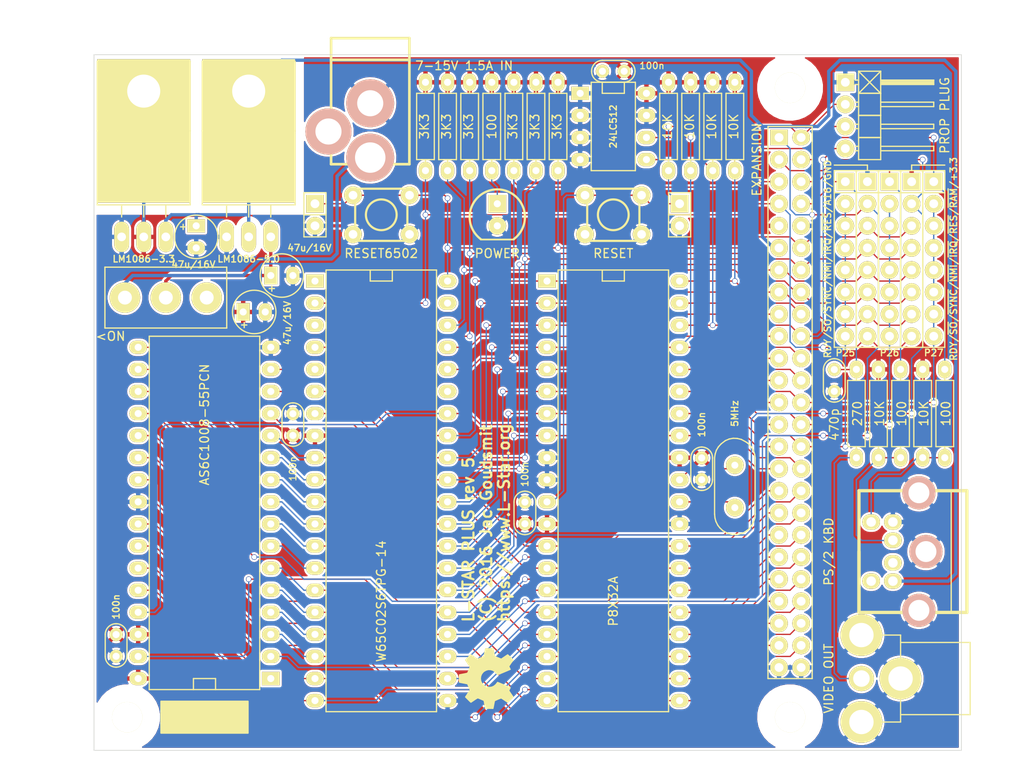
<source format=kicad_pcb>
(kicad_pcb (version 4) (host pcbnew 4.0.4-stable)

  (general
    (links 241)
    (no_connects 0)
    (area 77.560714 60.96 198.35 152.476201)
    (thickness 1.6)
    (drawings 13)
    (tracks 785)
    (zones 0)
    (modules 52)
    (nets 57)
  )

  (page USLetter)
  (title_block
    (title "L-Star Simplified Software-Defined 6502 Computer")
    (date 2016-12-11)
    (rev 5B)
    (company "(C) 2016 Jac Goudsmit")
    (comment 1 "Open Source Hardware (MIT License)")
    (comment 2 https://github.com/JacGoudsmit/L-Star)
    (comment 3 https://hackaday.io/project/3620)
    (comment 4 https://l-star.org)
  )

  (layers
    (0 F.Cu signal)
    (31 B.Cu signal)
    (32 B.Adhes user)
    (33 F.Adhes user)
    (34 B.Paste user)
    (35 F.Paste user)
    (36 B.SilkS user)
    (37 F.SilkS user)
    (38 B.Mask user)
    (39 F.Mask user)
    (40 Dwgs.User user)
    (41 Cmts.User user)
    (42 Eco1.User user)
    (43 Eco2.User user)
    (44 Edge.Cuts user)
  )

  (setup
    (last_trace_width 0.1524)
    (trace_clearance 0.1524)
    (zone_clearance 0.254)
    (zone_45_only no)
    (trace_min 0.1524)
    (segment_width 0.1524)
    (edge_width 0.0762)
    (via_size 0.635)
    (via_drill 0.508)
    (via_min_size 0.635)
    (via_min_drill 0.3302)
    (uvia_size 0.635)
    (uvia_drill 0.508)
    (uvias_allowed no)
    (uvia_min_size 0.635)
    (uvia_min_drill 0.3302)
    (pcb_text_width 0.254)
    (pcb_text_size 1.524 1.524)
    (mod_edge_width 0.254)
    (mod_text_size 0.762 0.762)
    (mod_text_width 0.1524)
    (pad_size 3.5 3.5)
    (pad_drill 3.5)
    (pad_to_mask_clearance 0.0508)
    (aux_axis_origin 87.63 66.675)
    (visible_elements 7FFFFF7F)
    (pcbplotparams
      (layerselection 0x010f0_ffffffff)
      (usegerberextensions true)
      (excludeedgelayer true)
      (linewidth 0.152400)
      (plotframeref false)
      (viasonmask false)
      (mode 1)
      (useauxorigin false)
      (hpglpennumber 1)
      (hpglpenspeed 20)
      (hpglpendiameter 15)
      (hpglpenoverlay 2)
      (psnegative false)
      (psa4output false)
      (plotreference true)
      (plotvalue true)
      (plotinvisibletext false)
      (padsonsilk false)
      (subtractmaskfromsilk false)
      (outputformat 1)
      (mirror false)
      (drillshape 0)
      (scaleselection 1)
      (outputdirectory Plot/))
  )

  (net 0 "")
  (net 1 +5V)
  (net 2 GND)
  (net 3 /SDA)
  (net 4 /CLK0/SCL)
  (net 5 /A14)
  (net 6 /A12)
  (net 7 /A7)
  (net 8 /A6)
  (net 9 /A5)
  (net 10 /A4)
  (net 11 /A3)
  (net 12 /A2)
  (net 13 /A1)
  (net 14 /A0)
  (net 15 /D0)
  (net 16 /D1)
  (net 17 /D2)
  (net 18 /D3)
  (net 19 /D4)
  (net 20 /D5)
  (net 21 /D6)
  (net 22 /D7)
  (net 23 /A10)
  (net 24 /A11)
  (net 25 /A9)
  (net 26 /A8)
  (net 27 /A13)
  (net 28 /R/~W)
  (net 29 /A15)
  (net 30 /RDY)
  (net 31 /~IRQ)
  (net 32 /~NMI)
  (net 33 /~SO)
  (net 34 /~RES6502)
  (net 35 /~RES)
  (net 36 "Net-(IC4-Pad30)")
  (net 37 "Net-(IC4-Pad31)")
  (net 38 /P25)
  (net 39 /KBDATA)
  (net 40 /P27)
  (net 41 /P30)
  (net 42 /P31)
  (net 43 /KBCLK)
  (net 44 "Net-(D1-PadA)")
  (net 45 /TVOUT)
  (net 46 /~RAMEN)
  (net 47 /~SYNC)
  (net 48 /P26)
  (net 49 /A16)
  (net 50 +3V3)
  (net 51 /VSUPPLY)
  (net 52 /VIN)
  (net 53 "Net-(P3-Pad5)")
  (net 54 "Net-(P3-Pad1)")
  (net 55 "Net-(P6-Pad2)")
  (net 56 /BE)

  (net_class Default "This is the default net class."
    (clearance 0.1524)
    (trace_width 0.1524)
    (via_dia 0.635)
    (via_drill 0.508)
    (uvia_dia 0.635)
    (uvia_drill 0.508)
    (add_net /A0)
    (add_net /A1)
    (add_net /A10)
    (add_net /A11)
    (add_net /A12)
    (add_net /A13)
    (add_net /A14)
    (add_net /A15)
    (add_net /A16)
    (add_net /A2)
    (add_net /A3)
    (add_net /A4)
    (add_net /A5)
    (add_net /A6)
    (add_net /A7)
    (add_net /A8)
    (add_net /A9)
    (add_net /BE)
    (add_net /CLK0/SCL)
    (add_net /D0)
    (add_net /D1)
    (add_net /D2)
    (add_net /D3)
    (add_net /D4)
    (add_net /D5)
    (add_net /D6)
    (add_net /D7)
    (add_net /KBCLK)
    (add_net /KBDATA)
    (add_net /P25)
    (add_net /P26)
    (add_net /P27)
    (add_net /P30)
    (add_net /P31)
    (add_net /R/~W)
    (add_net /RDY)
    (add_net /SDA)
    (add_net /TVOUT)
    (add_net /~IRQ)
    (add_net /~NMI)
    (add_net /~RAMEN)
    (add_net /~RES)
    (add_net /~RES6502)
    (add_net /~SO)
    (add_net /~SYNC)
    (add_net "Net-(D1-PadA)")
    (add_net "Net-(IC4-Pad30)")
    (add_net "Net-(IC4-Pad31)")
    (add_net "Net-(P3-Pad1)")
    (add_net "Net-(P3-Pad5)")
    (add_net "Net-(P6-Pad2)")
  )

  (net_class power ""
    (clearance 0.1524)
    (trace_width 0.381)
    (via_dia 1.524)
    (via_drill 0.762)
    (uvia_dia 1.524)
    (uvia_drill 0.762)
    (add_net +3V3)
    (add_net +5V)
    (add_net /VIN)
    (add_net /VSUPPLY)
    (add_net GND)
  )

  (module 00Jac:00JG-DIP-40__600 (layer F.Cu) (tedit 5758F9F9) (tstamp 54C0889F)
    (at 120.65 116.84 270)
    (descr "Module Dil 40 pins, pads ronds, e=600 mils")
    (tags DIL)
    (path /547A9E1F)
    (fp_text reference IC3 (at -12.7 0 270) (layer F.SilkS) hide
      (effects (font (size 1.016 1.016) (thickness 0.1524)))
    )
    (fp_text value W65C02S6TPG-14 (at 12.7 0 270) (layer F.SilkS)
      (effects (font (size 1.016 1.016) (thickness 0.1524)))
    )
    (fp_line (start -25.4 -1.27) (end -24.13 -1.27) (layer F.SilkS) (width 0.15))
    (fp_line (start -24.13 -1.27) (end -24.13 1.27) (layer F.SilkS) (width 0.15))
    (fp_line (start -24.13 1.27) (end -25.4 1.27) (layer F.SilkS) (width 0.15))
    (fp_line (start -25.4 -6.35) (end 25.4 -6.35) (layer F.SilkS) (width 0.15))
    (fp_line (start 25.4 -6.35) (end 25.4 6.35) (layer F.SilkS) (width 0.15))
    (fp_line (start 25.4 6.35) (end -25.4 6.35) (layer F.SilkS) (width 0.15))
    (fp_line (start -25.4 6.35) (end -25.4 -6.35) (layer F.SilkS) (width 0.15))
    (pad 1 thru_hole rect (at -24.13 7.62 270) (size 1.524 2.032) (drill 0.8128) (layers *.Cu *.Mask F.SilkS))
    (pad 2 thru_hole oval (at -21.59 7.62 270) (size 1.524 2.032) (drill 0.8128) (layers *.Cu *.Mask F.SilkS)
      (net 30 /RDY))
    (pad 3 thru_hole oval (at -19.05 7.62 270) (size 1.524 2.032) (drill 0.8128) (layers *.Cu *.Mask F.SilkS))
    (pad 4 thru_hole oval (at -16.51 7.62 270) (size 1.524 2.032) (drill 0.8128) (layers *.Cu *.Mask F.SilkS)
      (net 31 /~IRQ))
    (pad 5 thru_hole oval (at -13.97 7.62 270) (size 1.524 2.032) (drill 0.8128) (layers *.Cu *.Mask F.SilkS))
    (pad 6 thru_hole oval (at -11.43 7.62 270) (size 1.524 2.032) (drill 0.8128) (layers *.Cu *.Mask F.SilkS)
      (net 32 /~NMI))
    (pad 7 thru_hole oval (at -8.89 7.62 270) (size 1.524 2.032) (drill 0.8128) (layers *.Cu *.Mask F.SilkS)
      (net 47 /~SYNC))
    (pad 8 thru_hole oval (at -6.35 7.62 270) (size 1.524 2.032) (drill 0.8128) (layers *.Cu *.Mask F.SilkS)
      (net 50 +3V3))
    (pad 9 thru_hole oval (at -3.81 7.62 270) (size 1.524 2.032) (drill 0.8128) (layers *.Cu *.Mask F.SilkS)
      (net 14 /A0))
    (pad 10 thru_hole oval (at -1.27 7.62 270) (size 1.524 2.032) (drill 0.8128) (layers *.Cu *.Mask F.SilkS)
      (net 13 /A1))
    (pad 11 thru_hole oval (at 1.27 7.62 270) (size 1.524 2.032) (drill 0.8128) (layers *.Cu *.Mask F.SilkS)
      (net 12 /A2))
    (pad 12 thru_hole oval (at 3.81 7.62 270) (size 1.524 2.032) (drill 0.8128) (layers *.Cu *.Mask F.SilkS)
      (net 11 /A3))
    (pad 13 thru_hole oval (at 6.35 7.62 270) (size 1.524 2.032) (drill 0.8128) (layers *.Cu *.Mask F.SilkS)
      (net 10 /A4))
    (pad 14 thru_hole oval (at 8.89 7.62 270) (size 1.524 2.032) (drill 0.8128) (layers *.Cu *.Mask F.SilkS)
      (net 9 /A5))
    (pad 15 thru_hole oval (at 11.43 7.62 270) (size 1.524 2.032) (drill 0.8128) (layers *.Cu *.Mask F.SilkS)
      (net 8 /A6))
    (pad 16 thru_hole oval (at 13.97 7.62 270) (size 1.524 2.032) (drill 0.8128) (layers *.Cu *.Mask F.SilkS)
      (net 7 /A7))
    (pad 17 thru_hole oval (at 16.51 7.62 270) (size 1.524 2.032) (drill 0.8128) (layers *.Cu *.Mask F.SilkS)
      (net 26 /A8))
    (pad 18 thru_hole oval (at 19.05 7.62 270) (size 1.524 2.032) (drill 0.8128) (layers *.Cu *.Mask F.SilkS)
      (net 25 /A9))
    (pad 19 thru_hole oval (at 21.59 7.62 270) (size 1.524 2.032) (drill 0.8128) (layers *.Cu *.Mask F.SilkS)
      (net 23 /A10))
    (pad 20 thru_hole oval (at 24.13 7.62 270) (size 1.524 2.032) (drill 0.8128) (layers *.Cu *.Mask F.SilkS)
      (net 24 /A11))
    (pad 21 thru_hole oval (at 24.13 -7.62 270) (size 1.524 2.032) (drill 0.8128) (layers *.Cu *.Mask F.SilkS)
      (net 2 GND))
    (pad 22 thru_hole oval (at 21.59 -7.62 270) (size 1.524 2.032) (drill 0.8128) (layers *.Cu *.Mask F.SilkS)
      (net 6 /A12))
    (pad 23 thru_hole oval (at 19.05 -7.62 270) (size 1.524 2.032) (drill 0.8128) (layers *.Cu *.Mask F.SilkS)
      (net 27 /A13))
    (pad 24 thru_hole oval (at 16.51 -7.62 270) (size 1.524 2.032) (drill 0.8128) (layers *.Cu *.Mask F.SilkS)
      (net 5 /A14))
    (pad 25 thru_hole oval (at 13.97 -7.62 270) (size 1.524 2.032) (drill 0.8128) (layers *.Cu *.Mask F.SilkS)
      (net 29 /A15))
    (pad 26 thru_hole oval (at 11.43 -7.62 270) (size 1.524 2.032) (drill 0.8128) (layers *.Cu *.Mask F.SilkS)
      (net 22 /D7))
    (pad 27 thru_hole oval (at 8.89 -7.62 270) (size 1.524 2.032) (drill 0.8128) (layers *.Cu *.Mask F.SilkS)
      (net 21 /D6))
    (pad 28 thru_hole oval (at 6.35 -7.62 270) (size 1.524 2.032) (drill 0.8128) (layers *.Cu *.Mask F.SilkS)
      (net 20 /D5))
    (pad 29 thru_hole oval (at 3.81 -7.62 270) (size 1.524 2.032) (drill 0.8128) (layers *.Cu *.Mask F.SilkS)
      (net 19 /D4))
    (pad 30 thru_hole oval (at 1.27 -7.62 270) (size 1.524 2.032) (drill 0.8128) (layers *.Cu *.Mask F.SilkS)
      (net 18 /D3))
    (pad 31 thru_hole oval (at -1.27 -7.62 270) (size 1.524 2.032) (drill 0.8128) (layers *.Cu *.Mask F.SilkS)
      (net 17 /D2))
    (pad 32 thru_hole oval (at -3.81 -7.62 270) (size 1.524 2.032) (drill 0.8128) (layers *.Cu *.Mask F.SilkS)
      (net 16 /D1))
    (pad 33 thru_hole oval (at -6.35 -7.62 270) (size 1.524 2.032) (drill 0.8128) (layers *.Cu *.Mask F.SilkS)
      (net 15 /D0))
    (pad 34 thru_hole oval (at -8.89 -7.62 270) (size 1.524 2.032) (drill 0.8128) (layers *.Cu *.Mask F.SilkS)
      (net 28 /R/~W))
    (pad 35 thru_hole oval (at -11.43 -7.62 270) (size 1.524 2.032) (drill 0.8128) (layers *.Cu *.Mask F.SilkS))
    (pad 36 thru_hole oval (at -13.97 -7.62 270) (size 1.524 2.032) (drill 0.8128) (layers *.Cu *.Mask F.SilkS)
      (net 56 /BE))
    (pad 37 thru_hole oval (at -16.51 -7.62 270) (size 1.524 2.032) (drill 0.8128) (layers *.Cu *.Mask F.SilkS)
      (net 4 /CLK0/SCL))
    (pad 38 thru_hole oval (at -19.05 -7.62 270) (size 1.524 2.032) (drill 0.8128) (layers *.Cu *.Mask F.SilkS)
      (net 33 /~SO))
    (pad 39 thru_hole oval (at -21.59 -7.62 270) (size 1.524 2.032) (drill 0.8128) (layers *.Cu *.Mask F.SilkS))
    (pad 40 thru_hole oval (at -24.13 -7.62 270) (size 1.524 2.032) (drill 0.8128) (layers *.Cu *.Mask F.SilkS)
      (net 34 /~RES6502))
    (model Sockets_DIP/DIP-40__600.wrl
      (at (xyz 0 0 0))
      (scale (xyz 1 1 1))
      (rotate (xyz 0 0 0))
    )
  )

  (module 00Jac:00JG-RCAsocket (layer F.Cu) (tedit 57C282BC) (tstamp 54CDD1D1)
    (at 180.34 138.43 270)
    (descr RCJ-01X)
    (tags "RCA socket")
    (path /547A8A32)
    (fp_text reference P6 (at 0 9.525 270) (layer F.SilkS) hide
      (effects (font (size 1 1) (thickness 0.15)))
    )
    (fp_text value "VIDEO OUT" (at 0 8.255 270) (layer F.SilkS)
      (effects (font (size 1.016 1.016) (thickness 0.1524)))
    )
    (fp_line (start -4.15 0) (end -4.15 -8) (layer F.SilkS) (width 0.15))
    (fp_line (start -4.15 -8) (end 4.15 -8) (layer F.SilkS) (width 0.15))
    (fp_line (start 4.15 -8) (end 4.15 0) (layer F.SilkS) (width 0.15))
    (fp_line (start -5 0) (end -5 6.5) (layer F.SilkS) (width 0.15))
    (fp_line (start -5 0) (end 5 0) (layer F.SilkS) (width 0.15))
    (fp_line (start 5 0) (end 5 6.5) (layer F.SilkS) (width 0.15))
    (pad 1 thru_hole circle (at 0 0 270) (size 4.8 4.8) (drill 2.8) (layers *.Cu *.Mask F.SilkS)
      (net 2 GND))
    (pad 1 thru_hole circle (at 5 4.5 270) (size 4.8 4.8) (drill 2.8) (layers *.Cu *.Mask F.SilkS)
      (net 2 GND))
    (pad 1 thru_hole circle (at -5 4.5 270) (size 4.8 4.8) (drill 2.8) (layers *.Cu *.Mask F.SilkS)
      (net 2 GND))
    (pad 2 thru_hole circle (at 0 4.5 270) (size 2.9 2.9) (drill 1.9) (layers *.Cu *.Mask F.SilkS)
      (net 55 "Net-(P6-Pad2)"))
  )

  (module 00Jac:00JG-OSHW-logo_silkscreen-front_7mm (layer F.Cu) (tedit 5350C5AA) (tstamp 54CDD19D)
    (at 132.715 138.43 90)
    (path /54C76D75)
    (fp_text reference U1 (at 0 3.71094 90) (layer F.SilkS) hide
      (effects (font (size 0.3175 0.3175) (thickness 0.0635)))
    )
    (fp_text value "OSHW Logo" (at 0 -3.71094 90) (layer F.SilkS) hide
      (effects (font (size 0.3175 0.3175) (thickness 0.0635)))
    )
    (fp_poly (pts (xy -2.1209 3.14452) (xy -2.08534 3.1242) (xy -2.00152 3.0734) (xy -1.88468 2.9972)
      (xy -1.74752 2.90322) (xy -1.60782 2.80924) (xy -1.49606 2.73304) (xy -1.41478 2.68224)
      (xy -1.38176 2.66446) (xy -1.36398 2.66954) (xy -1.29794 2.70256) (xy -1.20142 2.75082)
      (xy -1.14808 2.7813) (xy -1.05918 2.8194) (xy -1.016 2.82702) (xy -1.00838 2.81432)
      (xy -0.97536 2.74574) (xy -0.92456 2.63144) (xy -0.85852 2.48158) (xy -0.78486 2.30378)
      (xy -0.70358 2.11074) (xy -0.6223 1.91516) (xy -0.54356 1.72974) (xy -0.47498 1.5621)
      (xy -0.42164 1.42494) (xy -0.38354 1.33096) (xy -0.37084 1.29032) (xy -0.37592 1.2827)
      (xy -0.4191 1.23952) (xy -0.4953 1.1811) (xy -0.6604 1.04648) (xy -0.8255 0.84328)
      (xy -0.92456 0.61214) (xy -0.95758 0.35306) (xy -0.92964 0.1143) (xy -0.83566 -0.1143)
      (xy -0.67564 -0.32004) (xy -0.4826 -0.47244) (xy -0.254 -0.5715) (xy 0 -0.60198)
      (xy 0.24384 -0.57404) (xy 0.47752 -0.4826) (xy 0.68326 -0.32512) (xy 0.77216 -0.22352)
      (xy 0.89154 -0.01524) (xy 0.96012 0.20828) (xy 0.96774 0.26416) (xy 0.95758 0.51054)
      (xy 0.88392 0.74676) (xy 0.75438 0.95758) (xy 0.57404 1.1303) (xy 0.55118 1.14554)
      (xy 0.46736 1.20904) (xy 0.41148 1.25222) (xy 0.3683 1.28778) (xy 0.68072 2.03962)
      (xy 0.73152 2.16154) (xy 0.81788 2.36728) (xy 0.89408 2.54508) (xy 0.9525 2.68478)
      (xy 0.99568 2.77876) (xy 1.01346 2.81686) (xy 1.016 2.8194) (xy 1.04394 2.82448)
      (xy 1.09982 2.80416) (xy 1.2065 2.75336) (xy 1.27508 2.7178) (xy 1.35636 2.67716)
      (xy 1.39192 2.66446) (xy 1.4224 2.6797) (xy 1.4986 2.7305) (xy 1.61036 2.80416)
      (xy 1.74498 2.8956) (xy 1.87452 2.9845) (xy 1.99136 3.0607) (xy 2.07772 3.11658)
      (xy 2.11836 3.13944) (xy 2.12598 3.13944) (xy 2.16408 3.11912) (xy 2.23012 3.0607)
      (xy 2.33426 2.96418) (xy 2.47904 2.82194) (xy 2.5019 2.79908) (xy 2.62128 2.67716)
      (xy 2.7178 2.57556) (xy 2.7813 2.50444) (xy 2.8067 2.47142) (xy 2.8067 2.47142)
      (xy 2.78384 2.43078) (xy 2.7305 2.34442) (xy 2.65176 2.22504) (xy 2.55524 2.08534)
      (xy 2.30632 1.72212) (xy 2.44348 1.37922) (xy 2.48666 1.27508) (xy 2.54 1.14808)
      (xy 2.5781 1.05664) (xy 2.59842 1.01854) (xy 2.63652 1.0033) (xy 2.7305 0.98298)
      (xy 2.86512 0.95504) (xy 3.02768 0.92456) (xy 3.18262 0.89408) (xy 3.32232 0.86868)
      (xy 3.42138 0.84836) (xy 3.4671 0.84074) (xy 3.47726 0.83312) (xy 3.48742 0.8128)
      (xy 3.4925 0.76454) (xy 3.49758 0.68072) (xy 3.49758 0.5461) (xy 3.49758 0.35306)
      (xy 3.49758 0.33274) (xy 3.49758 0.14732) (xy 3.4925 0.00254) (xy 3.48742 -0.09398)
      (xy 3.48234 -0.13208) (xy 3.48234 -0.13208) (xy 3.43916 -0.14224) (xy 3.3401 -0.16256)
      (xy 3.2004 -0.1905) (xy 3.0353 -0.22098) (xy 3.02514 -0.22352) (xy 2.8575 -0.25654)
      (xy 2.72034 -0.28448) (xy 2.62382 -0.30734) (xy 2.58064 -0.32004) (xy 2.57302 -0.3302)
      (xy 2.54 -0.39624) (xy 2.49174 -0.49784) (xy 2.4384 -0.62484) (xy 2.38252 -0.75438)
      (xy 2.3368 -0.87122) (xy 2.30632 -0.95758) (xy 2.29616 -0.99822) (xy 2.29616 -0.99822)
      (xy 2.32156 -1.03886) (xy 2.37744 -1.12268) (xy 2.45872 -1.24206) (xy 2.55524 -1.3843)
      (xy 2.56286 -1.39446) (xy 2.65684 -1.53416) (xy 2.73558 -1.65354) (xy 2.78638 -1.73736)
      (xy 2.8067 -1.77546) (xy 2.80416 -1.778) (xy 2.77368 -1.81864) (xy 2.70256 -1.89992)
      (xy 2.60096 -2.0066) (xy 2.4765 -2.12852) (xy 2.4384 -2.16662) (xy 2.30378 -2.30124)
      (xy 2.20726 -2.3876) (xy 2.14884 -2.43332) (xy 2.1209 -2.44348) (xy 2.1209 -2.44348)
      (xy 2.07772 -2.41808) (xy 1.98882 -2.35966) (xy 1.86944 -2.27838) (xy 1.7272 -2.18186)
      (xy 1.71704 -2.17678) (xy 1.57734 -2.08026) (xy 1.4605 -2.00152) (xy 1.37922 -1.94564)
      (xy 1.34366 -1.92532) (xy 1.33604 -1.92532) (xy 1.28016 -1.94056) (xy 1.1811 -1.97612)
      (xy 1.05664 -2.02438) (xy 0.9271 -2.07518) (xy 0.81026 -2.12598) (xy 0.72136 -2.16662)
      (xy 0.68072 -2.18948) (xy 0.67818 -2.19202) (xy 0.66548 -2.24282) (xy 0.64008 -2.34696)
      (xy 0.6096 -2.49174) (xy 0.57912 -2.66192) (xy 0.57404 -2.68986) (xy 0.54102 -2.85496)
      (xy 0.51562 -2.99466) (xy 0.4953 -3.08864) (xy 0.48514 -3.12928) (xy 0.46228 -3.13436)
      (xy 0.381 -3.13944) (xy 0.25654 -3.14198) (xy 0.10414 -3.14452) (xy -0.05334 -3.14452)
      (xy -0.20828 -3.13944) (xy -0.34036 -3.13436) (xy -0.43434 -3.12928) (xy -0.47244 -3.12166)
      (xy -0.47498 -3.11912) (xy -0.49022 -3.06832) (xy -0.51308 -2.96164) (xy -0.54102 -2.81686)
      (xy -0.57404 -2.64668) (xy -0.57912 -2.6162) (xy -0.61214 -2.44856) (xy -0.64008 -2.3114)
      (xy -0.6604 -2.21996) (xy -0.67056 -2.18186) (xy -0.6858 -2.17424) (xy -0.75438 -2.14376)
      (xy -0.86614 -2.09804) (xy -1.0033 -2.04216) (xy -1.32334 -1.91262) (xy -1.71704 -2.18186)
      (xy -1.7526 -2.20472) (xy -1.89484 -2.30124) (xy -2.00914 -2.37998) (xy -2.09042 -2.43078)
      (xy -2.12344 -2.4511) (xy -2.12598 -2.44856) (xy -2.16662 -2.41554) (xy -2.24536 -2.34188)
      (xy -2.3495 -2.23774) (xy -2.47396 -2.11582) (xy -2.5654 -2.02438) (xy -2.67462 -1.91262)
      (xy -2.7432 -1.83896) (xy -2.77876 -1.7907) (xy -2.794 -1.76276) (xy -2.78892 -1.74498)
      (xy -2.76352 -1.70434) (xy -2.70764 -1.61798) (xy -2.62636 -1.4986) (xy -2.52984 -1.3589)
      (xy -2.4511 -1.24206) (xy -2.36728 -1.10998) (xy -2.3114 -1.016) (xy -2.29108 -0.97028)
      (xy -2.29616 -0.9525) (xy -2.3241 -0.87376) (xy -2.36982 -0.75946) (xy -2.43078 -0.61976)
      (xy -2.5654 -0.30988) (xy -2.77114 -0.26924) (xy -2.89306 -0.24638) (xy -3.06578 -0.21336)
      (xy -3.23088 -0.18034) (xy -3.48996 -0.13208) (xy -3.50012 0.81534) (xy -3.45948 0.83312)
      (xy -3.42138 0.84328) (xy -3.32486 0.8636) (xy -3.1877 0.89154) (xy -3.02768 0.92202)
      (xy -2.89052 0.94742) (xy -2.75336 0.97536) (xy -2.6543 0.99314) (xy -2.60858 1.0033)
      (xy -2.59842 1.01854) (xy -2.56286 1.08458) (xy -2.5146 1.19126) (xy -2.45872 1.31826)
      (xy -2.40284 1.45288) (xy -2.35458 1.5748) (xy -2.32156 1.66878) (xy -2.30886 1.71704)
      (xy -2.32664 1.7526) (xy -2.37998 1.83388) (xy -2.45618 1.95072) (xy -2.55016 2.08788)
      (xy -2.64414 2.22504) (xy -2.72288 2.34188) (xy -2.77876 2.4257) (xy -2.80162 2.4638)
      (xy -2.78892 2.49174) (xy -2.73558 2.55778) (xy -2.63144 2.66446) (xy -2.4765 2.81686)
      (xy -2.4511 2.84226) (xy -2.32918 2.9591) (xy -2.22504 3.05562) (xy -2.15392 3.11912)
      (xy -2.1209 3.14452)) (layer F.SilkS) (width 0.00254))
  )

  (module 00Jac:00JG-NKK_CS12ANW03 (layer F.Cu) (tedit 57DDE44A) (tstamp 573794F4)
    (at 95.885 94.615 90)
    (descr cs-6426.pdf)
    (tags "switch, slider switch, spdt")
    (path /5726DC1A)
    (fp_text reference SW3 (at -5.08 0 180) (layer F.SilkS) hide
      (effects (font (size 1.016 1.016) (thickness 0.1524)))
    )
    (fp_text value <ON (at -4.445 -6.35 180) (layer F.SilkS)
      (effects (font (size 1.016 1.016) (thickness 0.1524)))
    )
    (fp_line (start -3.5 -7) (end 3.5 -7) (layer F.SilkS) (width 0.1524))
    (fp_line (start 3.5 -7) (end 3.5 7) (layer F.SilkS) (width 0.1524))
    (fp_line (start 3.5 7) (end -3.5 7) (layer F.SilkS) (width 0.1524))
    (fp_line (start -3.5 7) (end -3.5 -7) (layer F.SilkS) (width 0.1524))
    (pad 1 thru_hole circle (at 0 -4.7 90) (size 3.5 3.5) (drill 1.6) (layers *.Cu *.Mask F.SilkS)
      (net 52 /VIN))
    (pad 2 thru_hole circle (at 0 0 90) (size 3.5 3.5) (drill 1.6) (layers *.Cu *.Mask F.SilkS)
      (net 51 /VSUPPLY))
    (pad 3 thru_hole circle (at 0 4.7 90) (size 3.5 3.5) (drill 1.6) (layers *.Cu *.Mask F.SilkS))
  )

  (module 00Jac:00JG-MountHoleM3 (layer F.Cu) (tedit 57DDE4D4) (tstamp 54CDD1A0)
    (at 91.44 142.875)
    (descr "Mount Hole")
    (tags Mechanical)
    (path /54C76DBD)
    (fp_text reference U2 (at -2.54 -2.54) (layer F.SilkS) hide
      (effects (font (size 0.762 0.762) (thickness 0.1524)))
    )
    (fp_text value "Mount hole" (at 2.54 2.54) (layer F.SilkS) hide
      (effects (font (size 0.762 0.762) (thickness 0.1524)))
    )
    (pad "" np_thru_hole circle (at 0 0) (size 3.5 3.5) (drill 3.5) (layers *.Cu *.Mask F.SilkS)
      (solder_mask_margin 2.032) (solder_paste_margin -2.032) (clearance 2.032))
  )

  (module 00Jac:00JG-MountHoleM3 (layer F.Cu) (tedit 57DDE4FE) (tstamp 54CDD1A8)
    (at 167.64 70.485)
    (descr "Mount Hole")
    (tags Mechanical)
    (path /54C76E4E)
    (fp_text reference U4 (at -2.54 -2.54) (layer F.SilkS) hide
      (effects (font (size 0.762 0.762) (thickness 0.1524)))
    )
    (fp_text value "Mount hole" (at 2.54 2.54) (layer F.SilkS) hide
      (effects (font (size 0.762 0.762) (thickness 0.1524)))
    )
    (pad "" np_thru_hole circle (at 0 0) (size 3.5 3.5) (drill 3.5) (layers *.Cu *.Mask F.SilkS)
      (solder_mask_margin 2.032) (solder_paste_margin -2.032) (clearance 2.032))
  )

  (module 00Jac:00JG-MountHoleM3 (layer F.Cu) (tedit 57DE41B9) (tstamp 54CDD1A4)
    (at 167.64 142.875)
    (descr "Mount Hole")
    (tags Mechanical)
    (path /54C76E05)
    (fp_text reference U3 (at -2.54 -2.54) (layer F.SilkS) hide
      (effects (font (size 0.762 0.762) (thickness 0.1524)))
    )
    (fp_text value "Mount hole" (at 2.54 2.54) (layer F.SilkS) hide
      (effects (font (size 0.762 0.762) (thickness 0.1524)))
    )
    (pad "" np_thru_hole circle (at 0 0) (size 3.5 3.5) (drill 3.5) (layers *.Cu *.Mask F.SilkS)
      (solder_mask_margin 2.032) (solder_paste_margin -2.032) (clearance 2.032))
  )

  (module 00Jac:00JG-Pin_Header_Straight_1x08 (layer F.Cu) (tedit 5758D027) (tstamp 575504D5)
    (at 184.15 81.28)
    (descr "Through hole pin header")
    (tags "pin header")
    (path /54C5EEEF)
    (fp_text reference JP5 (at 0 -5.1) (layer F.SilkS) hide
      (effects (font (size 1 1) (thickness 0.15)))
    )
    (fp_text value P27 (at 0 19.685) (layer F.SilkS)
      (effects (font (size 0.762 0.762) (thickness 0.1524)))
    )
    (fp_line (start -1.27 1.27) (end -1.27 -1.27) (layer F.SilkS) (width 0.1524))
    (fp_line (start -1.27 -1.27) (end 1.27 -1.27) (layer F.SilkS) (width 0.1524))
    (fp_line (start 1.27 -1.27) (end 1.27 1.27) (layer F.SilkS) (width 0.1524))
    (fp_line (start -1.75 -1.75) (end -1.75 19.55) (layer F.CrtYd) (width 0.05))
    (fp_line (start 1.75 -1.75) (end 1.75 19.55) (layer F.CrtYd) (width 0.05))
    (fp_line (start -1.75 -1.75) (end 1.75 -1.75) (layer F.CrtYd) (width 0.05))
    (fp_line (start -1.75 19.55) (end 1.75 19.55) (layer F.CrtYd) (width 0.05))
    (fp_line (start 1.27 1.27) (end 1.27 19.05) (layer F.SilkS) (width 0.15))
    (fp_line (start 1.27 19.05) (end -1.27 19.05) (layer F.SilkS) (width 0.15))
    (fp_line (start -1.27 19.05) (end -1.27 1.27) (layer F.SilkS) (width 0.15))
    (fp_line (start 1.27 1.27) (end -1.27 1.27) (layer F.SilkS) (width 0.15))
    (pad 1 thru_hole rect (at 0 0) (size 2.032 2.032) (drill 1.016) (layers *.Cu *.Mask F.SilkS)
      (net 43 /KBCLK))
    (pad 2 thru_hole circle (at 0 2.54) (size 2.032 2.032) (drill 1.016) (layers *.Cu *.Mask F.SilkS)
      (net 40 /P27))
    (pad 3 thru_hole circle (at 0 5.08) (size 2.032 2.032) (drill 1.016) (layers *.Cu *.Mask F.SilkS)
      (net 40 /P27))
    (pad 4 thru_hole circle (at 0 7.62) (size 2.032 2.032) (drill 1.016) (layers *.Cu *.Mask F.SilkS)
      (net 40 /P27))
    (pad 5 thru_hole circle (at 0 10.16) (size 2.032 2.032) (drill 1.016) (layers *.Cu *.Mask F.SilkS)
      (net 40 /P27))
    (pad 6 thru_hole circle (at 0 12.7) (size 2.032 2.032) (drill 1.016) (layers *.Cu *.Mask F.SilkS)
      (net 40 /P27))
    (pad 7 thru_hole circle (at 0 15.24) (size 2.032 2.032) (drill 1.016) (layers *.Cu *.Mask F.SilkS)
      (net 40 /P27))
    (pad 8 thru_hole circle (at 0 17.78) (size 2.032 2.032) (drill 1.016) (layers *.Cu *.Mask F.SilkS)
      (net 40 /P27))
    (model Pin_Headers.3dshapes/Pin_Header_Straight_1x08.wrl
      (at (xyz 0 -0.35 0))
      (scale (xyz 1 1 1))
      (rotate (xyz 0 0 90))
    )
  )

  (module 00Jac:00JG-Pin_Header_Straight_1x08 (layer F.Cu) (tedit 575A3C53) (tstamp 575504BF)
    (at 181.61 81.28)
    (descr "Through hole pin header")
    (tags "pin header")
    (path /54C60522)
    (fp_text reference JP4 (at 0 -5.1) (layer F.SilkS) hide
      (effects (font (size 1 1) (thickness 0.15)))
    )
    (fp_text value RDY/~SO~/~SYNC~/~NMI~/~IRQ~/~RES~/~RAM~/+3.3 (at 4.826 8.89 90) (layer F.SilkS)
      (effects (font (size 0.762 0.762) (thickness 0.1524)))
    )
    (fp_line (start -1.27 1.27) (end -1.27 -1.27) (layer F.SilkS) (width 0.1524))
    (fp_line (start -1.27 -1.27) (end 1.27 -1.27) (layer F.SilkS) (width 0.1524))
    (fp_line (start 1.27 -1.27) (end 1.27 1.27) (layer F.SilkS) (width 0.1524))
    (fp_line (start -1.75 -1.75) (end -1.75 19.55) (layer F.CrtYd) (width 0.05))
    (fp_line (start 1.75 -1.75) (end 1.75 19.55) (layer F.CrtYd) (width 0.05))
    (fp_line (start -1.75 -1.75) (end 1.75 -1.75) (layer F.CrtYd) (width 0.05))
    (fp_line (start -1.75 19.55) (end 1.75 19.55) (layer F.CrtYd) (width 0.05))
    (fp_line (start 1.27 1.27) (end 1.27 19.05) (layer F.SilkS) (width 0.15))
    (fp_line (start 1.27 19.05) (end -1.27 19.05) (layer F.SilkS) (width 0.15))
    (fp_line (start -1.27 19.05) (end -1.27 1.27) (layer F.SilkS) (width 0.15))
    (fp_line (start 1.27 1.27) (end -1.27 1.27) (layer F.SilkS) (width 0.15))
    (pad 1 thru_hole rect (at 0 0) (size 2.032 2.032) (drill 1.016) (layers *.Cu *.Mask F.SilkS)
      (net 50 +3V3))
    (pad 2 thru_hole circle (at 0 2.54) (size 2.032 2.032) (drill 1.016) (layers *.Cu *.Mask F.SilkS)
      (net 46 /~RAMEN))
    (pad 3 thru_hole circle (at 0 5.08) (size 2.032 2.032) (drill 1.016) (layers *.Cu *.Mask F.SilkS)
      (net 34 /~RES6502))
    (pad 4 thru_hole circle (at 0 7.62) (size 2.032 2.032) (drill 1.016) (layers *.Cu *.Mask F.SilkS)
      (net 31 /~IRQ))
    (pad 5 thru_hole circle (at 0 10.16) (size 2.032 2.032) (drill 1.016) (layers *.Cu *.Mask F.SilkS)
      (net 32 /~NMI))
    (pad 6 thru_hole circle (at 0 12.7) (size 2.032 2.032) (drill 1.016) (layers *.Cu *.Mask F.SilkS)
      (net 47 /~SYNC))
    (pad 7 thru_hole circle (at 0 15.24) (size 2.032 2.032) (drill 1.016) (layers *.Cu *.Mask F.SilkS)
      (net 33 /~SO))
    (pad 8 thru_hole circle (at 0 17.78) (size 2.032 2.032) (drill 1.016) (layers *.Cu *.Mask F.SilkS)
      (net 30 /RDY))
    (model Pin_Headers.3dshapes/Pin_Header_Straight_1x08.wrl
      (at (xyz 0 -0.35 0))
      (scale (xyz 1 1 1))
      (rotate (xyz 0 0 90))
    )
  )

  (module 00Jac:00JG-Pin_Header_Straight_1x08 (layer F.Cu) (tedit 5758D027) (tstamp 575504A9)
    (at 179.07 81.28)
    (descr "Through hole pin header")
    (tags "pin header")
    (path /54C5EE81)
    (fp_text reference JP3 (at 0 -5.1) (layer F.SilkS) hide
      (effects (font (size 1 1) (thickness 0.15)))
    )
    (fp_text value P26 (at 0 19.685) (layer F.SilkS)
      (effects (font (size 0.762 0.762) (thickness 0.1524)))
    )
    (fp_line (start -1.27 1.27) (end -1.27 -1.27) (layer F.SilkS) (width 0.1524))
    (fp_line (start -1.27 -1.27) (end 1.27 -1.27) (layer F.SilkS) (width 0.1524))
    (fp_line (start 1.27 -1.27) (end 1.27 1.27) (layer F.SilkS) (width 0.1524))
    (fp_line (start -1.75 -1.75) (end -1.75 19.55) (layer F.CrtYd) (width 0.05))
    (fp_line (start 1.75 -1.75) (end 1.75 19.55) (layer F.CrtYd) (width 0.05))
    (fp_line (start -1.75 -1.75) (end 1.75 -1.75) (layer F.CrtYd) (width 0.05))
    (fp_line (start -1.75 19.55) (end 1.75 19.55) (layer F.CrtYd) (width 0.05))
    (fp_line (start 1.27 1.27) (end 1.27 19.05) (layer F.SilkS) (width 0.15))
    (fp_line (start 1.27 19.05) (end -1.27 19.05) (layer F.SilkS) (width 0.15))
    (fp_line (start -1.27 19.05) (end -1.27 1.27) (layer F.SilkS) (width 0.15))
    (fp_line (start 1.27 1.27) (end -1.27 1.27) (layer F.SilkS) (width 0.15))
    (pad 1 thru_hole rect (at 0 0) (size 2.032 2.032) (drill 1.016) (layers *.Cu *.Mask F.SilkS)
      (net 39 /KBDATA))
    (pad 2 thru_hole circle (at 0 2.54) (size 2.032 2.032) (drill 1.016) (layers *.Cu *.Mask F.SilkS)
      (net 48 /P26))
    (pad 3 thru_hole circle (at 0 5.08) (size 2.032 2.032) (drill 1.016) (layers *.Cu *.Mask F.SilkS)
      (net 48 /P26))
    (pad 4 thru_hole circle (at 0 7.62) (size 2.032 2.032) (drill 1.016) (layers *.Cu *.Mask F.SilkS)
      (net 48 /P26))
    (pad 5 thru_hole circle (at 0 10.16) (size 2.032 2.032) (drill 1.016) (layers *.Cu *.Mask F.SilkS)
      (net 48 /P26))
    (pad 6 thru_hole circle (at 0 12.7) (size 2.032 2.032) (drill 1.016) (layers *.Cu *.Mask F.SilkS)
      (net 48 /P26))
    (pad 7 thru_hole circle (at 0 15.24) (size 2.032 2.032) (drill 1.016) (layers *.Cu *.Mask F.SilkS)
      (net 48 /P26))
    (pad 8 thru_hole circle (at 0 17.78) (size 2.032 2.032) (drill 1.016) (layers *.Cu *.Mask F.SilkS)
      (net 48 /P26))
    (model Pin_Headers.3dshapes/Pin_Header_Straight_1x08.wrl
      (at (xyz 0 -0.35 0))
      (scale (xyz 1 1 1))
      (rotate (xyz 0 0 90))
    )
  )

  (module 00Jac:00JG-Pin_Header_Straight_1x08 (layer F.Cu) (tedit 575A3C5F) (tstamp 57550493)
    (at 176.53 81.28)
    (descr "Through hole pin header")
    (tags "pin header")
    (path /54C6C53E)
    (fp_text reference JP2 (at 0 -5.1) (layer F.SilkS) hide
      (effects (font (size 1 1) (thickness 0.15)))
    )
    (fp_text value RDY/~SO~/~SYNC~/~NMI~/~IRQ~/~RES~/A16/GND (at -4.572 8.89 90) (layer F.SilkS)
      (effects (font (size 0.762 0.762) (thickness 0.1524)))
    )
    (fp_line (start -1.27 1.27) (end -1.27 -1.27) (layer F.SilkS) (width 0.1524))
    (fp_line (start -1.27 -1.27) (end 1.27 -1.27) (layer F.SilkS) (width 0.1524))
    (fp_line (start 1.27 -1.27) (end 1.27 1.27) (layer F.SilkS) (width 0.1524))
    (fp_line (start -1.75 -1.75) (end -1.75 19.55) (layer F.CrtYd) (width 0.05))
    (fp_line (start 1.75 -1.75) (end 1.75 19.55) (layer F.CrtYd) (width 0.05))
    (fp_line (start -1.75 -1.75) (end 1.75 -1.75) (layer F.CrtYd) (width 0.05))
    (fp_line (start -1.75 19.55) (end 1.75 19.55) (layer F.CrtYd) (width 0.05))
    (fp_line (start 1.27 1.27) (end 1.27 19.05) (layer F.SilkS) (width 0.15))
    (fp_line (start 1.27 19.05) (end -1.27 19.05) (layer F.SilkS) (width 0.15))
    (fp_line (start -1.27 19.05) (end -1.27 1.27) (layer F.SilkS) (width 0.15))
    (fp_line (start 1.27 1.27) (end -1.27 1.27) (layer F.SilkS) (width 0.15))
    (pad 1 thru_hole rect (at 0 0) (size 2.032 2.032) (drill 1.016) (layers *.Cu *.Mask F.SilkS)
      (net 2 GND))
    (pad 2 thru_hole circle (at 0 2.54) (size 2.032 2.032) (drill 1.016) (layers *.Cu *.Mask F.SilkS)
      (net 49 /A16))
    (pad 3 thru_hole circle (at 0 5.08) (size 2.032 2.032) (drill 1.016) (layers *.Cu *.Mask F.SilkS)
      (net 34 /~RES6502))
    (pad 4 thru_hole circle (at 0 7.62) (size 2.032 2.032) (drill 1.016) (layers *.Cu *.Mask F.SilkS)
      (net 31 /~IRQ))
    (pad 5 thru_hole circle (at 0 10.16) (size 2.032 2.032) (drill 1.016) (layers *.Cu *.Mask F.SilkS)
      (net 32 /~NMI))
    (pad 6 thru_hole circle (at 0 12.7) (size 2.032 2.032) (drill 1.016) (layers *.Cu *.Mask F.SilkS)
      (net 47 /~SYNC))
    (pad 7 thru_hole circle (at 0 15.24) (size 2.032 2.032) (drill 1.016) (layers *.Cu *.Mask F.SilkS)
      (net 33 /~SO))
    (pad 8 thru_hole circle (at 0 17.78) (size 2.032 2.032) (drill 1.016) (layers *.Cu *.Mask F.SilkS)
      (net 30 /RDY))
    (model Pin_Headers.3dshapes/Pin_Header_Straight_1x08.wrl
      (at (xyz 0 -0.35 0))
      (scale (xyz 1 1 1))
      (rotate (xyz 0 0 90))
    )
  )

  (module 00Jac:00JG-Pin_Header_Straight_1x08 (layer F.Cu) (tedit 5758D027) (tstamp 5755047D)
    (at 173.99 81.28)
    (descr "Through hole pin header")
    (tags "pin header")
    (path /54C5E529)
    (fp_text reference JP1 (at 0 -5.1) (layer F.SilkS) hide
      (effects (font (size 1 1) (thickness 0.15)))
    )
    (fp_text value P25 (at 0 19.685) (layer F.SilkS)
      (effects (font (size 0.762 0.762) (thickness 0.1524)))
    )
    (fp_line (start -1.27 1.27) (end -1.27 -1.27) (layer F.SilkS) (width 0.1524))
    (fp_line (start -1.27 -1.27) (end 1.27 -1.27) (layer F.SilkS) (width 0.1524))
    (fp_line (start 1.27 -1.27) (end 1.27 1.27) (layer F.SilkS) (width 0.1524))
    (fp_line (start -1.75 -1.75) (end -1.75 19.55) (layer F.CrtYd) (width 0.05))
    (fp_line (start 1.75 -1.75) (end 1.75 19.55) (layer F.CrtYd) (width 0.05))
    (fp_line (start -1.75 -1.75) (end 1.75 -1.75) (layer F.CrtYd) (width 0.05))
    (fp_line (start -1.75 19.55) (end 1.75 19.55) (layer F.CrtYd) (width 0.05))
    (fp_line (start 1.27 1.27) (end 1.27 19.05) (layer F.SilkS) (width 0.15))
    (fp_line (start 1.27 19.05) (end -1.27 19.05) (layer F.SilkS) (width 0.15))
    (fp_line (start -1.27 19.05) (end -1.27 1.27) (layer F.SilkS) (width 0.15))
    (fp_line (start 1.27 1.27) (end -1.27 1.27) (layer F.SilkS) (width 0.15))
    (pad 1 thru_hole rect (at 0 0) (size 2.032 2.032) (drill 1.016) (layers *.Cu *.Mask F.SilkS)
      (net 45 /TVOUT))
    (pad 2 thru_hole circle (at 0 2.54) (size 2.032 2.032) (drill 1.016) (layers *.Cu *.Mask F.SilkS)
      (net 38 /P25))
    (pad 3 thru_hole circle (at 0 5.08) (size 2.032 2.032) (drill 1.016) (layers *.Cu *.Mask F.SilkS)
      (net 38 /P25))
    (pad 4 thru_hole circle (at 0 7.62) (size 2.032 2.032) (drill 1.016) (layers *.Cu *.Mask F.SilkS)
      (net 38 /P25))
    (pad 5 thru_hole circle (at 0 10.16) (size 2.032 2.032) (drill 1.016) (layers *.Cu *.Mask F.SilkS)
      (net 38 /P25))
    (pad 6 thru_hole circle (at 0 12.7) (size 2.032 2.032) (drill 1.016) (layers *.Cu *.Mask F.SilkS)
      (net 38 /P25))
    (pad 7 thru_hole circle (at 0 15.24) (size 2.032 2.032) (drill 1.016) (layers *.Cu *.Mask F.SilkS)
      (net 38 /P25))
    (pad 8 thru_hole circle (at 0 17.78) (size 2.032 2.032) (drill 1.016) (layers *.Cu *.Mask F.SilkS)
      (net 38 /P25))
    (model Pin_Headers.3dshapes/Pin_Header_Straight_1x08.wrl
      (at (xyz 0 -0.35 0))
      (scale (xyz 1 1 1))
      (rotate (xyz 0 0 90))
    )
  )

  (module 00Jac:00JG-BARREL_JACK_RAPC722X (layer F.Cu) (tedit 57DDDEEE) (tstamp 54C092AA)
    (at 119.38 64.77 180)
    (descr rapc722x_cd.pdf)
    (path /547A8177)
    (fp_text reference P7 (at 0 -19.8 180) (layer F.SilkS) hide
      (effects (font (size 1 1) (thickness 0.15)))
    )
    (fp_text value "7-15V 1.5A IN" (at -10.795 -3.175 180) (layer F.SilkS)
      (effects (font (size 1 1) (thickness 0.15)))
    )
    (fp_line (start -4.5 -2.5) (end 4.5 -2.5) (layer F.SilkS) (width 0.3048))
    (fp_line (start -4.5 0) (end 4.5 0) (layer F.SilkS) (width 0.3048))
    (fp_line (start 4.5 -14.5) (end 4.5 0) (layer F.SilkS) (width 0.3048))
    (fp_line (start -4.5 -14.5) (end 4.5 -14.5) (layer F.SilkS) (width 0.3048))
    (fp_line (start -4.5 -14.5) (end -4.5 0) (layer F.SilkS) (width 0.3048))
    (pad 1 thru_hole circle (at 0 -13.74 180) (size 5.5 5.5) (drill 3.5) (layers *.Cu *.SilkS *.Mask)
      (net 52 /VIN))
    (pad 2 thru_hole circle (at 0 -7.49 180) (size 5.5 5.5) (drill 3) (layers *.Cu *.SilkS *.Mask)
      (net 2 GND))
    (pad 3 thru_hole circle (at 4.8 -10.74 180) (size 5.3 5.3) (drill 3) (layers *.Cu *.SilkS *.Mask))
  )

  (module 00Jac:00JG-DIP-8__300 (layer F.Cu) (tedit 5758F520) (tstamp 54C088D1)
    (at 147.32 74.93 270)
    (descr "8 pins DIL package, round pads")
    (tags DIL)
    (path /547A8E24)
    (fp_text reference IC1 (at 0 6.35 270) (layer F.SilkS) hide
      (effects (font (size 0.762 0.762) (thickness 0.1524)))
    )
    (fp_text value 24LC512 (at 0 0 270) (layer F.SilkS)
      (effects (font (size 0.762 0.762) (thickness 0.1524)))
    )
    (fp_line (start -5.08 -1.27) (end -3.81 -1.27) (layer F.SilkS) (width 0.15))
    (fp_line (start -3.81 -1.27) (end -3.81 1.27) (layer F.SilkS) (width 0.15))
    (fp_line (start -3.81 1.27) (end -5.08 1.27) (layer F.SilkS) (width 0.15))
    (fp_line (start -5.08 -2.54) (end 5.08 -2.54) (layer F.SilkS) (width 0.15))
    (fp_line (start 5.08 -2.54) (end 5.08 2.54) (layer F.SilkS) (width 0.15))
    (fp_line (start 5.08 2.54) (end -5.08 2.54) (layer F.SilkS) (width 0.15))
    (fp_line (start -5.08 2.54) (end -5.08 -2.54) (layer F.SilkS) (width 0.15))
    (pad 1 thru_hole rect (at -3.81 3.81 270) (size 1.524 2.032) (drill 0.8128) (layers *.Cu *.Mask F.SilkS)
      (net 2 GND))
    (pad 2 thru_hole oval (at -1.27 3.81 270) (size 1.524 2.032) (drill 0.8128) (layers *.Cu *.Mask F.SilkS)
      (net 2 GND))
    (pad 3 thru_hole oval (at 1.27 3.81 270) (size 1.524 2.032) (drill 0.8128) (layers *.Cu *.Mask F.SilkS)
      (net 2 GND))
    (pad 4 thru_hole oval (at 3.81 3.81 270) (size 1.524 2.032) (drill 0.8128) (layers *.Cu *.Mask F.SilkS)
      (net 2 GND))
    (pad 5 thru_hole oval (at 3.81 -3.81 270) (size 1.524 2.032) (drill 0.8128) (layers *.Cu *.Mask F.SilkS)
      (net 3 /SDA))
    (pad 6 thru_hole oval (at 1.27 -3.81 270) (size 1.524 2.032) (drill 0.8128) (layers *.Cu *.Mask F.SilkS)
      (net 4 /CLK0/SCL))
    (pad 7 thru_hole oval (at -1.27 -3.81 270) (size 1.524 2.032) (drill 0.8128) (layers *.Cu *.Mask F.SilkS)
      (net 2 GND))
    (pad 8 thru_hole oval (at -3.81 -3.81 270) (size 1.524 2.032) (drill 0.8128) (layers *.Cu *.Mask F.SilkS)
      (net 50 +3V3))
    (model Sockets_DIP/DIP-8__300.wrl
      (at (xyz 0 0 0))
      (scale (xyz 1 1 1))
      (rotate (xyz 0 0 0))
    )
  )

  (module 00Jac:00JG-R400 (layer F.Cu) (tedit 5758F6D7) (tstamp 57300987)
    (at 153.67 74.93 270)
    (descr "Resitance 3 pas")
    (tags R)
    (path /56C142C2)
    (autoplace_cost180 10)
    (fp_text reference R9 (at 6.985 0 270) (layer F.SilkS) hide
      (effects (font (size 1.016 1.016) (thickness 0.1524)))
    )
    (fp_text value 10K (at 0 0.127 270) (layer F.SilkS)
      (effects (font (size 1.016 1.016) (thickness 0.1524)))
    )
    (fp_line (start -4.445 0) (end -3.81 0) (layer F.SilkS) (width 0.15))
    (fp_line (start 4.445 0) (end 3.81 0) (layer F.SilkS) (width 0.15))
    (fp_line (start 3.81 -1.016) (end -3.81 -1.016) (layer F.SilkS) (width 0.15))
    (fp_line (start -3.81 -1.016) (end -3.81 1.016) (layer F.SilkS) (width 0.15))
    (fp_line (start -3.81 1.016) (end 3.81 1.016) (layer F.SilkS) (width 0.15))
    (fp_line (start 3.81 -1.016) (end 3.81 1.016) (layer F.SilkS) (width 0.15))
    (pad 1 thru_hole oval (at -5.08 0 270) (size 2.032 1.524) (drill 0.8128) (layers *.Cu *.Mask F.SilkS)
      (net 50 +3V3))
    (pad 2 thru_hole oval (at 5.08 0 270) (size 2.032 1.524) (drill 0.8128) (layers *.Cu *.Mask F.SilkS)
      (net 35 /~RES))
    (model Discret/R3.wrl
      (at (xyz 0 0 0))
      (scale (xyz 0.3 0.3 0.3))
      (rotate (xyz 0 0 0))
    )
  )

  (module 00Jac:00JG-R400 (layer F.Cu) (tedit 5758F6D7) (tstamp 57300982)
    (at 161.29 74.93 270)
    (descr "Resitance 3 pas")
    (tags R)
    (path /56C1F599)
    (autoplace_cost180 10)
    (fp_text reference R6 (at 6.985 0 270) (layer F.SilkS) hide
      (effects (font (size 1.016 1.016) (thickness 0.1524)))
    )
    (fp_text value 10K (at 0 0.127 270) (layer F.SilkS)
      (effects (font (size 1.016 1.016) (thickness 0.1524)))
    )
    (fp_line (start -4.445 0) (end -3.81 0) (layer F.SilkS) (width 0.15))
    (fp_line (start 4.445 0) (end 3.81 0) (layer F.SilkS) (width 0.15))
    (fp_line (start 3.81 -1.016) (end -3.81 -1.016) (layer F.SilkS) (width 0.15))
    (fp_line (start -3.81 -1.016) (end -3.81 1.016) (layer F.SilkS) (width 0.15))
    (fp_line (start -3.81 1.016) (end 3.81 1.016) (layer F.SilkS) (width 0.15))
    (fp_line (start 3.81 -1.016) (end 3.81 1.016) (layer F.SilkS) (width 0.15))
    (pad 1 thru_hole oval (at -5.08 0 270) (size 2.032 1.524) (drill 0.8128) (layers *.Cu *.Mask F.SilkS)
      (net 50 +3V3))
    (pad 2 thru_hole oval (at 5.08 0 270) (size 2.032 1.524) (drill 0.8128) (layers *.Cu *.Mask F.SilkS)
      (net 42 /P31))
    (model Discret/R3.wrl
      (at (xyz 0 0 0))
      (scale (xyz 0.3 0.3 0.3))
      (rotate (xyz 0 0 0))
    )
  )

  (module 00Jac:00JG-R400 (layer F.Cu) (tedit 5758F6D7) (tstamp 5730097D)
    (at 128.27 74.93 270)
    (descr "Resitance 3 pas")
    (tags R)
    (path /54C898C7)
    (autoplace_cost180 10)
    (fp_text reference R5 (at 6.985 0 270) (layer F.SilkS) hide
      (effects (font (size 1.016 1.016) (thickness 0.1524)))
    )
    (fp_text value 3K3 (at 0 0.127 270) (layer F.SilkS)
      (effects (font (size 1.016 1.016) (thickness 0.1524)))
    )
    (fp_line (start -4.445 0) (end -3.81 0) (layer F.SilkS) (width 0.15))
    (fp_line (start 4.445 0) (end 3.81 0) (layer F.SilkS) (width 0.15))
    (fp_line (start 3.81 -1.016) (end -3.81 -1.016) (layer F.SilkS) (width 0.15))
    (fp_line (start -3.81 -1.016) (end -3.81 1.016) (layer F.SilkS) (width 0.15))
    (fp_line (start -3.81 1.016) (end 3.81 1.016) (layer F.SilkS) (width 0.15))
    (fp_line (start 3.81 -1.016) (end 3.81 1.016) (layer F.SilkS) (width 0.15))
    (pad 1 thru_hole oval (at -5.08 0 270) (size 2.032 1.524) (drill 0.8128) (layers *.Cu *.Mask F.SilkS)
      (net 50 +3V3))
    (pad 2 thru_hole oval (at 5.08 0 270) (size 2.032 1.524) (drill 0.8128) (layers *.Cu *.Mask F.SilkS)
      (net 33 /~SO))
    (model Discret/R3.wrl
      (at (xyz 0 0 0))
      (scale (xyz 0.3 0.3 0.3))
      (rotate (xyz 0 0 0))
    )
  )

  (module 00Jac:00JG-R400 (layer F.Cu) (tedit 5758F6D7) (tstamp 57300978)
    (at 138.43 74.93 270)
    (descr "Resitance 3 pas")
    (tags R)
    (path /54C891A7)
    (autoplace_cost180 10)
    (fp_text reference R4 (at 6.985 0 270) (layer F.SilkS) hide
      (effects (font (size 1.016 1.016) (thickness 0.1524)))
    )
    (fp_text value 3K3 (at 0 0.127 270) (layer F.SilkS)
      (effects (font (size 1.016 1.016) (thickness 0.1524)))
    )
    (fp_line (start -4.445 0) (end -3.81 0) (layer F.SilkS) (width 0.15))
    (fp_line (start 4.445 0) (end 3.81 0) (layer F.SilkS) (width 0.15))
    (fp_line (start 3.81 -1.016) (end -3.81 -1.016) (layer F.SilkS) (width 0.15))
    (fp_line (start -3.81 -1.016) (end -3.81 1.016) (layer F.SilkS) (width 0.15))
    (fp_line (start -3.81 1.016) (end 3.81 1.016) (layer F.SilkS) (width 0.15))
    (fp_line (start 3.81 -1.016) (end 3.81 1.016) (layer F.SilkS) (width 0.15))
    (pad 1 thru_hole oval (at -5.08 0 270) (size 2.032 1.524) (drill 0.8128) (layers *.Cu *.Mask F.SilkS)
      (net 50 +3V3))
    (pad 2 thru_hole oval (at 5.08 0 270) (size 2.032 1.524) (drill 0.8128) (layers *.Cu *.Mask F.SilkS)
      (net 32 /~NMI))
    (model Discret/R3.wrl
      (at (xyz 0 0 0))
      (scale (xyz 0.3 0.3 0.3))
      (rotate (xyz 0 0 0))
    )
  )

  (module 00Jac:00JG-R400 (layer F.Cu) (tedit 5758F6D7) (tstamp 57300973)
    (at 130.81 74.93 270)
    (descr "Resitance 3 pas")
    (tags R)
    (path /54C89170)
    (autoplace_cost180 10)
    (fp_text reference R3 (at 6.985 0 270) (layer F.SilkS) hide
      (effects (font (size 1.016 1.016) (thickness 0.1524)))
    )
    (fp_text value 3K3 (at 0 0.127 270) (layer F.SilkS)
      (effects (font (size 1.016 1.016) (thickness 0.1524)))
    )
    (fp_line (start -4.445 0) (end -3.81 0) (layer F.SilkS) (width 0.15))
    (fp_line (start 4.445 0) (end 3.81 0) (layer F.SilkS) (width 0.15))
    (fp_line (start 3.81 -1.016) (end -3.81 -1.016) (layer F.SilkS) (width 0.15))
    (fp_line (start -3.81 -1.016) (end -3.81 1.016) (layer F.SilkS) (width 0.15))
    (fp_line (start -3.81 1.016) (end 3.81 1.016) (layer F.SilkS) (width 0.15))
    (fp_line (start 3.81 -1.016) (end 3.81 1.016) (layer F.SilkS) (width 0.15))
    (pad 1 thru_hole oval (at -5.08 0 270) (size 2.032 1.524) (drill 0.8128) (layers *.Cu *.Mask F.SilkS)
      (net 50 +3V3))
    (pad 2 thru_hole oval (at 5.08 0 270) (size 2.032 1.524) (drill 0.8128) (layers *.Cu *.Mask F.SilkS)
      (net 31 /~IRQ))
    (model Discret/R3.wrl
      (at (xyz 0 0 0))
      (scale (xyz 0.3 0.3 0.3))
      (rotate (xyz 0 0 0))
    )
  )

  (module 00Jac:00JG-R400 (layer F.Cu) (tedit 5758F6D7) (tstamp 5730096E)
    (at 125.73 74.93 270)
    (descr "Resitance 3 pas")
    (tags R)
    (path /54C8912E)
    (autoplace_cost180 10)
    (fp_text reference R2 (at 6.985 0 270) (layer F.SilkS) hide
      (effects (font (size 1.016 1.016) (thickness 0.1524)))
    )
    (fp_text value 3K3 (at 0 0.127 270) (layer F.SilkS)
      (effects (font (size 1.016 1.016) (thickness 0.1524)))
    )
    (fp_line (start -4.445 0) (end -3.81 0) (layer F.SilkS) (width 0.15))
    (fp_line (start 4.445 0) (end 3.81 0) (layer F.SilkS) (width 0.15))
    (fp_line (start 3.81 -1.016) (end -3.81 -1.016) (layer F.SilkS) (width 0.15))
    (fp_line (start -3.81 -1.016) (end -3.81 1.016) (layer F.SilkS) (width 0.15))
    (fp_line (start -3.81 1.016) (end 3.81 1.016) (layer F.SilkS) (width 0.15))
    (fp_line (start 3.81 -1.016) (end 3.81 1.016) (layer F.SilkS) (width 0.15))
    (pad 1 thru_hole oval (at -5.08 0 270) (size 2.032 1.524) (drill 0.8128) (layers *.Cu *.Mask F.SilkS)
      (net 50 +3V3))
    (pad 2 thru_hole oval (at 5.08 0 270) (size 2.032 1.524) (drill 0.8128) (layers *.Cu *.Mask F.SilkS)
      (net 30 /RDY))
    (model Discret/R3.wrl
      (at (xyz 0 0 0))
      (scale (xyz 0.3 0.3 0.3))
      (rotate (xyz 0 0 0))
    )
  )

  (module 00Jac:00JG-R400 (layer F.Cu) (tedit 57C20EF0) (tstamp 57300969)
    (at 133.35 74.93 270)
    (descr "Resitance 3 pas")
    (tags R)
    (path /547A8191)
    (autoplace_cost180 10)
    (fp_text reference R15 (at 6.985 0 270) (layer F.SilkS) hide
      (effects (font (size 1.016 1.016) (thickness 0.1524)))
    )
    (fp_text value 100 (at 0 0 270) (layer F.SilkS)
      (effects (font (size 1.016 1.016) (thickness 0.1524)))
    )
    (fp_line (start -4.445 0) (end -3.81 0) (layer F.SilkS) (width 0.15))
    (fp_line (start 4.445 0) (end 3.81 0) (layer F.SilkS) (width 0.15))
    (fp_line (start 3.81 -1.016) (end -3.81 -1.016) (layer F.SilkS) (width 0.15))
    (fp_line (start -3.81 -1.016) (end -3.81 1.016) (layer F.SilkS) (width 0.15))
    (fp_line (start -3.81 1.016) (end 3.81 1.016) (layer F.SilkS) (width 0.15))
    (fp_line (start 3.81 -1.016) (end 3.81 1.016) (layer F.SilkS) (width 0.15))
    (pad 1 thru_hole oval (at -5.08 0 270) (size 2.032 1.524) (drill 0.8128) (layers *.Cu *.Mask F.SilkS)
      (net 50 +3V3))
    (pad 2 thru_hole oval (at 5.08 0 270) (size 2.032 1.524) (drill 0.8128) (layers *.Cu *.Mask F.SilkS)
      (net 44 "Net-(D1-PadA)"))
    (model Discret/R3.wrl
      (at (xyz 0 0 0))
      (scale (xyz 0.3 0.3 0.3))
      (rotate (xyz 0 0 0))
    )
  )

  (module 00Jac:00JG-R400 (layer F.Cu) (tedit 5758F6D7) (tstamp 57300964)
    (at 175.26 107.95 90)
    (descr "Resitance 3 pas")
    (tags R)
    (path /547A8A3F)
    (autoplace_cost180 10)
    (fp_text reference R14 (at 6.985 0 90) (layer F.SilkS) hide
      (effects (font (size 1.016 1.016) (thickness 0.1524)))
    )
    (fp_text value 270 (at 0 0.127 90) (layer F.SilkS)
      (effects (font (size 1.016 1.016) (thickness 0.1524)))
    )
    (fp_line (start -4.445 0) (end -3.81 0) (layer F.SilkS) (width 0.15))
    (fp_line (start 4.445 0) (end 3.81 0) (layer F.SilkS) (width 0.15))
    (fp_line (start 3.81 -1.016) (end -3.81 -1.016) (layer F.SilkS) (width 0.15))
    (fp_line (start -3.81 -1.016) (end -3.81 1.016) (layer F.SilkS) (width 0.15))
    (fp_line (start -3.81 1.016) (end 3.81 1.016) (layer F.SilkS) (width 0.15))
    (fp_line (start 3.81 -1.016) (end 3.81 1.016) (layer F.SilkS) (width 0.15))
    (pad 1 thru_hole oval (at -5.08 0 90) (size 2.032 1.524) (drill 0.8128) (layers *.Cu *.Mask F.SilkS)
      (net 55 "Net-(P6-Pad2)"))
    (pad 2 thru_hole oval (at 5.08 0 90) (size 2.032 1.524) (drill 0.8128) (layers *.Cu *.Mask F.SilkS)
      (net 45 /TVOUT))
    (model Discret/R3.wrl
      (at (xyz 0 0 0))
      (scale (xyz 0.3 0.3 0.3))
      (rotate (xyz 0 0 0))
    )
  )

  (module 00Jac:00JG-R400 (layer F.Cu) (tedit 5758F6D7) (tstamp 5730095F)
    (at 185.42 107.95 90)
    (descr "Resitance 3 pas")
    (tags R)
    (path /547A84DC)
    (autoplace_cost180 10)
    (fp_text reference R13 (at 6.985 0 90) (layer F.SilkS) hide
      (effects (font (size 1.016 1.016) (thickness 0.1524)))
    )
    (fp_text value 100 (at 0 0.127 90) (layer F.SilkS)
      (effects (font (size 1.016 1.016) (thickness 0.1524)))
    )
    (fp_line (start -4.445 0) (end -3.81 0) (layer F.SilkS) (width 0.15))
    (fp_line (start 4.445 0) (end 3.81 0) (layer F.SilkS) (width 0.15))
    (fp_line (start 3.81 -1.016) (end -3.81 -1.016) (layer F.SilkS) (width 0.15))
    (fp_line (start -3.81 -1.016) (end -3.81 1.016) (layer F.SilkS) (width 0.15))
    (fp_line (start -3.81 1.016) (end 3.81 1.016) (layer F.SilkS) (width 0.15))
    (fp_line (start 3.81 -1.016) (end 3.81 1.016) (layer F.SilkS) (width 0.15))
    (pad 1 thru_hole oval (at -5.08 0 90) (size 2.032 1.524) (drill 0.8128) (layers *.Cu *.Mask F.SilkS)
      (net 53 "Net-(P3-Pad5)"))
    (pad 2 thru_hole oval (at 5.08 0 90) (size 2.032 1.524) (drill 0.8128) (layers *.Cu *.Mask F.SilkS)
      (net 43 /KBCLK))
    (model Discret/R3.wrl
      (at (xyz 0 0 0))
      (scale (xyz 0.3 0.3 0.3))
      (rotate (xyz 0 0 0))
    )
  )

  (module 00Jac:00JG-R400 (layer F.Cu) (tedit 5758F6D7) (tstamp 5730095A)
    (at 180.34 107.95 90)
    (descr "Resitance 3 pas")
    (tags R)
    (path /547A84E2)
    (autoplace_cost180 10)
    (fp_text reference R12 (at 6.985 0 90) (layer F.SilkS) hide
      (effects (font (size 1.016 1.016) (thickness 0.1524)))
    )
    (fp_text value 100 (at 0 0.127 90) (layer F.SilkS)
      (effects (font (size 1.016 1.016) (thickness 0.1524)))
    )
    (fp_line (start -4.445 0) (end -3.81 0) (layer F.SilkS) (width 0.15))
    (fp_line (start 4.445 0) (end 3.81 0) (layer F.SilkS) (width 0.15))
    (fp_line (start 3.81 -1.016) (end -3.81 -1.016) (layer F.SilkS) (width 0.15))
    (fp_line (start -3.81 -1.016) (end -3.81 1.016) (layer F.SilkS) (width 0.15))
    (fp_line (start -3.81 1.016) (end 3.81 1.016) (layer F.SilkS) (width 0.15))
    (fp_line (start 3.81 -1.016) (end 3.81 1.016) (layer F.SilkS) (width 0.15))
    (pad 1 thru_hole oval (at -5.08 0 90) (size 2.032 1.524) (drill 0.8128) (layers *.Cu *.Mask F.SilkS)
      (net 54 "Net-(P3-Pad1)"))
    (pad 2 thru_hole oval (at 5.08 0 90) (size 2.032 1.524) (drill 0.8128) (layers *.Cu *.Mask F.SilkS)
      (net 39 /KBDATA))
    (model Discret/R3.wrl
      (at (xyz 0 0 0))
      (scale (xyz 0.3 0.3 0.3))
      (rotate (xyz 0 0 0))
    )
  )

  (module 00Jac:00JG-R400 (layer F.Cu) (tedit 5758F6D7) (tstamp 57300955)
    (at 182.88 107.95 90)
    (descr "Resitance 3 pas")
    (tags R)
    (path /547A84D0)
    (autoplace_cost180 10)
    (fp_text reference R11 (at 6.985 0 90) (layer F.SilkS) hide
      (effects (font (size 1.016 1.016) (thickness 0.1524)))
    )
    (fp_text value 10K (at 0 0.127 90) (layer F.SilkS)
      (effects (font (size 1.016 1.016) (thickness 0.1524)))
    )
    (fp_line (start -4.445 0) (end -3.81 0) (layer F.SilkS) (width 0.15))
    (fp_line (start 4.445 0) (end 3.81 0) (layer F.SilkS) (width 0.15))
    (fp_line (start 3.81 -1.016) (end -3.81 -1.016) (layer F.SilkS) (width 0.15))
    (fp_line (start -3.81 -1.016) (end -3.81 1.016) (layer F.SilkS) (width 0.15))
    (fp_line (start -3.81 1.016) (end 3.81 1.016) (layer F.SilkS) (width 0.15))
    (fp_line (start 3.81 -1.016) (end 3.81 1.016) (layer F.SilkS) (width 0.15))
    (pad 1 thru_hole oval (at -5.08 0 90) (size 2.032 1.524) (drill 0.8128) (layers *.Cu *.Mask F.SilkS)
      (net 53 "Net-(P3-Pad5)"))
    (pad 2 thru_hole oval (at 5.08 0 90) (size 2.032 1.524) (drill 0.8128) (layers *.Cu *.Mask F.SilkS)
      (net 50 +3V3))
    (model Discret/R3.wrl
      (at (xyz 0 0 0))
      (scale (xyz 0.3 0.3 0.3))
      (rotate (xyz 0 0 0))
    )
  )

  (module 00Jac:00JG-R400 (layer F.Cu) (tedit 5758F6D7) (tstamp 57300950)
    (at 177.8 107.95 90)
    (descr "Resitance 3 pas")
    (tags R)
    (path /547A84D6)
    (autoplace_cost180 10)
    (fp_text reference R10 (at 6.985 0 90) (layer F.SilkS) hide
      (effects (font (size 1.016 1.016) (thickness 0.1524)))
    )
    (fp_text value 10K (at 0 0.127 90) (layer F.SilkS)
      (effects (font (size 1.016 1.016) (thickness 0.1524)))
    )
    (fp_line (start -4.445 0) (end -3.81 0) (layer F.SilkS) (width 0.15))
    (fp_line (start 4.445 0) (end 3.81 0) (layer F.SilkS) (width 0.15))
    (fp_line (start 3.81 -1.016) (end -3.81 -1.016) (layer F.SilkS) (width 0.15))
    (fp_line (start -3.81 -1.016) (end -3.81 1.016) (layer F.SilkS) (width 0.15))
    (fp_line (start -3.81 1.016) (end 3.81 1.016) (layer F.SilkS) (width 0.15))
    (fp_line (start 3.81 -1.016) (end 3.81 1.016) (layer F.SilkS) (width 0.15))
    (pad 1 thru_hole oval (at -5.08 0 90) (size 2.032 1.524) (drill 0.8128) (layers *.Cu *.Mask F.SilkS)
      (net 54 "Net-(P3-Pad1)"))
    (pad 2 thru_hole oval (at 5.08 0 90) (size 2.032 1.524) (drill 0.8128) (layers *.Cu *.Mask F.SilkS)
      (net 50 +3V3))
    (model Discret/R3.wrl
      (at (xyz 0 0 0))
      (scale (xyz 0.3 0.3 0.3))
      (rotate (xyz 0 0 0))
    )
  )

  (module 00Jac:00JG-R400 (layer F.Cu) (tedit 5758F6D7) (tstamp 5730094B)
    (at 140.97 74.93 270)
    (descr "Resitance 3 pas")
    (tags R)
    (path /547B973E)
    (autoplace_cost180 10)
    (fp_text reference R1 (at 6.985 0 270) (layer F.SilkS) hide
      (effects (font (size 1.016 1.016) (thickness 0.1524)))
    )
    (fp_text value 3K3 (at 0 0.127 270) (layer F.SilkS)
      (effects (font (size 1.016 1.016) (thickness 0.1524)))
    )
    (fp_line (start -4.445 0) (end -3.81 0) (layer F.SilkS) (width 0.15))
    (fp_line (start 4.445 0) (end 3.81 0) (layer F.SilkS) (width 0.15))
    (fp_line (start 3.81 -1.016) (end -3.81 -1.016) (layer F.SilkS) (width 0.15))
    (fp_line (start -3.81 -1.016) (end -3.81 1.016) (layer F.SilkS) (width 0.15))
    (fp_line (start -3.81 1.016) (end 3.81 1.016) (layer F.SilkS) (width 0.15))
    (fp_line (start 3.81 -1.016) (end 3.81 1.016) (layer F.SilkS) (width 0.15))
    (pad 1 thru_hole oval (at -5.08 0 270) (size 2.032 1.524) (drill 0.8128) (layers *.Cu *.Mask F.SilkS)
      (net 50 +3V3))
    (pad 2 thru_hole oval (at 5.08 0 270) (size 2.032 1.524) (drill 0.8128) (layers *.Cu *.Mask F.SilkS)
      (net 34 /~RES6502))
    (model Discret/R3.wrl
      (at (xyz 0 0 0))
      (scale (xyz 0.3 0.3 0.3))
      (rotate (xyz 0 0 0))
    )
  )

  (module 00Jac:00JG-R400 (layer F.Cu) (tedit 5758F6D7) (tstamp 57300946)
    (at 158.75 74.93 270)
    (descr "Resitance 3 pas")
    (tags R)
    (path /547A8E06)
    (autoplace_cost180 10)
    (fp_text reference R7 (at 6.985 0 270) (layer F.SilkS) hide
      (effects (font (size 1.016 1.016) (thickness 0.1524)))
    )
    (fp_text value 10K (at 0 0.127 270) (layer F.SilkS)
      (effects (font (size 1.016 1.016) (thickness 0.1524)))
    )
    (fp_line (start -4.445 0) (end -3.81 0) (layer F.SilkS) (width 0.15))
    (fp_line (start 4.445 0) (end 3.81 0) (layer F.SilkS) (width 0.15))
    (fp_line (start 3.81 -1.016) (end -3.81 -1.016) (layer F.SilkS) (width 0.15))
    (fp_line (start -3.81 -1.016) (end -3.81 1.016) (layer F.SilkS) (width 0.15))
    (fp_line (start -3.81 1.016) (end 3.81 1.016) (layer F.SilkS) (width 0.15))
    (fp_line (start 3.81 -1.016) (end 3.81 1.016) (layer F.SilkS) (width 0.15))
    (pad 1 thru_hole oval (at -5.08 0 270) (size 2.032 1.524) (drill 0.8128) (layers *.Cu *.Mask F.SilkS)
      (net 50 +3V3))
    (pad 2 thru_hole oval (at 5.08 0 270) (size 2.032 1.524) (drill 0.8128) (layers *.Cu *.Mask F.SilkS)
      (net 3 /SDA))
    (model Discret/R3.wrl
      (at (xyz 0 0 0))
      (scale (xyz 0.3 0.3 0.3))
      (rotate (xyz 0 0 0))
    )
  )

  (module 00Jac:00JG-R400 (layer F.Cu) (tedit 5758F6D7) (tstamp 57300941)
    (at 156.21 74.93 270)
    (descr "Resitance 3 pas")
    (tags R)
    (path /547A8E91)
    (autoplace_cost180 10)
    (fp_text reference R8 (at 6.985 0 270) (layer F.SilkS) hide
      (effects (font (size 1.016 1.016) (thickness 0.1524)))
    )
    (fp_text value 10K (at 0 0.127 270) (layer F.SilkS)
      (effects (font (size 1.016 1.016) (thickness 0.1524)))
    )
    (fp_line (start -4.445 0) (end -3.81 0) (layer F.SilkS) (width 0.15))
    (fp_line (start 4.445 0) (end 3.81 0) (layer F.SilkS) (width 0.15))
    (fp_line (start 3.81 -1.016) (end -3.81 -1.016) (layer F.SilkS) (width 0.15))
    (fp_line (start -3.81 -1.016) (end -3.81 1.016) (layer F.SilkS) (width 0.15))
    (fp_line (start -3.81 1.016) (end 3.81 1.016) (layer F.SilkS) (width 0.15))
    (fp_line (start 3.81 -1.016) (end 3.81 1.016) (layer F.SilkS) (width 0.15))
    (pad 1 thru_hole oval (at -5.08 0 270) (size 2.032 1.524) (drill 0.8128) (layers *.Cu *.Mask F.SilkS)
      (net 50 +3V3))
    (pad 2 thru_hole oval (at 5.08 0 270) (size 2.032 1.524) (drill 0.8128) (layers *.Cu *.Mask F.SilkS)
      (net 4 /CLK0/SCL))
    (model Discret/R3.wrl
      (at (xyz 0 0 0))
      (scale (xyz 0.3 0.3 0.3))
      (rotate (xyz 0 0 0))
    )
  )

  (module 00Jac:00JG-DIP-40__600 (layer F.Cu) (tedit 5758F9F9) (tstamp 54C08872)
    (at 147.32 116.84 270)
    (descr "Module Dil 40 pins, pads ronds, e=600 mils")
    (tags DIL)
    (path /547A8E18)
    (fp_text reference IC4 (at -12.7 0 270) (layer F.SilkS) hide
      (effects (font (size 1.016 1.016) (thickness 0.1524)))
    )
    (fp_text value P8X32A (at 12.7 0 270) (layer F.SilkS)
      (effects (font (size 1.016 1.016) (thickness 0.1524)))
    )
    (fp_line (start -25.4 -1.27) (end -24.13 -1.27) (layer F.SilkS) (width 0.15))
    (fp_line (start -24.13 -1.27) (end -24.13 1.27) (layer F.SilkS) (width 0.15))
    (fp_line (start -24.13 1.27) (end -25.4 1.27) (layer F.SilkS) (width 0.15))
    (fp_line (start -25.4 -6.35) (end 25.4 -6.35) (layer F.SilkS) (width 0.15))
    (fp_line (start 25.4 -6.35) (end 25.4 6.35) (layer F.SilkS) (width 0.15))
    (fp_line (start 25.4 6.35) (end -25.4 6.35) (layer F.SilkS) (width 0.15))
    (fp_line (start -25.4 6.35) (end -25.4 -6.35) (layer F.SilkS) (width 0.15))
    (pad 1 thru_hole rect (at -24.13 7.62 270) (size 1.524 2.032) (drill 0.8128) (layers *.Cu *.Mask F.SilkS)
      (net 15 /D0))
    (pad 2 thru_hole oval (at -21.59 7.62 270) (size 1.524 2.032) (drill 0.8128) (layers *.Cu *.Mask F.SilkS)
      (net 16 /D1))
    (pad 3 thru_hole oval (at -19.05 7.62 270) (size 1.524 2.032) (drill 0.8128) (layers *.Cu *.Mask F.SilkS)
      (net 17 /D2))
    (pad 4 thru_hole oval (at -16.51 7.62 270) (size 1.524 2.032) (drill 0.8128) (layers *.Cu *.Mask F.SilkS)
      (net 18 /D3))
    (pad 5 thru_hole oval (at -13.97 7.62 270) (size 1.524 2.032) (drill 0.8128) (layers *.Cu *.Mask F.SilkS)
      (net 19 /D4))
    (pad 6 thru_hole oval (at -11.43 7.62 270) (size 1.524 2.032) (drill 0.8128) (layers *.Cu *.Mask F.SilkS)
      (net 20 /D5))
    (pad 7 thru_hole oval (at -8.89 7.62 270) (size 1.524 2.032) (drill 0.8128) (layers *.Cu *.Mask F.SilkS)
      (net 21 /D6))
    (pad 8 thru_hole oval (at -6.35 7.62 270) (size 1.524 2.032) (drill 0.8128) (layers *.Cu *.Mask F.SilkS)
      (net 22 /D7))
    (pad 9 thru_hole oval (at -3.81 7.62 270) (size 1.524 2.032) (drill 0.8128) (layers *.Cu *.Mask F.SilkS)
      (net 2 GND))
    (pad 10 thru_hole oval (at -1.27 7.62 270) (size 1.524 2.032) (drill 0.8128) (layers *.Cu *.Mask F.SilkS)
      (net 2 GND))
    (pad 11 thru_hole oval (at 1.27 7.62 270) (size 1.524 2.032) (drill 0.8128) (layers *.Cu *.Mask F.SilkS)
      (net 35 /~RES))
    (pad 12 thru_hole oval (at 3.81 7.62 270) (size 1.524 2.032) (drill 0.8128) (layers *.Cu *.Mask F.SilkS)
      (net 50 +3V3))
    (pad 13 thru_hole oval (at 6.35 7.62 270) (size 1.524 2.032) (drill 0.8128) (layers *.Cu *.Mask F.SilkS)
      (net 14 /A0))
    (pad 14 thru_hole oval (at 8.89 7.62 270) (size 1.524 2.032) (drill 0.8128) (layers *.Cu *.Mask F.SilkS)
      (net 13 /A1))
    (pad 15 thru_hole oval (at 11.43 7.62 270) (size 1.524 2.032) (drill 0.8128) (layers *.Cu *.Mask F.SilkS)
      (net 12 /A2))
    (pad 16 thru_hole oval (at 13.97 7.62 270) (size 1.524 2.032) (drill 0.8128) (layers *.Cu *.Mask F.SilkS)
      (net 11 /A3))
    (pad 17 thru_hole oval (at 16.51 7.62 270) (size 1.524 2.032) (drill 0.8128) (layers *.Cu *.Mask F.SilkS)
      (net 10 /A4))
    (pad 18 thru_hole oval (at 19.05 7.62 270) (size 1.524 2.032) (drill 0.8128) (layers *.Cu *.Mask F.SilkS)
      (net 9 /A5))
    (pad 19 thru_hole oval (at 21.59 7.62 270) (size 1.524 2.032) (drill 0.8128) (layers *.Cu *.Mask F.SilkS)
      (net 8 /A6))
    (pad 20 thru_hole oval (at 24.13 7.62 270) (size 1.524 2.032) (drill 0.8128) (layers *.Cu *.Mask F.SilkS)
      (net 7 /A7))
    (pad 21 thru_hole oval (at 24.13 -7.62 270) (size 1.524 2.032) (drill 0.8128) (layers *.Cu *.Mask F.SilkS)
      (net 26 /A8))
    (pad 22 thru_hole oval (at 21.59 -7.62 270) (size 1.524 2.032) (drill 0.8128) (layers *.Cu *.Mask F.SilkS)
      (net 25 /A9))
    (pad 23 thru_hole oval (at 19.05 -7.62 270) (size 1.524 2.032) (drill 0.8128) (layers *.Cu *.Mask F.SilkS)
      (net 23 /A10))
    (pad 24 thru_hole oval (at 16.51 -7.62 270) (size 1.524 2.032) (drill 0.8128) (layers *.Cu *.Mask F.SilkS)
      (net 24 /A11))
    (pad 25 thru_hole oval (at 13.97 -7.62 270) (size 1.524 2.032) (drill 0.8128) (layers *.Cu *.Mask F.SilkS)
      (net 6 /A12))
    (pad 26 thru_hole oval (at 11.43 -7.62 270) (size 1.524 2.032) (drill 0.8128) (layers *.Cu *.Mask F.SilkS)
      (net 27 /A13))
    (pad 27 thru_hole oval (at 8.89 -7.62 270) (size 1.524 2.032) (drill 0.8128) (layers *.Cu *.Mask F.SilkS)
      (net 5 /A14))
    (pad 28 thru_hole oval (at 6.35 -7.62 270) (size 1.524 2.032) (drill 0.8128) (layers *.Cu *.Mask F.SilkS)
      (net 29 /A15))
    (pad 29 thru_hole oval (at 3.81 -7.62 270) (size 1.524 2.032) (drill 0.8128) (layers *.Cu *.Mask F.SilkS)
      (net 2 GND))
    (pad 30 thru_hole oval (at 1.27 -7.62 270) (size 1.524 2.032) (drill 0.8128) (layers *.Cu *.Mask F.SilkS)
      (net 36 "Net-(IC4-Pad30)"))
    (pad 31 thru_hole oval (at -1.27 -7.62 270) (size 1.524 2.032) (drill 0.8128) (layers *.Cu *.Mask F.SilkS)
      (net 37 "Net-(IC4-Pad31)"))
    (pad 32 thru_hole oval (at -3.81 -7.62 270) (size 1.524 2.032) (drill 0.8128) (layers *.Cu *.Mask F.SilkS)
      (net 50 +3V3))
    (pad 33 thru_hole oval (at -6.35 -7.62 270) (size 1.524 2.032) (drill 0.8128) (layers *.Cu *.Mask F.SilkS)
      (net 28 /R/~W))
    (pad 34 thru_hole oval (at -8.89 -7.62 270) (size 1.524 2.032) (drill 0.8128) (layers *.Cu *.Mask F.SilkS)
      (net 38 /P25))
    (pad 35 thru_hole oval (at -11.43 -7.62 270) (size 1.524 2.032) (drill 0.8128) (layers *.Cu *.Mask F.SilkS)
      (net 48 /P26))
    (pad 36 thru_hole oval (at -13.97 -7.62 270) (size 1.524 2.032) (drill 0.8128) (layers *.Cu *.Mask F.SilkS)
      (net 40 /P27))
    (pad 37 thru_hole oval (at -16.51 -7.62 270) (size 1.524 2.032) (drill 0.8128) (layers *.Cu *.Mask F.SilkS)
      (net 4 /CLK0/SCL))
    (pad 38 thru_hole oval (at -19.05 -7.62 270) (size 1.524 2.032) (drill 0.8128) (layers *.Cu *.Mask F.SilkS)
      (net 3 /SDA))
    (pad 39 thru_hole oval (at -21.59 -7.62 270) (size 1.524 2.032) (drill 0.8128) (layers *.Cu *.Mask F.SilkS)
      (net 41 /P30))
    (pad 40 thru_hole oval (at -24.13 -7.62 270) (size 1.524 2.032) (drill 0.8128) (layers *.Cu *.Mask F.SilkS)
      (net 42 /P31))
    (model Sockets_DIP/DIP-40__600.wrl
      (at (xyz 0 0 0))
      (scale (xyz 1 1 1))
      (rotate (xyz 0 0 0))
    )
  )

  (module 00Jac:00JG-C1V5 (layer F.Cu) (tedit 57DDE3D2) (tstamp 54C08780)
    (at 106.045 96.266)
    (path /547A8140)
    (fp_text reference C9 (at 0 3.175) (layer F.SilkS) hide
      (effects (font (size 0.762 0.762) (thickness 0.1524)))
    )
    (fp_text value 47u/16V (at 3.81 1.27 270) (layer F.SilkS)
      (effects (font (size 0.762 0.762) (thickness 0.1524)))
    )
    (fp_line (start -1.15 1.2) (end -1.15 1.8) (layer F.SilkS) (width 0.1524))
    (fp_line (start -1.45 1.5) (end -0.85 1.5) (layer F.SilkS) (width 0.1524))
    (fp_circle (center 0 0) (end 2.5 0) (layer F.SilkS) (width 0.1524))
    (pad 1 thru_hole rect (at -1.27 0) (size 1.524 2.032) (drill 0.8128) (layers *.Cu *.Mask F.SilkS)
      (net 50 +3V3))
    (pad 2 thru_hole oval (at 1.27 0) (size 1.524 2.032) (drill 0.8128) (layers *.Cu *.Mask F.SilkS)
      (net 2 GND))
    (model Discret/C1V7.wrl
      (at (xyz 0 0 0))
      (scale (xyz 1 1 1))
      (rotate (xyz 0 0 0))
    )
  )

  (module 00Jac:00JG-C1V5 (layer F.Cu) (tedit 57F88CB1) (tstamp 54C08787)
    (at 99.3775 87.63 270)
    (path /547A813A)
    (fp_text reference C8 (at 0 3.175 270) (layer F.SilkS) hide
      (effects (font (size 0.762 0.762) (thickness 0.1524)))
    )
    (fp_text value 47u/16V (at 3.175 0.3175 540) (layer F.SilkS)
      (effects (font (size 0.762 0.762) (thickness 0.1524)))
    )
    (fp_line (start -1.15 1.2) (end -1.15 1.8) (layer F.SilkS) (width 0.1524))
    (fp_line (start -1.45 1.5) (end -0.85 1.5) (layer F.SilkS) (width 0.1524))
    (fp_circle (center 0 0) (end 2.5 0) (layer F.SilkS) (width 0.1524))
    (pad 1 thru_hole rect (at -1.27 0 270) (size 1.524 2.032) (drill 0.8128) (layers *.Cu *.Mask F.SilkS)
      (net 1 +5V))
    (pad 2 thru_hole oval (at 1.27 0 270) (size 1.524 2.032) (drill 0.8128) (layers *.Cu *.Mask F.SilkS)
      (net 2 GND))
    (model Discret/C1V7.wrl
      (at (xyz 0 0 0))
      (scale (xyz 1 1 1))
      (rotate (xyz 0 0 0))
    )
  )

  (module 00Jac:00JG-C1V5 (layer F.Cu) (tedit 57DDE3C7) (tstamp 54C0878E)
    (at 109.22 92.075)
    (path /547A8134)
    (fp_text reference C7 (at 0 3.175) (layer F.SilkS) hide
      (effects (font (size 0.762 0.762) (thickness 0.1524)))
    )
    (fp_text value 47u/16V (at 3.175 -3.175) (layer F.SilkS)
      (effects (font (size 0.762 0.762) (thickness 0.1524)))
    )
    (fp_line (start -1.15 1.2) (end -1.15 1.8) (layer F.SilkS) (width 0.1524))
    (fp_line (start -1.45 1.5) (end -0.85 1.5) (layer F.SilkS) (width 0.1524))
    (fp_circle (center 0 0) (end 2.5 0) (layer F.SilkS) (width 0.1524))
    (pad 1 thru_hole rect (at -1.27 0) (size 1.524 2.032) (drill 0.8128) (layers *.Cu *.Mask F.SilkS)
      (net 51 /VSUPPLY))
    (pad 2 thru_hole oval (at 1.27 0) (size 1.524 2.032) (drill 0.8128) (layers *.Cu *.Mask F.SilkS)
      (net 2 GND))
    (model Discret/C1V7.wrl
      (at (xyz 0 0 0))
      (scale (xyz 1 1 1))
      (rotate (xyz 0 0 0))
    )
  )

  (module 00Jac:00JG-Pin_Header_Angled_1x04 (layer F.Cu) (tedit 575A391E) (tstamp 54C08835)
    (at 173.99 73.66 270)
    (descr "Through hole pin header")
    (tags "pin header")
    (path /534901DB)
    (fp_text reference P1 (at -6.35 0 270) (layer F.SilkS) hide
      (effects (font (size 1.016 1.016) (thickness 0.1524)))
    )
    (fp_text value "PROP PLUG" (at 0 -11.43 270) (layer F.SilkS)
      (effects (font (size 1.016 1.016) (thickness 0.1524)))
    )
    (fp_line (start -2.54 -4.064) (end -5.08 -1.524) (layer F.SilkS) (width 0.15))
    (fp_line (start -5.08 -4.064) (end -2.54 -1.524) (layer F.SilkS) (width 0.15))
    (fp_line (start -3.937 -4.191) (end -3.937 -10.033) (layer F.SilkS) (width 0.15))
    (fp_line (start -3.937 -10.033) (end -3.683 -10.033) (layer F.SilkS) (width 0.15))
    (fp_line (start -3.683 -10.033) (end -3.683 -4.191) (layer F.SilkS) (width 0.15))
    (fp_line (start -3.683 -4.191) (end -3.81 -4.191) (layer F.SilkS) (width 0.15))
    (fp_line (start -3.81 -4.191) (end -3.81 -10.033) (layer F.SilkS) (width 0.15))
    (fp_line (start -4.064 -1.524) (end -4.064 -1.143) (layer F.SilkS) (width 0.15))
    (fp_line (start -3.556 -1.524) (end -3.556 -1.143) (layer F.SilkS) (width 0.15))
    (fp_line (start -1.524 -1.524) (end -1.524 -1.143) (layer F.SilkS) (width 0.15))
    (fp_line (start -1.016 -1.524) (end -1.016 -1.143) (layer F.SilkS) (width 0.15))
    (fp_line (start 1.016 -1.524) (end 1.016 -1.143) (layer F.SilkS) (width 0.15))
    (fp_line (start 1.524 -1.524) (end 1.524 -1.143) (layer F.SilkS) (width 0.15))
    (fp_line (start 4.064 -1.524) (end 4.064 -1.143) (layer F.SilkS) (width 0.15))
    (fp_line (start 3.556 -1.524) (end 3.556 -1.143) (layer F.SilkS) (width 0.15))
    (fp_line (start -5.08 -1.524) (end -5.08 -4.064) (layer F.SilkS) (width 0.15))
    (fp_line (start -2.54 -1.524) (end -2.54 -4.064) (layer F.SilkS) (width 0.15))
    (fp_line (start -2.54 -1.524) (end 0 -1.524) (layer F.SilkS) (width 0.15))
    (fp_line (start 0 -1.524) (end 0 -4.064) (layer F.SilkS) (width 0.15))
    (fp_line (start -1.524 -4.064) (end -1.524 -10.16) (layer F.SilkS) (width 0.15))
    (fp_line (start -1.524 -10.16) (end -1.016 -10.16) (layer F.SilkS) (width 0.15))
    (fp_line (start -1.016 -10.16) (end -1.016 -4.064) (layer F.SilkS) (width 0.15))
    (fp_line (start 0 -4.064) (end -2.54 -4.064) (layer F.SilkS) (width 0.15))
    (fp_line (start -2.54 -4.064) (end -5.08 -4.064) (layer F.SilkS) (width 0.15))
    (fp_line (start -3.556 -10.16) (end -3.556 -4.064) (layer F.SilkS) (width 0.15))
    (fp_line (start -4.064 -10.16) (end -3.556 -10.16) (layer F.SilkS) (width 0.15))
    (fp_line (start -4.064 -4.064) (end -4.064 -10.16) (layer F.SilkS) (width 0.15))
    (fp_line (start -2.54 -1.524) (end -2.54 -4.064) (layer F.SilkS) (width 0.15))
    (fp_line (start -5.08 -1.524) (end -2.54 -1.524) (layer F.SilkS) (width 0.15))
    (fp_line (start 2.54 -1.524) (end 2.54 -4.064) (layer F.SilkS) (width 0.15))
    (fp_line (start 2.54 -1.524) (end 5.08 -1.524) (layer F.SilkS) (width 0.15))
    (fp_line (start 5.08 -1.524) (end 5.08 -4.064) (layer F.SilkS) (width 0.15))
    (fp_line (start 3.556 -4.064) (end 3.556 -10.16) (layer F.SilkS) (width 0.15))
    (fp_line (start 3.556 -10.16) (end 4.064 -10.16) (layer F.SilkS) (width 0.15))
    (fp_line (start 4.064 -10.16) (end 4.064 -4.064) (layer F.SilkS) (width 0.15))
    (fp_line (start 5.08 -4.064) (end 2.54 -4.064) (layer F.SilkS) (width 0.15))
    (fp_line (start 2.54 -4.064) (end 0 -4.064) (layer F.SilkS) (width 0.15))
    (fp_line (start 1.524 -10.16) (end 1.524 -4.064) (layer F.SilkS) (width 0.15))
    (fp_line (start 1.016 -10.16) (end 1.524 -10.16) (layer F.SilkS) (width 0.15))
    (fp_line (start 1.016 -4.064) (end 1.016 -10.16) (layer F.SilkS) (width 0.15))
    (fp_line (start 2.54 -1.524) (end 2.54 -4.064) (layer F.SilkS) (width 0.15))
    (fp_line (start 0 -1.524) (end 2.54 -1.524) (layer F.SilkS) (width 0.15))
    (fp_line (start 0 -1.524) (end 0 -4.064) (layer F.SilkS) (width 0.15))
    (pad 1 thru_hole rect (at -3.81 0 270) (size 2.032 2.032) (drill 1.016) (layers *.Cu *.Mask F.SilkS)
      (net 2 GND))
    (pad 2 thru_hole circle (at -1.27 0 270) (size 2.032 2.032) (drill 1.016) (layers *.Cu *.Mask F.SilkS)
      (net 35 /~RES))
    (pad 3 thru_hole circle (at 1.27 0 270) (size 2.032 2.032) (drill 1.016) (layers *.Cu *.Mask F.SilkS)
      (net 42 /P31))
    (pad 4 thru_hole circle (at 3.81 0 270) (size 2.032 2.032) (drill 1.016) (layers *.Cu *.Mask F.SilkS)
      (net 41 /P30))
    (model Pin_Headers/Pin_Header_Angled_1x04.wrl
      (at (xyz 0 0 0))
      (scale (xyz 1 1 1))
      (rotate (xyz 0 0 0))
    )
  )

  (module 00Jac:00JG-PUSHBUTTON (layer F.Cu) (tedit 575A3F43) (tstamp 54C08772)
    (at 147.32 85.09)
    (descr PTS645_13feb14.pdf)
    (tags PUSHBUTTON)
    (path /534A34FA)
    (fp_text reference SW1 (at 0 4.445) (layer F.SilkS) hide
      (effects (font (size 1.016 1.016) (thickness 0.1524)))
    )
    (fp_text value RESET (at 0 4.445) (layer F.SilkS)
      (effects (font (size 1.016 1.016) (thickness 0.1524)))
    )
    (fp_circle (center 0 0) (end 1.25 1.25) (layer F.SilkS) (width 0.25))
    (fp_line (start -3 -3) (end 3 -3) (layer F.SilkS) (width 0.25))
    (fp_line (start 3 -3) (end 3 3) (layer F.SilkS) (width 0.25))
    (fp_line (start 3 3) (end -3 3) (layer F.SilkS) (width 0.25))
    (fp_line (start -3 3) (end -3 -3) (layer F.SilkS) (width 0.25))
    (pad 1 thru_hole circle (at -3.25 -2.25) (size 2.032 2.032) (drill 1) (layers *.Cu *.Mask F.SilkS)
      (net 35 /~RES))
    (pad 1 thru_hole circle (at 3.25 -2.25) (size 2.032 2.032) (drill 1) (layers *.Cu *.Mask F.SilkS)
      (net 35 /~RES))
    (pad 2 thru_hole circle (at -3.25 2.25) (size 2.032 2.032) (drill 1) (layers *.Cu *.Mask F.SilkS)
      (net 2 GND))
    (pad 2 thru_hole circle (at 3.25 2.25) (size 2.032 2.032) (drill 1) (layers *.Cu *.Mask F.SilkS)
      (net 2 GND))
  )

  (module 00Jac:00JG-PUSHBUTTON (layer F.Cu) (tedit 575A3F14) (tstamp 54C08769)
    (at 120.65 85.09 180)
    (descr PTS645_13feb14.pdf)
    (tags PUSHBUTTON)
    (path /54764E12)
    (fp_text reference SW2 (at 0 4.445 180) (layer F.SilkS) hide
      (effects (font (size 1.016 1.016) (thickness 0.1524)))
    )
    (fp_text value RESET6502 (at 0 -4.445 180) (layer F.SilkS)
      (effects (font (size 1.016 1.016) (thickness 0.1524)))
    )
    (fp_circle (center 0 0) (end 1.25 1.25) (layer F.SilkS) (width 0.25))
    (fp_line (start -3 -3) (end 3 -3) (layer F.SilkS) (width 0.25))
    (fp_line (start 3 -3) (end 3 3) (layer F.SilkS) (width 0.25))
    (fp_line (start 3 3) (end -3 3) (layer F.SilkS) (width 0.25))
    (fp_line (start -3 3) (end -3 -3) (layer F.SilkS) (width 0.25))
    (pad 1 thru_hole circle (at -3.25 -2.25 180) (size 2.032 2.032) (drill 1) (layers *.Cu *.Mask F.SilkS)
      (net 2 GND))
    (pad 1 thru_hole circle (at 3.25 -2.25 180) (size 2.032 2.032) (drill 1) (layers *.Cu *.Mask F.SilkS)
      (net 2 GND))
    (pad 2 thru_hole circle (at -3.25 2.25 180) (size 2.032 2.032) (drill 1) (layers *.Cu *.Mask F.SilkS)
      (net 34 /~RES6502))
    (pad 2 thru_hole circle (at 3.25 2.25 180) (size 2.032 2.032) (drill 1) (layers *.Cu *.Mask F.SilkS)
      (net 34 /~RES6502))
  )

  (module 00Jac:00JG-LED5MM (layer F.Cu) (tedit 575A3FED) (tstamp 54C71A58)
    (at 133.985 85.09 270)
    (descr "LED 5mm - Lead pitch 100mil (2,54mm)")
    (tags "LED led 5mm 5MM 100mil 2,54mm")
    (path /547A8185)
    (fp_text reference D1 (at 0 -4.445 270) (layer F.SilkS) hide
      (effects (font (size 1.016 1.016) (thickness 0.1524)))
    )
    (fp_text value POWER (at 4.445 0 360) (layer F.SilkS)
      (effects (font (size 1.016 1.016) (thickness 0.1524)))
    )
    (fp_line (start 2.8448 1.905) (end 2.8448 -1.905) (layer F.SilkS) (width 0.2032))
    (fp_arc (start 0.254 0) (end 2.794 1.905) (angle 286.2) (layer F.SilkS) (width 0.254))
    (pad A thru_hole rect (at -1.27 0 270) (size 2.032 2.032) (drill 0.8128) (layers *.Cu *.Mask F.SilkS)
      (net 44 "Net-(D1-PadA)"))
    (pad K thru_hole circle (at 1.27 0 270) (size 2.032 2.032) (drill 0.8128) (layers *.Cu *.Mask F.SilkS)
      (net 2 GND))
    (model discret/leds/led5_vertical_verde.wrl
      (at (xyz 0 0 0))
      (scale (xyz 1 1 1))
      (rotate (xyz 0 0 0))
    )
  )

  (module 00Jac:00JG-CapacitorMLCC (layer F.Cu) (tedit 575A45A1) (tstamp 54CDD177)
    (at 172.72 104.14 270)
    (descr C49e.pdf)
    (tags C)
    (path /54CC9F9B)
    (fp_text reference C6 (at 3.81 0 270) (layer F.SilkS) hide
      (effects (font (size 1 1) (thickness 0.15)))
    )
    (fp_text value 470p (at 5.08 0 270) (layer F.SilkS)
      (effects (font (size 1 1) (thickness 0.15)))
    )
    (fp_arc (start 1.25 0) (end 1.25 -1.25) (angle 90) (layer F.SilkS) (width 0.1524))
    (fp_arc (start 1.25 0) (end 2.5 0) (angle 90) (layer F.SilkS) (width 0.1524))
    (fp_arc (start -1.25 0) (end -1.25 1.25) (angle 90) (layer F.SilkS) (width 0.1524))
    (fp_arc (start -1.25 0) (end -2.5 0) (angle 90) (layer F.SilkS) (width 0.1524))
    (fp_line (start -1.25 -1.25) (end 1.25 -1.25) (layer F.SilkS) (width 0.15))
    (fp_line (start 1.25 1.25) (end -1.25 1.25) (layer F.SilkS) (width 0.15))
    (pad 1 thru_hole circle (at -1.25 0 270) (size 1.524 1.524) (drill 0.8128) (layers *.Cu *.Mask F.SilkS)
      (net 45 /TVOUT))
    (pad 2 thru_hole circle (at 1.25 0 270) (size 1.524 1.524) (drill 0.8128) (layers *.Cu *.Mask F.SilkS)
      (net 2 GND))
    (model Discret/C1.wrl
      (at (xyz 0 0 0))
      (scale (xyz 1 1 1))
      (rotate (xyz 0 0 0))
    )
  )

  (module 00Jac:00JG-CapacitorMLCC (layer F.Cu) (tedit 57DE26A9) (tstamp 54CDD172)
    (at 90.17 134.62 270)
    (descr C49e.pdf)
    (tags C)
    (path /54C41800)
    (fp_text reference C5 (at 3.81 0 270) (layer F.SilkS) hide
      (effects (font (size 1 1) (thickness 0.15)))
    )
    (fp_text value 100n (at -4.445 0 270) (layer F.SilkS)
      (effects (font (size 0.762 0.762) (thickness 0.1524)))
    )
    (fp_arc (start 1.25 0) (end 1.25 -1.25) (angle 90) (layer F.SilkS) (width 0.1524))
    (fp_arc (start 1.25 0) (end 2.5 0) (angle 90) (layer F.SilkS) (width 0.1524))
    (fp_arc (start -1.25 0) (end -1.25 1.25) (angle 90) (layer F.SilkS) (width 0.1524))
    (fp_arc (start -1.25 0) (end -2.5 0) (angle 90) (layer F.SilkS) (width 0.1524))
    (fp_line (start -1.25 -1.25) (end 1.25 -1.25) (layer F.SilkS) (width 0.15))
    (fp_line (start 1.25 1.25) (end -1.25 1.25) (layer F.SilkS) (width 0.15))
    (pad 1 thru_hole circle (at -1.25 0 270) (size 1.524 1.524) (drill 0.8128) (layers *.Cu *.Mask F.SilkS)
      (net 50 +3V3))
    (pad 2 thru_hole circle (at 1.25 0 270) (size 1.524 1.524) (drill 0.8128) (layers *.Cu *.Mask F.SilkS)
      (net 2 GND))
    (model Discret/C1.wrl
      (at (xyz 0 0 0))
      (scale (xyz 1 1 1))
      (rotate (xyz 0 0 0))
    )
  )

  (module 00Jac:00JG-CapacitorMLCC (layer F.Cu) (tedit 57DDF13A) (tstamp 54CDD16D)
    (at 110.49 109.22 90)
    (descr C49e.pdf)
    (tags C)
    (path /547A9E19)
    (fp_text reference C4 (at 3.81 0 90) (layer F.SilkS) hide
      (effects (font (size 1 1) (thickness 0.15)))
    )
    (fp_text value 100n (at -5.08 0 90) (layer F.SilkS)
      (effects (font (size 0.762 0.762) (thickness 0.127)))
    )
    (fp_arc (start 1.25 0) (end 1.25 -1.25) (angle 90) (layer F.SilkS) (width 0.1524))
    (fp_arc (start 1.25 0) (end 2.5 0) (angle 90) (layer F.SilkS) (width 0.1524))
    (fp_arc (start -1.25 0) (end -1.25 1.25) (angle 90) (layer F.SilkS) (width 0.1524))
    (fp_arc (start -1.25 0) (end -2.5 0) (angle 90) (layer F.SilkS) (width 0.1524))
    (fp_line (start -1.25 -1.25) (end 1.25 -1.25) (layer F.SilkS) (width 0.15))
    (fp_line (start 1.25 1.25) (end -1.25 1.25) (layer F.SilkS) (width 0.15))
    (pad 1 thru_hole circle (at -1.25 0 90) (size 1.524 1.524) (drill 0.8128) (layers *.Cu *.Mask F.SilkS)
      (net 50 +3V3))
    (pad 2 thru_hole circle (at 1.25 0 90) (size 1.524 1.524) (drill 0.8128) (layers *.Cu *.Mask F.SilkS)
      (net 2 GND))
    (model Discret/C1.wrl
      (at (xyz 0 0 0))
      (scale (xyz 1 1 1))
      (rotate (xyz 0 0 0))
    )
  )

  (module 00Jac:00JG-CapacitorMLCC (layer F.Cu) (tedit 57DE182C) (tstamp 54CDD168)
    (at 157.48 114.3 270)
    (descr C49e.pdf)
    (tags C)
    (path /547A8E0C)
    (fp_text reference C3 (at 3.81 0 270) (layer F.SilkS) hide
      (effects (font (size 1 1) (thickness 0.15)))
    )
    (fp_text value 100n (at -5.08 0 270) (layer F.SilkS)
      (effects (font (size 0.762 0.762) (thickness 0.1524)))
    )
    (fp_arc (start 1.25 0) (end 1.25 -1.25) (angle 90) (layer F.SilkS) (width 0.1524))
    (fp_arc (start 1.25 0) (end 2.5 0) (angle 90) (layer F.SilkS) (width 0.1524))
    (fp_arc (start -1.25 0) (end -1.25 1.25) (angle 90) (layer F.SilkS) (width 0.1524))
    (fp_arc (start -1.25 0) (end -2.5 0) (angle 90) (layer F.SilkS) (width 0.1524))
    (fp_line (start -1.25 -1.25) (end 1.25 -1.25) (layer F.SilkS) (width 0.15))
    (fp_line (start 1.25 1.25) (end -1.25 1.25) (layer F.SilkS) (width 0.15))
    (pad 1 thru_hole circle (at -1.25 0 270) (size 1.524 1.524) (drill 0.8128) (layers *.Cu *.Mask F.SilkS)
      (net 50 +3V3))
    (pad 2 thru_hole circle (at 1.25 0 270) (size 1.524 1.524) (drill 0.8128) (layers *.Cu *.Mask F.SilkS)
      (net 2 GND))
    (model Discret/C1.wrl
      (at (xyz 0 0 0))
      (scale (xyz 1 1 1))
      (rotate (xyz 0 0 0))
    )
  )

  (module 00Jac:00JG-CapacitorMLCC (layer F.Cu) (tedit 57DE1839) (tstamp 54CDD163)
    (at 137.16 119.38 90)
    (descr C49e.pdf)
    (tags C)
    (path /547A8DFA)
    (fp_text reference C2 (at 3.81 0 90) (layer F.SilkS) hide
      (effects (font (size 1 1) (thickness 0.15)))
    )
    (fp_text value 100n (at 4.445 0 90) (layer F.SilkS)
      (effects (font (size 0.762 0.762) (thickness 0.1524)))
    )
    (fp_arc (start 1.25 0) (end 1.25 -1.25) (angle 90) (layer F.SilkS) (width 0.1524))
    (fp_arc (start 1.25 0) (end 2.5 0) (angle 90) (layer F.SilkS) (width 0.1524))
    (fp_arc (start -1.25 0) (end -1.25 1.25) (angle 90) (layer F.SilkS) (width 0.1524))
    (fp_arc (start -1.25 0) (end -2.5 0) (angle 90) (layer F.SilkS) (width 0.1524))
    (fp_line (start -1.25 -1.25) (end 1.25 -1.25) (layer F.SilkS) (width 0.15))
    (fp_line (start 1.25 1.25) (end -1.25 1.25) (layer F.SilkS) (width 0.15))
    (pad 1 thru_hole circle (at -1.25 0 90) (size 1.524 1.524) (drill 0.8128) (layers *.Cu *.Mask F.SilkS)
      (net 50 +3V3))
    (pad 2 thru_hole circle (at 1.25 0 90) (size 1.524 1.524) (drill 0.8128) (layers *.Cu *.Mask F.SilkS)
      (net 2 GND))
    (model Discret/C1.wrl
      (at (xyz 0 0 0))
      (scale (xyz 1 1 1))
      (rotate (xyz 0 0 0))
    )
  )

  (module 00Jac:00JG-CapacitorMLCC (layer F.Cu) (tedit 57DE1814) (tstamp 54CDD15E)
    (at 147.32 68.58 180)
    (descr C49e.pdf)
    (tags C)
    (path /547A8E12)
    (fp_text reference C1 (at 3.81 0 180) (layer F.SilkS) hide
      (effects (font (size 1 1) (thickness 0.15)))
    )
    (fp_text value 100n (at -4.445 0.635 180) (layer F.SilkS)
      (effects (font (size 0.762 0.762) (thickness 0.127)))
    )
    (fp_arc (start 1.25 0) (end 1.25 -1.25) (angle 90) (layer F.SilkS) (width 0.1524))
    (fp_arc (start 1.25 0) (end 2.5 0) (angle 90) (layer F.SilkS) (width 0.1524))
    (fp_arc (start -1.25 0) (end -1.25 1.25) (angle 90) (layer F.SilkS) (width 0.1524))
    (fp_arc (start -1.25 0) (end -2.5 0) (angle 90) (layer F.SilkS) (width 0.1524))
    (fp_line (start -1.25 -1.25) (end 1.25 -1.25) (layer F.SilkS) (width 0.15))
    (fp_line (start 1.25 1.25) (end -1.25 1.25) (layer F.SilkS) (width 0.15))
    (pad 1 thru_hole circle (at -1.25 0 180) (size 1.524 1.524) (drill 0.8128) (layers *.Cu *.Mask F.SilkS)
      (net 50 +3V3))
    (pad 2 thru_hole circle (at 1.25 0 180) (size 1.524 1.524) (drill 0.8128) (layers *.Cu *.Mask F.SilkS)
      (net 2 GND))
    (model Discret/C1.wrl
      (at (xyz 0 0 0))
      (scale (xyz 1 1 1))
      (rotate (xyz 0 0 0))
    )
  )

  (module 00Jac:00JG-Crystal_HC49-U_Vertical (layer F.Cu) (tedit 57DDF17C) (tstamp 54CDD1AC)
    (at 161.29 116.332 90)
    (descr "Crystal, Quarz, HC49/U, vertical, stehend,")
    (tags "Crystal, Quarz, HC49/U, vertical, stehend,")
    (path /547A8E1E)
    (fp_text reference X1 (at -7.493 0 90) (layer F.SilkS) hide
      (effects (font (size 1.016 1.016) (thickness 0.1524)))
    )
    (fp_text value 5MHz (at 8.382 0 90) (layer F.SilkS)
      (effects (font (size 0.762 0.762) (thickness 0.1524)))
    )
    (fp_line (start -3.19024 -2.32918) (end -3.64998 -2.28092) (layer F.SilkS) (width 0.15))
    (fp_line (start -3.64998 -2.28092) (end -4.04876 -2.16916) (layer F.SilkS) (width 0.15))
    (fp_line (start -4.04876 -2.16916) (end -4.48056 -1.95072) (layer F.SilkS) (width 0.15))
    (fp_line (start -4.48056 -1.95072) (end -4.77012 -1.71958) (layer F.SilkS) (width 0.15))
    (fp_line (start -4.77012 -1.71958) (end -5.10032 -1.36906) (layer F.SilkS) (width 0.15))
    (fp_line (start -5.10032 -1.36906) (end -5.38988 -0.83058) (layer F.SilkS) (width 0.15))
    (fp_line (start -5.38988 -0.83058) (end -5.51942 -0.23114) (layer F.SilkS) (width 0.15))
    (fp_line (start -5.51942 -0.23114) (end -5.51942 0.2794) (layer F.SilkS) (width 0.15))
    (fp_line (start -5.51942 0.2794) (end -5.34924 0.98044) (layer F.SilkS) (width 0.15))
    (fp_line (start -5.34924 0.98044) (end -4.95046 1.56972) (layer F.SilkS) (width 0.15))
    (fp_line (start -4.95046 1.56972) (end -4.49072 1.94056) (layer F.SilkS) (width 0.15))
    (fp_line (start -4.49072 1.94056) (end -4.06908 2.14884) (layer F.SilkS) (width 0.15))
    (fp_line (start -4.06908 2.14884) (end -3.6195 2.30886) (layer F.SilkS) (width 0.15))
    (fp_line (start -3.6195 2.30886) (end -3.18008 2.33934) (layer F.SilkS) (width 0.15))
    (fp_line (start 4.16052 2.1209) (end 4.53898 1.89992) (layer F.SilkS) (width 0.15))
    (fp_line (start 4.53898 1.89992) (end 4.85902 1.62052) (layer F.SilkS) (width 0.15))
    (fp_line (start 4.85902 1.62052) (end 5.11048 1.29032) (layer F.SilkS) (width 0.15))
    (fp_line (start 5.11048 1.29032) (end 5.4102 0.73914) (layer F.SilkS) (width 0.15))
    (fp_line (start 5.4102 0.73914) (end 5.51942 0.26924) (layer F.SilkS) (width 0.15))
    (fp_line (start 5.51942 0.26924) (end 5.53974 -0.1905) (layer F.SilkS) (width 0.15))
    (fp_line (start 5.53974 -0.1905) (end 5.45084 -0.65024) (layer F.SilkS) (width 0.15))
    (fp_line (start 5.45084 -0.65024) (end 5.26034 -1.09982) (layer F.SilkS) (width 0.15))
    (fp_line (start 5.26034 -1.09982) (end 4.89966 -1.56972) (layer F.SilkS) (width 0.15))
    (fp_line (start 4.89966 -1.56972) (end 4.54914 -1.88976) (layer F.SilkS) (width 0.15))
    (fp_line (start 4.54914 -1.88976) (end 4.16052 -2.1209) (layer F.SilkS) (width 0.15))
    (fp_line (start 4.16052 -2.1209) (end 3.73126 -2.2606) (layer F.SilkS) (width 0.15))
    (fp_line (start 3.73126 -2.2606) (end 3.2893 -2.32918) (layer F.SilkS) (width 0.15))
    (fp_line (start -3.2004 2.32918) (end 3.2512 2.32918) (layer F.SilkS) (width 0.15))
    (fp_line (start 3.2512 2.32918) (end 3.6703 2.29108) (layer F.SilkS) (width 0.15))
    (fp_line (start 3.6703 2.29108) (end 4.16052 2.1209) (layer F.SilkS) (width 0.15))
    (fp_line (start -3.2004 -2.32918) (end 3.2512 -2.32918) (layer F.SilkS) (width 0.15))
    (pad 1 thru_hole circle (at -2.44094 0 90) (size 2.032 2.032) (drill 0.8001) (layers *.Cu *.Mask F.SilkS)
      (net 36 "Net-(IC4-Pad30)"))
    (pad 2 thru_hole circle (at 2.44094 0 90) (size 2.032 2.032) (drill 0.8001) (layers *.Cu *.Mask F.SilkS)
      (net 37 "Net-(IC4-Pad31)"))
  )

  (module 00Jac:00JG-Pin_Header_Straight_1x02 (layer F.Cu) (tedit 575A4934) (tstamp 54C09891)
    (at 113.03 85.09 270)
    (descr "Through hole pin header")
    (tags "pin header")
    (path /54CD3D2C)
    (fp_text reference JP7 (at 3.81 0 270) (layer F.SilkS) hide
      (effects (font (size 1 1) (thickness 0.15)))
    )
    (fp_text value RESET6502 (at 0 2.54 270) (layer F.SilkS) hide
      (effects (font (size 1.016 1.016) (thickness 0.1524)))
    )
    (fp_line (start 0 -1.27) (end 0 1.27) (layer F.SilkS) (width 0.15))
    (fp_line (start -2.54 -1.27) (end -2.54 1.27) (layer F.SilkS) (width 0.15))
    (fp_line (start -2.54 1.27) (end 0 1.27) (layer F.SilkS) (width 0.15))
    (fp_line (start 0 1.27) (end 2.54 1.27) (layer F.SilkS) (width 0.15))
    (fp_line (start 2.54 1.27) (end 2.54 -1.27) (layer F.SilkS) (width 0.15))
    (fp_line (start 2.54 -1.27) (end -2.54 -1.27) (layer F.SilkS) (width 0.15))
    (pad 1 thru_hole rect (at -1.27 0 270) (size 2.032 2.032) (drill 1.016) (layers *.Cu *.Mask F.SilkS)
      (net 34 /~RES6502))
    (pad 2 thru_hole oval (at 1.27 0 270) (size 2.032 2.032) (drill 1.016) (layers *.Cu *.Mask F.SilkS)
      (net 2 GND))
    (model Pin_Headers/Pin_Header_Straight_1x02.wrl
      (at (xyz 0 0 0))
      (scale (xyz 1 1 1))
      (rotate (xyz 0 0 0))
    )
  )

  (module 00Jac:00JG-Pin_Header_Straight_1x02 (layer F.Cu) (tedit 575A4938) (tstamp 54C0988B)
    (at 154.94 85.09 270)
    (descr "Through hole pin header")
    (tags "pin header")
    (path /54CD4BD6)
    (fp_text reference JP6 (at 3.81 0 270) (layer F.SilkS) hide
      (effects (font (size 1 1) (thickness 0.15)))
    )
    (fp_text value RESET (at 0 2.54 270) (layer F.SilkS) hide
      (effects (font (size 1.016 1.016) (thickness 0.1524)))
    )
    (fp_line (start 0 -1.27) (end 0 1.27) (layer F.SilkS) (width 0.15))
    (fp_line (start -2.54 -1.27) (end -2.54 1.27) (layer F.SilkS) (width 0.15))
    (fp_line (start -2.54 1.27) (end 0 1.27) (layer F.SilkS) (width 0.15))
    (fp_line (start 0 1.27) (end 2.54 1.27) (layer F.SilkS) (width 0.15))
    (fp_line (start 2.54 1.27) (end 2.54 -1.27) (layer F.SilkS) (width 0.15))
    (fp_line (start 2.54 -1.27) (end -2.54 -1.27) (layer F.SilkS) (width 0.15))
    (pad 1 thru_hole rect (at -1.27 0 270) (size 2.032 2.032) (drill 1.016) (layers *.Cu *.Mask F.SilkS)
      (net 35 /~RES))
    (pad 2 thru_hole oval (at 1.27 0 270) (size 2.032 2.032) (drill 1.016) (layers *.Cu *.Mask F.SilkS)
      (net 2 GND))
    (model Pin_Headers/Pin_Header_Straight_1x02.wrl
      (at (xyz 0 0 0))
      (scale (xyz 1 1 1))
      (rotate (xyz 0 0 0))
    )
  )

  (module 00Jac:00JG-DIP-32__600 (layer F.Cu) (tedit 5758FD66) (tstamp 575A5545)
    (at 100.33 119.38 90)
    (descr "32 pins DIL package, round pads")
    (tags DIL)
    (path /54C32A2D)
    (fp_text reference IC2 (at -10.16 0 90) (layer F.SilkS) hide
      (effects (font (size 1.016 1.016) (thickness 0.1524)))
    )
    (fp_text value AS6C1008-55PCN (at 10.16 0 90) (layer F.SilkS)
      (effects (font (size 1.016 1.016) (thickness 0.1524)))
    )
    (fp_line (start -20.32 -6.35) (end 20.32 -6.35) (layer F.SilkS) (width 0.15))
    (fp_line (start 20.32 -6.35) (end 20.32 6.35) (layer F.SilkS) (width 0.15))
    (fp_line (start 20.32 6.35) (end -20.32 6.35) (layer F.SilkS) (width 0.15))
    (fp_line (start -20.32 6.35) (end -20.32 -6.35) (layer F.SilkS) (width 0.15))
    (fp_line (start -20.32 1.27) (end -19.05 1.27) (layer F.SilkS) (width 0.15))
    (fp_line (start -19.05 1.27) (end -19.05 -1.27) (layer F.SilkS) (width 0.15))
    (fp_line (start -19.05 -1.27) (end -20.32 -1.27) (layer F.SilkS) (width 0.15))
    (pad 1 thru_hole rect (at -19.05 7.62 90) (size 1.524 2.032) (drill 0.8128) (layers *.Cu *.Mask F.SilkS))
    (pad 2 thru_hole oval (at -16.51 7.62 90) (size 1.524 2.032) (drill 0.8128) (layers *.Cu *.Mask F.SilkS)
      (net 49 /A16))
    (pad 3 thru_hole oval (at -13.97 7.62 90) (size 1.524 2.032) (drill 0.8128) (layers *.Cu *.Mask F.SilkS)
      (net 25 /A9))
    (pad 4 thru_hole oval (at -11.43 7.62 90) (size 1.524 2.032) (drill 0.8128) (layers *.Cu *.Mask F.SilkS)
      (net 26 /A8))
    (pad 5 thru_hole oval (at -8.89 7.62 90) (size 1.524 2.032) (drill 0.8128) (layers *.Cu *.Mask F.SilkS)
      (net 7 /A7))
    (pad 6 thru_hole oval (at -6.35 7.62 90) (size 1.524 2.032) (drill 0.8128) (layers *.Cu *.Mask F.SilkS)
      (net 8 /A6))
    (pad 7 thru_hole oval (at -3.81 7.62 90) (size 1.524 2.032) (drill 0.8128) (layers *.Cu *.Mask F.SilkS)
      (net 9 /A5))
    (pad 8 thru_hole oval (at -1.27 7.62 90) (size 1.524 2.032) (drill 0.8128) (layers *.Cu *.Mask F.SilkS)
      (net 10 /A4))
    (pad 9 thru_hole oval (at 1.27 7.62 90) (size 1.524 2.032) (drill 0.8128) (layers *.Cu *.Mask F.SilkS)
      (net 11 /A3))
    (pad 10 thru_hole oval (at 3.81 7.62 90) (size 1.524 2.032) (drill 0.8128) (layers *.Cu *.Mask F.SilkS)
      (net 12 /A2))
    (pad 11 thru_hole oval (at 6.35 7.62 90) (size 1.524 2.032) (drill 0.8128) (layers *.Cu *.Mask F.SilkS)
      (net 13 /A1))
    (pad 12 thru_hole oval (at 8.89 7.62 90) (size 1.524 2.032) (drill 0.8128) (layers *.Cu *.Mask F.SilkS)
      (net 14 /A0))
    (pad 13 thru_hole oval (at 11.43 7.62 90) (size 1.524 2.032) (drill 0.8128) (layers *.Cu *.Mask F.SilkS)
      (net 17 /D2))
    (pad 14 thru_hole oval (at 13.97 7.62 90) (size 1.524 2.032) (drill 0.8128) (layers *.Cu *.Mask F.SilkS)
      (net 16 /D1))
    (pad 15 thru_hole oval (at 16.51 7.62 90) (size 1.524 2.032) (drill 0.8128) (layers *.Cu *.Mask F.SilkS)
      (net 15 /D0))
    (pad 16 thru_hole oval (at 19.05 7.62 90) (size 1.524 2.032) (drill 0.8128) (layers *.Cu *.Mask F.SilkS)
      (net 2 GND))
    (pad 17 thru_hole oval (at 19.05 -7.62 90) (size 1.524 2.032) (drill 0.8128) (layers *.Cu *.Mask F.SilkS)
      (net 18 /D3))
    (pad 18 thru_hole oval (at 16.51 -7.62 90) (size 1.524 2.032) (drill 0.8128) (layers *.Cu *.Mask F.SilkS)
      (net 19 /D4))
    (pad 19 thru_hole oval (at 13.97 -7.62 90) (size 1.524 2.032) (drill 0.8128) (layers *.Cu *.Mask F.SilkS)
      (net 20 /D5))
    (pad 20 thru_hole oval (at 11.43 -7.62 90) (size 1.524 2.032) (drill 0.8128) (layers *.Cu *.Mask F.SilkS)
      (net 21 /D6))
    (pad 21 thru_hole oval (at 8.89 -7.62 90) (size 1.524 2.032) (drill 0.8128) (layers *.Cu *.Mask F.SilkS)
      (net 22 /D7))
    (pad 22 thru_hole oval (at 6.35 -7.62 90) (size 1.524 2.032) (drill 0.8128) (layers *.Cu *.Mask F.SilkS)
      (net 46 /~RAMEN))
    (pad 23 thru_hole oval (at 3.81 -7.62 90) (size 1.524 2.032) (drill 0.8128) (layers *.Cu *.Mask F.SilkS)
      (net 5 /A14))
    (pad 24 thru_hole oval (at 1.27 -7.62 90) (size 1.524 2.032) (drill 0.8128) (layers *.Cu *.Mask F.SilkS)
      (net 2 GND))
    (pad 25 thru_hole oval (at -1.27 -7.62 90) (size 1.524 2.032) (drill 0.8128) (layers *.Cu *.Mask F.SilkS)
      (net 27 /A13))
    (pad 26 thru_hole oval (at -3.81 -7.62 90) (size 1.524 2.032) (drill 0.8128) (layers *.Cu *.Mask F.SilkS)
      (net 6 /A12))
    (pad 27 thru_hole oval (at -6.35 -7.62 90) (size 1.524 2.032) (drill 0.8128) (layers *.Cu *.Mask F.SilkS)
      (net 23 /A10))
    (pad 28 thru_hole oval (at -8.89 -7.62 90) (size 1.524 2.032) (drill 0.8128) (layers *.Cu *.Mask F.SilkS)
      (net 24 /A11))
    (pad 29 thru_hole oval (at -11.43 -7.62 90) (size 1.524 2.032) (drill 0.8128) (layers *.Cu *.Mask F.SilkS)
      (net 28 /R/~W))
    (pad 30 thru_hole oval (at -13.97 -7.62 90) (size 1.524 2.032) (drill 0.8128) (layers *.Cu *.Mask F.SilkS)
      (net 50 +3V3))
    (pad 31 thru_hole oval (at -16.51 -7.62 90) (size 1.524 2.032) (drill 0.8128) (layers *.Cu *.Mask F.SilkS)
      (net 29 /A15))
    (pad 32 thru_hole oval (at -19.05 -7.62 90) (size 1.524 2.032) (drill 0.8128) (layers *.Cu *.Mask F.SilkS)
      (net 50 +3V3))
    (model Sockets_DIP/DIP-32__600.wrl
      (at (xyz 0 0 0))
      (scale (xyz 1 1 1))
      (rotate (xyz 0 0 0))
    )
  )

  (module 00Jac:00JG-R400 (layer F.Cu) (tedit 5758F6D7) (tstamp 57C12F39)
    (at 135.89 74.93 270)
    (descr "Resitance 3 pas")
    (tags R)
    (path /57C18152)
    (autoplace_cost180 10)
    (fp_text reference R16 (at 6.985 0 270) (layer F.SilkS) hide
      (effects (font (size 1.016 1.016) (thickness 0.1524)))
    )
    (fp_text value 3K3 (at 0 0.127 270) (layer F.SilkS)
      (effects (font (size 1.016 1.016) (thickness 0.1524)))
    )
    (fp_line (start -4.445 0) (end -3.81 0) (layer F.SilkS) (width 0.15))
    (fp_line (start 4.445 0) (end 3.81 0) (layer F.SilkS) (width 0.15))
    (fp_line (start 3.81 -1.016) (end -3.81 -1.016) (layer F.SilkS) (width 0.15))
    (fp_line (start -3.81 -1.016) (end -3.81 1.016) (layer F.SilkS) (width 0.15))
    (fp_line (start -3.81 1.016) (end 3.81 1.016) (layer F.SilkS) (width 0.15))
    (fp_line (start 3.81 -1.016) (end 3.81 1.016) (layer F.SilkS) (width 0.15))
    (pad 1 thru_hole oval (at -5.08 0 270) (size 2.032 1.524) (drill 0.8128) (layers *.Cu *.Mask F.SilkS)
      (net 50 +3V3))
    (pad 2 thru_hole oval (at 5.08 0 270) (size 2.032 1.524) (drill 0.8128) (layers *.Cu *.Mask F.SilkS)
      (net 56 /BE))
    (model Discret/R3.wrl
      (at (xyz 0 0 0))
      (scale (xyz 0.3 0.3 0.3))
      (rotate (xyz 0 0 0))
    )
  )

  (module 00Jac:00JG-MiniDin6 (layer F.Cu) (tedit 57C14179) (tstamp 54CDD18A)
    (at 187.96 123.825 270)
    (descr ENG_CD_5749266_O.pdf)
    (tags "MINI DIN")
    (path /547A84EA)
    (fp_text reference P3 (at 0 15.875 270) (layer F.SilkS) hide
      (effects (font (size 1.016 1.016) (thickness 0.1524)))
    )
    (fp_text value "PS/2 KBD" (at 0 15.875 270) (layer F.SilkS)
      (effects (font (size 1.016 1.016) (thickness 0.1524)))
    )
    (fp_line (start -7 1.8) (end 7 1.8) (layer F.SilkS) (width 0.15))
    (fp_line (start 7 12.4) (end 0 12.4) (layer F.SilkS) (width 0.381))
    (fp_line (start 7 12.4) (end -7 12.4) (layer F.SilkS) (width 0.381))
    (fp_line (start -7 0) (end -7 12.4) (layer F.SilkS) (width 0.381))
    (fp_line (start -7 0) (end 7 0) (layer F.SilkS) (width 0.381))
    (fp_line (start 7 0) (end 7 12.4) (layer F.SilkS) (width 0.381))
    (pad 3 thru_hole circle (at 6.76 5.51 270) (size 3.81 3.81) (drill 2.4) (layers *.Cu *.SilkS *.Mask)
      (net 2 GND))
    (pad 3 thru_hole circle (at -6.76 5.51 270) (size 3.81 3.81) (drill 2.4) (layers *.Cu *.SilkS *.Mask)
      (net 2 GND))
    (pad 3 thru_hole oval (at -3.4 8.5 270) (size 1.778 2.032) (drill 1.1) (layers *.Cu *.Mask F.SilkS)
      (net 2 GND))
    (pad 5 thru_hole oval (at -3.4 11 270) (size 1.778 2.032) (drill 1.1) (layers *.Cu *.Mask F.SilkS)
      (net 53 "Net-(P3-Pad5)"))
    (pad 4 thru_hole oval (at 3.4 8.5 270) (size 1.778 2.032) (drill 1.1) (layers *.Cu *.Mask F.SilkS)
      (net 1 +5V))
    (pad 3 thru_hole circle (at 0 4.7 270) (size 3.81 3.81) (drill 2.4) (layers *.Cu *.SilkS *.Mask)
      (net 2 GND))
    (pad 6 thru_hole oval (at 3.4 11 270) (size 1.778 2.032) (drill 1.1) (layers *.Cu *.Mask F.SilkS))
    (pad 1 thru_hole oval (at -1.3 8.5 270) (size 1.778 2.032) (drill 1.1) (layers *.Cu *.Mask F.SilkS)
      (net 54 "Net-(P3-Pad1)"))
    (pad 2 thru_hole oval (at 1.3 8.5 270) (size 1.778 2.032) (drill 1.1) (layers *.Cu *.Mask F.SilkS))
  )

  (module 00Jac:00JG-TO-220_Neutral123_Horizontal_LargePads-Heatsink (layer F.Cu) (tedit 57F88CA7) (tstamp 54CDD17C)
    (at 105.41 87.63)
    (descr "TO-220, Neutral, Horizontal, Large Pads,")
    (tags "TO-220, Neutral, Horizontal, Large Pads,")
    (path /547A8147)
    (fp_text reference IC5 (at 0.24892 -22.84984) (layer F.SilkS) hide
      (effects (font (size 1 1) (thickness 0.15)))
    )
    (fp_text value LM1086-5.0 (at 0 2.54 180) (layer F.SilkS)
      (effects (font (size 0.762 0.762) (thickness 0.1524)))
    )
    (fp_line (start -2.54 -3.683) (end -2.54 -2.286) (layer F.SilkS) (width 0.15))
    (fp_line (start 0 -3.683) (end 0 -2.286) (layer F.SilkS) (width 0.15))
    (fp_line (start 2.54 -3.683) (end 2.54 -2.286) (layer F.SilkS) (width 0.15))
    (fp_circle (center 0 -16.764) (end 1.778 -14.986) (layer F.SilkS) (width 0.15))
    (fp_line (start 5.334 -12.192) (end 5.334 -20.193) (layer F.SilkS) (width 0.15))
    (fp_line (start 5.334 -20.193) (end -5.334 -20.193) (layer F.SilkS) (width 0.15))
    (fp_line (start -5.334 -20.193) (end -5.334 -12.192) (layer F.SilkS) (width 0.15))
    (fp_line (start 5.334 -3.683) (end 5.334 -12.192) (layer F.SilkS) (width 0.15))
    (fp_line (start 5.334 -12.192) (end -5.334 -12.192) (layer F.SilkS) (width 0.15))
    (fp_line (start -5.334 -12.192) (end -5.334 -3.683) (layer F.SilkS) (width 0.15))
    (fp_line (start 0 -3.683) (end -5.334 -3.683) (layer F.SilkS) (width 0.15))
    (fp_line (start 0 -3.683) (end 5.334 -3.683) (layer F.SilkS) (width 0.15))
    (pad 2 thru_hole oval (at 0 0 90) (size 3.50012 1.69926) (drill 1.00076) (layers *.Cu *.Mask F.SilkS)
      (net 1 +5V) (clearance 0.635) (zone_connect 1))
    (pad 1 thru_hole oval (at -2.54 0 90) (size 3.50012 1.69926) (drill 1.00076) (layers *.Cu *.Mask F.SilkS)
      (net 2 GND))
    (pad 3 thru_hole oval (at 2.54 0 90) (size 3.50012 1.69926) (drill 1.00076) (layers *.Cu *.Mask F.SilkS)
      (net 51 /VSUPPLY))
    (pad 2 thru_hole rect (at 0 -16.764 90) (size 16.51 10.668) (drill 3.79984 (offset -4.572 0)) (layers *.Cu *.Mask F.SilkS)
      (net 1 +5V))
    (model Transistors_TO-220/TO-220_Neutral123_Horizontal_LargePads.wrl
      (at (xyz 0 0 0))
      (scale (xyz 0.3937 0.3937 0.3937))
      (rotate (xyz 0 0 0))
    )
  )

  (module 00Jac:00JG-TO-220_Neutral123_Horizontal_LargePads-Heatsink (layer F.Cu) (tedit 57F88CBC) (tstamp 54CDD183)
    (at 93.345 87.63)
    (descr "TO-220, Neutral, Horizontal, Large Pads,")
    (tags "TO-220, Neutral, Horizontal, Large Pads,")
    (path /547A814D)
    (fp_text reference IC6 (at 0.24892 -22.84984) (layer F.SilkS) hide
      (effects (font (size 1 1) (thickness 0.15)))
    )
    (fp_text value LM1086-3.3 (at 0 2.54) (layer F.SilkS)
      (effects (font (size 0.762 0.762) (thickness 0.1524)))
    )
    (fp_line (start -2.54 -3.683) (end -2.54 -2.286) (layer F.SilkS) (width 0.15))
    (fp_line (start 0 -3.683) (end 0 -2.286) (layer F.SilkS) (width 0.15))
    (fp_line (start 2.54 -3.683) (end 2.54 -2.286) (layer F.SilkS) (width 0.15))
    (fp_circle (center 0 -16.764) (end 1.778 -14.986) (layer F.SilkS) (width 0.15))
    (fp_line (start 5.334 -12.192) (end 5.334 -20.193) (layer F.SilkS) (width 0.15))
    (fp_line (start 5.334 -20.193) (end -5.334 -20.193) (layer F.SilkS) (width 0.15))
    (fp_line (start -5.334 -20.193) (end -5.334 -12.192) (layer F.SilkS) (width 0.15))
    (fp_line (start 5.334 -3.683) (end 5.334 -12.192) (layer F.SilkS) (width 0.15))
    (fp_line (start 5.334 -12.192) (end -5.334 -12.192) (layer F.SilkS) (width 0.15))
    (fp_line (start -5.334 -12.192) (end -5.334 -3.683) (layer F.SilkS) (width 0.15))
    (fp_line (start 0 -3.683) (end -5.334 -3.683) (layer F.SilkS) (width 0.15))
    (fp_line (start 0 -3.683) (end 5.334 -3.683) (layer F.SilkS) (width 0.15))
    (pad 2 thru_hole oval (at 0 0 90) (size 3.50012 1.69926) (drill 1.00076) (layers *.Cu *.Mask F.SilkS)
      (net 50 +3V3) (clearance 0.635) (zone_connect 1))
    (pad 1 thru_hole oval (at -2.54 0 90) (size 3.50012 1.69926) (drill 1.00076) (layers *.Cu *.Mask F.SilkS)
      (net 2 GND))
    (pad 3 thru_hole oval (at 2.54 0 90) (size 3.50012 1.69926) (drill 1.00076) (layers *.Cu *.Mask F.SilkS)
      (net 1 +5V))
    (pad 2 thru_hole rect (at 0 -16.764 90) (size 16.51 10.668) (drill 3.79984 (offset -4.572 0)) (layers *.Cu *.Mask F.SilkS)
      (net 50 +3V3))
    (model Transistors_TO-220/TO-220_Neutral123_Horizontal_LargePads.wrl
      (at (xyz 0 0 0))
      (scale (xyz 0.3937 0.3937 0.3937))
      (rotate (xyz 0 0 0))
    )
  )

  (module 00Jac:00JG-Pin_Header_Straight_2x25 (layer F.Cu) (tedit 57C29F1E) (tstamp 57C12EFF)
    (at 166.37 76.2)
    (descr "Through hole pin header")
    (tags "pin header")
    (path /54C4BE3D)
    (fp_text reference P2 (at 1.27 -2.54) (layer F.SilkS) hide
      (effects (font (size 1.016 1.016) (thickness 0.1524)))
    )
    (fp_text value EXPANSION (at -2.54 2.54 90) (layer F.SilkS)
      (effects (font (size 1.016 1.016) (thickness 0.1524)))
    )
    (fp_line (start -1.27 1.27) (end -1.27 -1.27) (layer F.SilkS) (width 0.1524))
    (fp_line (start -1.27 -1.27) (end 1.27 -1.27) (layer F.SilkS) (width 0.1524))
    (fp_line (start -1.27 1.27) (end -1.27 62.23) (layer F.SilkS) (width 0.1524))
    (fp_line (start 3.81 62.23) (end 3.81 -1.27) (layer F.SilkS) (width 0.1524))
    (fp_line (start 3.81 62.23) (end -1.27 62.23) (layer F.SilkS) (width 0.1524))
    (fp_line (start 3.81 -1.27) (end 1.27 -1.27) (layer F.SilkS) (width 0.1524))
    (pad 1 thru_hole rect (at 0 0) (size 2.032 1.778) (drill 1.016) (layers *.Cu *.Mask F.SilkS)
      (net 49 /A16))
    (pad 2 thru_hole oval (at 2.54 0) (size 2.032 1.778) (drill 1.016) (layers *.Cu *.Mask F.SilkS)
      (net 35 /~RES))
    (pad 3 thru_hole oval (at 0 2.54) (size 2.032 2.032) (drill 1.016) (layers *.Cu *.Mask F.SilkS)
      (net 46 /~RAMEN))
    (pad 4 thru_hole oval (at 2.54 2.54) (size 2.032 2.032) (drill 1.016) (layers *.Cu *.Mask F.SilkS)
      (net 43 /KBCLK))
    (pad 5 thru_hole oval (at 0 5.08) (size 2.032 2.032) (drill 1.016) (layers *.Cu *.Mask F.SilkS)
      (net 56 /BE))
    (pad 6 thru_hole oval (at 2.54 5.08) (size 2.032 2.032) (drill 1.016) (layers *.Cu *.Mask F.SilkS)
      (net 39 /KBDATA))
    (pad 7 thru_hole oval (at 0 7.62) (size 2.032 2.032) (drill 1.016) (layers *.Cu *.Mask F.SilkS)
      (net 30 /RDY))
    (pad 8 thru_hole oval (at 2.54 7.62) (size 2.032 2.032) (drill 1.016) (layers *.Cu *.Mask F.SilkS)
      (net 45 /TVOUT))
    (pad 9 thru_hole oval (at 0 10.16) (size 2.032 2.032) (drill 1.016) (layers *.Cu *.Mask F.SilkS)
      (net 50 +3V3))
    (pad 10 thru_hole oval (at 2.54 10.16) (size 2.032 2.032) (drill 1.016) (layers *.Cu *.Mask F.SilkS)
      (net 2 GND))
    (pad 11 thru_hole oval (at 0 12.7) (size 2.032 2.032) (drill 1.016) (layers *.Cu *.Mask F.SilkS)
      (net 1 +5V))
    (pad 12 thru_hole oval (at 2.54 12.7) (size 2.032 2.032) (drill 1.016) (layers *.Cu *.Mask F.SilkS)
      (net 34 /~RES6502))
    (pad 13 thru_hole oval (at 0 15.24) (size 2.032 2.032) (drill 1.016) (layers *.Cu *.Mask F.SilkS)
      (net 32 /~NMI))
    (pad 14 thru_hole oval (at 2.54 15.24) (size 2.032 2.032) (drill 1.016) (layers *.Cu *.Mask F.SilkS)
      (net 31 /~IRQ))
    (pad 15 thru_hole oval (at 0 17.78) (size 2.032 2.032) (drill 1.016) (layers *.Cu *.Mask F.SilkS)
      (net 33 /~SO))
    (pad 16 thru_hole oval (at 2.54 17.78) (size 2.032 2.032) (drill 1.016) (layers *.Cu *.Mask F.SilkS)
      (net 47 /~SYNC))
    (pad 17 thru_hole oval (at 0 20.32) (size 2.032 2.032) (drill 1.016) (layers *.Cu *.Mask F.SilkS)
      (net 15 /D0))
    (pad 18 thru_hole oval (at 2.54 20.32) (size 2.032 2.032) (drill 1.016) (layers *.Cu *.Mask F.SilkS)
      (net 42 /P31))
    (pad 19 thru_hole oval (at 0 22.86) (size 2.032 2.032) (drill 1.016) (layers *.Cu *.Mask F.SilkS)
      (net 16 /D1))
    (pad 20 thru_hole oval (at 2.54 22.86) (size 2.032 2.032) (drill 1.016) (layers *.Cu *.Mask F.SilkS)
      (net 41 /P30))
    (pad 21 thru_hole oval (at 0 25.4) (size 2.032 2.032) (drill 1.016) (layers *.Cu *.Mask F.SilkS)
      (net 17 /D2))
    (pad 22 thru_hole oval (at 2.54 25.4) (size 2.032 2.032) (drill 1.016) (layers *.Cu *.Mask F.SilkS)
      (net 3 /SDA))
    (pad 23 thru_hole oval (at 0 27.94) (size 2.032 2.032) (drill 1.016) (layers *.Cu *.Mask F.SilkS)
      (net 18 /D3))
    (pad 24 thru_hole oval (at 2.54 27.94) (size 2.032 2.032) (drill 1.016) (layers *.Cu *.Mask F.SilkS)
      (net 4 /CLK0/SCL))
    (pad 25 thru_hole oval (at 0 30.48) (size 2.032 2.032) (drill 1.016) (layers *.Cu *.Mask F.SilkS)
      (net 19 /D4))
    (pad 26 thru_hole oval (at 2.54 30.48) (size 2.032 2.032) (drill 1.016) (layers *.Cu *.Mask F.SilkS)
      (net 40 /P27))
    (pad 27 thru_hole oval (at 0 33.02) (size 2.032 2.032) (drill 1.016) (layers *.Cu *.Mask F.SilkS)
      (net 20 /D5))
    (pad 28 thru_hole oval (at 2.54 33.02) (size 2.032 2.032) (drill 1.016) (layers *.Cu *.Mask F.SilkS)
      (net 48 /P26))
    (pad 29 thru_hole oval (at 0 35.56) (size 2.032 2.032) (drill 1.016) (layers *.Cu *.Mask F.SilkS)
      (net 21 /D6))
    (pad 30 thru_hole oval (at 2.54 35.56) (size 2.032 2.032) (drill 1.016) (layers *.Cu *.Mask F.SilkS)
      (net 38 /P25))
    (pad 31 thru_hole oval (at 0 38.1) (size 2.032 2.032) (drill 1.016) (layers *.Cu *.Mask F.SilkS)
      (net 22 /D7))
    (pad 32 thru_hole oval (at 2.54 38.1) (size 2.032 2.032) (drill 1.016) (layers *.Cu *.Mask F.SilkS)
      (net 28 /R/~W))
    (pad 33 thru_hole oval (at 0 40.64) (size 2.032 2.032) (drill 1.016) (layers *.Cu *.Mask F.SilkS)
      (net 14 /A0))
    (pad 34 thru_hole oval (at 2.54 40.64) (size 2.032 2.032) (drill 1.016) (layers *.Cu *.Mask F.SilkS)
      (net 29 /A15))
    (pad 35 thru_hole oval (at 0 43.18) (size 2.032 2.032) (drill 1.016) (layers *.Cu *.Mask F.SilkS)
      (net 13 /A1))
    (pad 36 thru_hole oval (at 2.54 43.18) (size 2.032 2.032) (drill 1.016) (layers *.Cu *.Mask F.SilkS)
      (net 5 /A14))
    (pad 37 thru_hole oval (at 0 45.72) (size 2.032 2.032) (drill 1.016) (layers *.Cu *.Mask F.SilkS)
      (net 12 /A2))
    (pad 38 thru_hole oval (at 2.54 45.72) (size 2.032 2.032) (drill 1.016) (layers *.Cu *.Mask F.SilkS)
      (net 27 /A13))
    (pad 39 thru_hole oval (at 0 48.26) (size 2.032 2.032) (drill 1.016) (layers *.Cu *.Mask F.SilkS)
      (net 11 /A3))
    (pad 40 thru_hole oval (at 2.54 48.26) (size 2.032 2.032) (drill 1.016) (layers *.Cu *.Mask F.SilkS)
      (net 6 /A12))
    (pad 41 thru_hole oval (at 0 50.8) (size 2.032 2.032) (drill 1.016) (layers *.Cu *.Mask F.SilkS)
      (net 10 /A4))
    (pad 42 thru_hole oval (at 2.54 50.8) (size 2.032 2.032) (drill 1.016) (layers *.Cu *.Mask F.SilkS)
      (net 24 /A11))
    (pad 43 thru_hole oval (at 0 53.34) (size 2.032 2.032) (drill 1.016) (layers *.Cu *.Mask F.SilkS)
      (net 9 /A5))
    (pad 44 thru_hole oval (at 2.54 53.34) (size 2.032 2.032) (drill 1.016) (layers *.Cu *.Mask F.SilkS)
      (net 23 /A10))
    (pad 45 thru_hole oval (at 0 55.88) (size 2.032 2.032) (drill 1.016) (layers *.Cu *.Mask F.SilkS)
      (net 8 /A6))
    (pad 46 thru_hole oval (at 2.54 55.88) (size 2.032 2.032) (drill 1.016) (layers *.Cu *.Mask F.SilkS)
      (net 25 /A9))
    (pad 47 thru_hole oval (at 0 58.42) (size 2.032 2.032) (drill 1.016) (layers *.Cu *.Mask F.SilkS)
      (net 7 /A7))
    (pad 48 thru_hole oval (at 2.54 58.42) (size 2.032 2.032) (drill 1.016) (layers *.Cu *.Mask F.SilkS)
      (net 26 /A8))
    (pad 49 thru_hole oval (at 0 60.96) (size 2.032 2.032) (drill 1.016) (layers *.Cu *.Mask F.SilkS)
      (net 2 GND))
    (pad 50 thru_hole oval (at 2.54 60.96) (size 2.032 2.032) (drill 1.016) (layers *.Cu *.Mask F.SilkS)
      (net 2 GND))
    (model Pin_Headers.3dshapes/Pin_Header_Straight_2x25.wrl
      (at (xyz 0.05 -1.2 0))
      (scale (xyz 1 1 1))
      (rotate (xyz 0 0 90))
    )
  )

  (dimension 80.01 (width 0.254) (layer Dwgs.User)
    (gr_text "3.1500 in" (at 83.185 106.68 90) (layer Dwgs.User)
      (effects (font (thickness 0.254)))
    )
    (feature1 (pts (xy 86.995 66.675) (xy 81.915 66.675)))
    (feature2 (pts (xy 86.995 146.685) (xy 81.915 146.685)))
    (crossbar (pts (xy 84.455 146.685) (xy 84.455 66.675)))
    (arrow1a (pts (xy 84.455 66.675) (xy 85.041421 67.801504)))
    (arrow1b (pts (xy 84.455 66.675) (xy 83.868579 67.801504)))
    (arrow2a (pts (xy 84.455 146.685) (xy 85.041421 145.558496)))
    (arrow2b (pts (xy 84.455 146.685) (xy 83.868579 145.558496)))
  )
  (dimension 99.695 (width 0.254) (layer Dwgs.User)
    (gr_text "99.695 mm" (at 137.4775 151.13) (layer Dwgs.User)
      (effects (font (thickness 0.254)))
    )
    (feature1 (pts (xy 187.325 147.32) (xy 187.325 152.4)))
    (feature2 (pts (xy 87.63 147.32) (xy 87.63 152.4)))
    (crossbar (pts (xy 87.63 149.86) (xy 187.325 149.86)))
    (arrow1a (pts (xy 187.325 149.86) (xy 186.198496 150.446421)))
    (arrow1b (pts (xy 187.325 149.86) (xy 186.198496 149.273579)))
    (arrow2a (pts (xy 87.63 149.86) (xy 88.756504 150.446421)))
    (arrow2b (pts (xy 87.63 149.86) (xy 88.756504 149.273579)))
  )
  (dimension 99.695 (width 0.254) (layer Dwgs.User)
    (gr_text "3.9250 in" (at 137.4775 62.23) (layer Dwgs.User)
      (effects (font (thickness 0.254)))
    )
    (feature1 (pts (xy 187.325 66.04) (xy 187.325 60.96)))
    (feature2 (pts (xy 87.63 66.04) (xy 87.63 60.96)))
    (crossbar (pts (xy 87.63 63.5) (xy 187.325 63.5)))
    (arrow1a (pts (xy 187.325 63.5) (xy 186.198496 64.086421)))
    (arrow1b (pts (xy 187.325 63.5) (xy 186.198496 62.913579)))
    (arrow2a (pts (xy 87.63 63.5) (xy 88.756504 64.086421)))
    (arrow2b (pts (xy 87.63 63.5) (xy 88.756504 62.913579)))
  )
  (gr_line (start 87.63 146.685) (end 87.63 66.675) (angle 90) (layer Edge.Cuts) (width 0.0762))
  (gr_line (start 187.325 146.685) (end 87.63 146.685) (angle 90) (layer Edge.Cuts) (width 0.0762))
  (gr_line (start 187.325 66.675) (end 187.325 146.685) (angle 90) (layer Edge.Cuts) (width 0.0762))
  (gr_line (start 87.63 66.675) (end 187.325 66.675) (angle 90) (layer Edge.Cuts) (width 0.0762))
  (gr_line (start 181.61 79.375) (end 185.42 79.375) (angle 90) (layer F.SilkS) (width 0.1524))
  (gr_line (start 176.53 79.375) (end 172.72 79.375) (angle 90) (layer F.SilkS) (width 0.1524))
  (gr_line (start 181.61 79.375) (end 181.61 80.01) (angle 90) (layer F.SilkS) (width 0.1524))
  (gr_line (start 176.53 79.375) (end 176.53 80.01) (angle 90) (layer F.SilkS) (width 0.1524))
  (dimension 80.01 (width 0.3) (layer Dwgs.User)
    (gr_text "80.010 mm" (at 191.85 106.68 90) (layer Dwgs.User)
      (effects (font (size 1.5 1.5) (thickness 0.3)))
    )
    (feature1 (pts (xy 187.96 66.675) (xy 193.2 66.675)))
    (feature2 (pts (xy 187.96 146.685) (xy 193.2 146.685)))
    (crossbar (pts (xy 190.5 146.685) (xy 190.5 66.675)))
    (arrow1a (pts (xy 190.5 66.675) (xy 191.086421 67.801504)))
    (arrow1b (pts (xy 190.5 66.675) (xy 189.913579 67.801504)))
    (arrow2a (pts (xy 190.5 146.685) (xy 191.086421 145.558496)))
    (arrow2b (pts (xy 190.5 146.685) (xy 189.913579 145.558496)))
  )
  (gr_text "L-STAR PLUS rev 5\n(C) 2016 Jac Goudsmit\nhttps://www.L-Star.org" (at 132.715 132.08 90) (layer F.SilkS)
    (effects (font (size 1.27 1.27) (thickness 0.254)) (justify left))
  )

  (segment (start 99.3775 86.36) (end 99.3775 85.09) (width 0.381) (layer B.Cu) (net 1))
  (segment (start 99.3775 85.09) (end 99.695 85.09) (width 0.381) (layer B.Cu) (net 1) (tstamp 57DDE395))
  (segment (start 105.41 70.866) (end 105.664 70.866) (width 0.381) (layer B.Cu) (net 1))
  (segment (start 105.664 70.866) (end 109.22 67.31) (width 0.381) (layer B.Cu) (net 1) (tstamp 57DDE34A))
  (segment (start 109.22 67.31) (end 161.925 67.31) (width 0.381) (layer B.Cu) (net 1) (tstamp 57DDE351))
  (segment (start 161.925 67.31) (end 163.195 68.58) (width 0.381) (layer B.Cu) (net 1) (tstamp 57DDE35F))
  (segment (start 163.195 68.58) (end 163.195 73.66) (width 0.381) (layer B.Cu) (net 1) (tstamp 57DDE360))
  (segment (start 163.195 73.66) (end 164.465 74.93) (width 0.381) (layer B.Cu) (net 1) (tstamp 57DDE364))
  (segment (start 105.41 85.09) (end 105.41 70.866) (width 0.381) (layer B.Cu) (net 1))
  (segment (start 95.885 87.63) (end 95.885 85.725) (width 0.381) (layer B.Cu) (net 1))
  (segment (start 105.41 85.09) (end 105.41 87.63) (width 0.381) (layer B.Cu) (net 1) (tstamp 57DDE33F))
  (segment (start 96.52 85.09) (end 99.695 85.09) (width 0.381) (layer B.Cu) (net 1) (tstamp 57DDE337))
  (segment (start 99.695 85.09) (end 105.41 85.09) (width 0.381) (layer B.Cu) (net 1) (tstamp 57DDE398))
  (segment (start 95.885 85.725) (end 96.52 85.09) (width 0.381) (layer B.Cu) (net 1) (tstamp 57DDE334))
  (segment (start 95.885 87.63) (end 95.885 86.36) (width 0.381) (layer B.Cu) (net 1) (status 30))
  (segment (start 186.69 68.58) (end 186.69 126.365) (width 0.381) (layer B.Cu) (net 1))
  (segment (start 164.465 74.93) (end 170.815 74.93) (width 0.381) (layer B.Cu) (net 1))
  (segment (start 185.42 67.31) (end 186.69 68.58) (width 0.381) (layer B.Cu) (net 1) (tstamp 5754CFEB))
  (segment (start 173.355 67.31) (end 185.42 67.31) (width 0.381) (layer B.Cu) (net 1) (tstamp 5754CFEA))
  (segment (start 172.085 68.58) (end 173.355 67.31) (width 0.381) (layer B.Cu) (net 1) (tstamp 5754CFE8))
  (segment (start 172.085 73.66) (end 172.085 68.58) (width 0.381) (layer B.Cu) (net 1) (tstamp 5754CFE6))
  (segment (start 170.815 74.93) (end 172.085 73.66) (width 0.381) (layer B.Cu) (net 1) (tstamp 5754CFDA))
  (segment (start 185.83 127.225) (end 179.46 127.225) (width 0.381) (layer B.Cu) (net 1) (tstamp 57806DF9) (status 20))
  (segment (start 186.69 126.365) (end 185.83 127.225) (width 0.381) (layer B.Cu) (net 1) (tstamp 57806DF5))
  (segment (start 166.37 88.9) (end 165.735 88.9) (width 0.381) (layer B.Cu) (net 1) (status 30))
  (segment (start 165.735 88.9) (end 164.465 87.63) (width 0.381) (layer B.Cu) (net 1) (tstamp 5738EE6C) (status 10))
  (segment (start 164.465 74.93) (end 164.465 87.63) (width 0.381) (layer B.Cu) (net 1))
  (segment (start 113.03 86.36) (end 116.42 86.36) (width 0.381) (layer F.Cu) (net 2))
  (segment (start 116.42 86.36) (end 117.4 87.34) (width 0.381) (layer F.Cu) (net 2) (tstamp 57DE443C))
  (segment (start 163.83 100.33) (end 167.64 100.33) (width 0.1524) (layer F.Cu) (net 3))
  (segment (start 167.64 100.33) (end 168.91 101.6) (width 0.1524) (layer F.Cu) (net 3) (tstamp 5738F031) (status 20))
  (segment (start 151.13 78.74) (end 157.48 78.74) (width 0.1524) (layer F.Cu) (net 3) (status 10))
  (segment (start 157.48 78.74) (end 158.75 80.01) (width 0.1524) (layer F.Cu) (net 3) (tstamp 5737ABB5) (status 20))
  (segment (start 158.75 80.01) (end 158.75 97.79) (width 0.1524) (layer B.Cu) (net 3) (status 10))
  (via (at 158.75 97.79) (size 0.635) (drill 0.508) (layers F.Cu B.Cu) (net 3))
  (segment (start 161.29 97.79) (end 163.83 100.33) (width 0.1524) (layer F.Cu) (net 3) (tstamp 54C31085))
  (segment (start 158.75 97.79) (end 161.29 97.79) (width 0.1524) (layer F.Cu) (net 3) (tstamp 5737AB3B))
  (segment (start 154.94 97.79) (end 158.75 97.79) (width 0.1524) (layer F.Cu) (net 3) (status 10))
  (segment (start 158.75 80.645) (end 158.75 80.01) (width 0.1524) (layer F.Cu) (net 3) (tstamp 5737A8C5) (status 30))
  (segment (start 128.27 100.33) (end 130.81 100.33) (width 0.1524) (layer F.Cu) (net 4))
  (segment (start 147.955 100.33) (end 146.685 99.06) (width 0.1524) (layer F.Cu) (net 4) (tstamp 575E40F8))
  (segment (start 147.955 100.33) (end 154.94 100.33) (width 0.1524) (layer F.Cu) (net 4) (status 10))
  (segment (start 132.08 99.06) (end 146.685 99.06) (width 0.1524) (layer F.Cu) (net 4) (tstamp 57C275C1))
  (segment (start 130.81 100.33) (end 132.08 99.06) (width 0.1524) (layer F.Cu) (net 4) (tstamp 57C275BE))
  (segment (start 163.83 102.87) (end 167.64 102.87) (width 0.1524) (layer F.Cu) (net 4))
  (segment (start 167.64 102.87) (end 168.91 104.14) (width 0.1524) (layer F.Cu) (net 4) (tstamp 5738F04B) (status 20))
  (segment (start 151.13 76.2) (end 156.21 76.2) (width 0.1524) (layer F.Cu) (net 4) (status 10))
  (segment (start 156.21 76.2) (end 156.21 80.01) (width 0.1524) (layer B.Cu) (net 4) (tstamp 5737ABC3) (status 20))
  (via (at 156.21 76.2) (size 0.635) (drill 0.508) (layers F.Cu B.Cu) (net 4))
  (segment (start 156.21 80.01) (end 156.21 99.06) (width 0.1524) (layer B.Cu) (net 4) (status 10))
  (segment (start 156.21 99.06) (end 154.94 100.33) (width 0.1524) (layer B.Cu) (net 4) (tstamp 5737AB77) (status 20))
  (segment (start 161.29 100.33) (end 163.83 102.87) (width 0.1524) (layer F.Cu) (net 4) (tstamp 54C31072))
  (segment (start 154.94 100.33) (end 161.29 100.33) (width 0.1524) (layer F.Cu) (net 4) (tstamp 57301986) (status 10))
  (segment (start 94.615 117.475) (end 94.615 116.205) (width 0.1524) (layer F.Cu) (net 5))
  (segment (start 93.98 115.57) (end 92.71 115.57) (width 0.1524) (layer F.Cu) (net 5) (tstamp 57DE3695))
  (segment (start 94.615 116.205) (end 93.98 115.57) (width 0.1524) (layer F.Cu) (net 5) (tstamp 57DE3694))
  (segment (start 100.33 123.825) (end 94.615 118.11) (width 0.1524) (layer F.Cu) (net 5))
  (segment (start 94.615 118.11) (end 94.615 117.475) (width 0.1524) (layer F.Cu) (net 5) (tstamp 57DE367C))
  (segment (start 106.045 129.54) (end 100.33 123.825) (width 0.1524) (layer F.Cu) (net 5))
  (segment (start 122.555 133.35) (end 128.27 133.35) (width 0.1524) (layer F.Cu) (net 5))
  (segment (start 118.745 129.54) (end 106.045 129.54) (width 0.1524) (layer F.Cu) (net 5) (tstamp 57DE2B30))
  (segment (start 122.555 133.35) (end 118.745 129.54) (width 0.1524) (layer F.Cu) (net 5) (tstamp 57DE2B2D))
  (segment (start 128.27 133.35) (end 130.81 133.35) (width 0.1524) (layer B.Cu) (net 5))
  (segment (start 147.955 125.73) (end 146.685 127) (width 0.1524) (layer F.Cu) (net 5) (tstamp 57C264F2))
  (segment (start 146.685 127) (end 137.16 127) (width 0.1524) (layer F.Cu) (net 5) (tstamp 57C264F5))
  (via (at 137.16 127) (size 0.635) (drill 0.508) (layers F.Cu B.Cu) (net 5))
  (segment (start 147.955 125.73) (end 154.94 125.73) (width 0.1524) (layer F.Cu) (net 5) (status 10))
  (segment (start 137.16 127) (end 130.81 133.35) (width 0.1524) (layer B.Cu) (net 5))
  (segment (start 160.02 125.73) (end 165.1 120.65) (width 0.1524) (layer F.Cu) (net 5))
  (segment (start 154.94 125.73) (end 160.02 125.73) (width 0.1524) (layer F.Cu) (net 5) (status 10))
  (segment (start 165.1 120.65) (end 167.64 120.65) (width 0.1524) (layer F.Cu) (net 5) (tstamp 5738F0CE))
  (segment (start 167.64 120.65) (end 168.91 119.38) (width 0.1524) (layer F.Cu) (net 5) (tstamp 5738F0D0) (status 20))
  (segment (start 106.045 134.62) (end 118.745 134.62) (width 0.1524) (layer F.Cu) (net 6))
  (segment (start 128.27 138.43) (end 122.555 138.43) (width 0.1524) (layer F.Cu) (net 6))
  (segment (start 122.555 138.43) (end 118.745 134.62) (width 0.1524) (layer F.Cu) (net 6) (tstamp 57DE2B49))
  (segment (start 94.615 123.19) (end 92.71 123.19) (width 0.1524) (layer F.Cu) (net 6) (tstamp 57DE2F84))
  (segment (start 94.615 123.19) (end 106.045 134.62) (width 0.1524) (layer F.Cu) (net 6))
  (segment (start 128.27 138.43) (end 130.81 138.43) (width 0.1524) (layer B.Cu) (net 6))
  (segment (start 147.955 130.81) (end 146.685 132.08) (width 0.1524) (layer F.Cu) (net 6) (tstamp 57C26513))
  (segment (start 146.685 132.08) (end 137.16 132.08) (width 0.1524) (layer F.Cu) (net 6) (tstamp 57C26514))
  (via (at 137.16 132.08) (size 0.635) (drill 0.508) (layers F.Cu B.Cu) (net 6))
  (segment (start 147.955 130.81) (end 154.94 130.81) (width 0.1524) (layer F.Cu) (net 6) (status 10))
  (segment (start 137.16 132.08) (end 130.81 138.43) (width 0.1524) (layer B.Cu) (net 6))
  (segment (start 160.02 130.81) (end 165.1 125.73) (width 0.1524) (layer F.Cu) (net 6))
  (segment (start 167.64 125.73) (end 168.91 124.46) (width 0.1524) (layer F.Cu) (net 6) (tstamp 5738F112) (status 20))
  (segment (start 165.1 125.73) (end 167.64 125.73) (width 0.1524) (layer F.Cu) (net 6) (tstamp 5738F10F))
  (segment (start 154.94 130.81) (end 160.02 130.81) (width 0.1524) (layer F.Cu) (net 6) (status 10))
  (segment (start 130.81 134.62) (end 122.555 134.62) (width 0.1524) (layer F.Cu) (net 7))
  (segment (start 137.16 140.97) (end 130.81 134.62) (width 0.1524) (layer F.Cu) (net 7) (tstamp 57DDFD5D))
  (segment (start 139.7 140.97) (end 137.16 140.97) (width 0.1524) (layer F.Cu) (net 7))
  (segment (start 118.745 130.81) (end 113.03 130.81) (width 0.1524) (layer F.Cu) (net 7) (tstamp 57DE2AE2))
  (segment (start 122.555 134.62) (end 118.745 130.81) (width 0.1524) (layer F.Cu) (net 7) (tstamp 57DE2ADB))
  (segment (start 107.95 128.27) (end 109.22 128.27) (width 0.1524) (layer B.Cu) (net 7))
  (segment (start 109.22 128.27) (end 111.76 130.81) (width 0.1524) (layer B.Cu) (net 7) (tstamp 57DE2A8C))
  (segment (start 111.76 130.81) (end 113.03 130.81) (width 0.1524) (layer B.Cu) (net 7) (tstamp 57DE2A90))
  (segment (start 160.02 139.7) (end 165.1 134.62) (width 0.1524) (layer F.Cu) (net 7))
  (segment (start 146.685 140.97) (end 147.955 139.7) (width 0.1524) (layer F.Cu) (net 7) (tstamp 5725392C))
  (segment (start 147.955 139.7) (end 160.02 139.7) (width 0.1524) (layer F.Cu) (net 7) (tstamp 5725392F))
  (segment (start 139.7 140.97) (end 146.685 140.97) (width 0.1524) (layer F.Cu) (net 7) (status 10))
  (segment (start 165.1 134.62) (end 166.37 134.62) (width 0.1524) (layer F.Cu) (net 7) (tstamp 5738F158) (status 20))
  (segment (start 130.81 132.08) (end 122.555 132.08) (width 0.1524) (layer F.Cu) (net 8))
  (segment (start 137.16 138.43) (end 130.81 132.08) (width 0.1524) (layer F.Cu) (net 8) (tstamp 57DDFD7C))
  (segment (start 139.7 138.43) (end 137.16 138.43) (width 0.1524) (layer F.Cu) (net 8))
  (segment (start 118.745 128.27) (end 113.03 128.27) (width 0.1524) (layer F.Cu) (net 8) (tstamp 57DE2AD7))
  (segment (start 122.555 132.08) (end 118.745 128.27) (width 0.1524) (layer F.Cu) (net 8) (tstamp 57DE2AD3))
  (segment (start 107.95 125.73) (end 109.22 125.73) (width 0.1524) (layer B.Cu) (net 8))
  (segment (start 109.22 125.73) (end 111.76 128.27) (width 0.1524) (layer B.Cu) (net 8) (tstamp 57DE2A86))
  (segment (start 111.76 128.27) (end 113.03 128.27) (width 0.1524) (layer B.Cu) (net 8) (tstamp 57DE2A88))
  (segment (start 160.02 137.16) (end 165.1 132.08) (width 0.1524) (layer F.Cu) (net 8))
  (segment (start 165.1 132.08) (end 166.37 132.08) (width 0.1524) (layer F.Cu) (net 8) (tstamp 5738F146) (status 20))
  (segment (start 139.7 138.43) (end 146.685 138.43) (width 0.1524) (layer F.Cu) (net 8) (status 10))
  (segment (start 146.685 138.43) (end 147.955 137.16) (width 0.1524) (layer F.Cu) (net 8) (tstamp 57253922))
  (segment (start 147.955 137.16) (end 160.02 137.16) (width 0.1524) (layer F.Cu) (net 8) (tstamp 57253925))
  (segment (start 130.81 129.54) (end 122.555 129.54) (width 0.1524) (layer F.Cu) (net 9))
  (segment (start 137.16 135.89) (end 130.81 129.54) (width 0.1524) (layer F.Cu) (net 9) (tstamp 57DDFDAE))
  (segment (start 139.7 135.89) (end 137.16 135.89) (width 0.1524) (layer F.Cu) (net 9))
  (segment (start 118.745 125.73) (end 113.03 125.73) (width 0.1524) (layer F.Cu) (net 9) (tstamp 57DE2ACF))
  (segment (start 122.555 129.54) (end 118.745 125.73) (width 0.1524) (layer F.Cu) (net 9) (tstamp 57DE2ACD))
  (segment (start 107.95 123.19) (end 109.22 123.19) (width 0.1524) (layer B.Cu) (net 9))
  (segment (start 109.22 123.19) (end 111.76 125.73) (width 0.1524) (layer B.Cu) (net 9) (tstamp 57DE2A80))
  (segment (start 111.76 125.73) (end 113.03 125.73) (width 0.1524) (layer B.Cu) (net 9) (tstamp 57DE2A82))
  (segment (start 160.02 134.62) (end 165.1 129.54) (width 0.1524) (layer F.Cu) (net 9))
  (segment (start 165.1 129.54) (end 166.37 129.54) (width 0.1524) (layer F.Cu) (net 9) (tstamp 5738F136) (status 20))
  (segment (start 139.7 135.89) (end 146.685 135.89) (width 0.1524) (layer F.Cu) (net 9) (status 10))
  (segment (start 146.685 135.89) (end 147.955 134.62) (width 0.1524) (layer F.Cu) (net 9) (tstamp 57253918))
  (segment (start 147.955 134.62) (end 160.02 134.62) (width 0.1524) (layer F.Cu) (net 9) (tstamp 5725391B))
  (segment (start 130.81 127) (end 122.555 127) (width 0.1524) (layer F.Cu) (net 10))
  (segment (start 137.16 133.35) (end 130.81 127) (width 0.1524) (layer F.Cu) (net 10) (tstamp 57DDFDD0))
  (segment (start 139.7 133.35) (end 137.16 133.35) (width 0.1524) (layer F.Cu) (net 10))
  (segment (start 118.745 123.19) (end 113.03 123.19) (width 0.1524) (layer F.Cu) (net 10) (tstamp 57DE2AC9))
  (segment (start 122.555 127) (end 118.745 123.19) (width 0.1524) (layer F.Cu) (net 10) (tstamp 57DE2AC7))
  (segment (start 107.95 120.65) (end 109.22 120.65) (width 0.1524) (layer B.Cu) (net 10))
  (segment (start 109.22 120.65) (end 111.76 123.19) (width 0.1524) (layer B.Cu) (net 10) (tstamp 57DE2A7A))
  (segment (start 111.76 123.19) (end 113.03 123.19) (width 0.1524) (layer B.Cu) (net 10) (tstamp 57DE2A7C))
  (segment (start 160.02 132.08) (end 165.1 127) (width 0.1524) (layer F.Cu) (net 10))
  (segment (start 165.1 127) (end 166.37 127) (width 0.1524) (layer F.Cu) (net 10) (tstamp 5738F124) (status 20))
  (segment (start 139.7 133.35) (end 146.685 133.35) (width 0.1524) (layer F.Cu) (net 10) (status 10))
  (segment (start 146.685 133.35) (end 147.955 132.08) (width 0.1524) (layer F.Cu) (net 10) (tstamp 5725390E))
  (segment (start 147.955 132.08) (end 160.02 132.08) (width 0.1524) (layer F.Cu) (net 10) (tstamp 57253911))
  (segment (start 130.81 124.46) (end 122.555 124.46) (width 0.1524) (layer F.Cu) (net 11))
  (segment (start 137.16 130.81) (end 130.81 124.46) (width 0.1524) (layer F.Cu) (net 11) (tstamp 57DDFE75))
  (segment (start 139.7 130.81) (end 137.16 130.81) (width 0.1524) (layer F.Cu) (net 11))
  (segment (start 118.745 120.65) (end 113.03 120.65) (width 0.1524) (layer F.Cu) (net 11) (tstamp 57DE2AC3))
  (segment (start 122.555 124.46) (end 118.745 120.65) (width 0.1524) (layer F.Cu) (net 11) (tstamp 57DE2AC1))
  (segment (start 107.95 118.11) (end 109.22 118.11) (width 0.1524) (layer B.Cu) (net 11))
  (segment (start 109.22 118.11) (end 111.76 120.65) (width 0.1524) (layer B.Cu) (net 11) (tstamp 57DE2A74))
  (segment (start 111.76 120.65) (end 113.03 120.65) (width 0.1524) (layer B.Cu) (net 11) (tstamp 57DE2A76))
  (segment (start 160.02 129.54) (end 165.1 124.46) (width 0.1524) (layer F.Cu) (net 11))
  (segment (start 147.955 129.54) (end 160.02 129.54) (width 0.1524) (layer F.Cu) (net 11) (tstamp 57253907))
  (segment (start 146.685 130.81) (end 147.955 129.54) (width 0.1524) (layer F.Cu) (net 11) (tstamp 57253904))
  (segment (start 139.7 130.81) (end 146.685 130.81) (width 0.1524) (layer F.Cu) (net 11) (status 10))
  (segment (start 165.1 124.46) (end 166.37 124.46) (width 0.1524) (layer F.Cu) (net 11) (tstamp 5738F106) (status 20))
  (segment (start 130.81 121.92) (end 122.555 121.92) (width 0.1524) (layer F.Cu) (net 12))
  (segment (start 137.16 128.27) (end 130.81 121.92) (width 0.1524) (layer F.Cu) (net 12) (tstamp 57DDFE86))
  (segment (start 139.7 128.27) (end 137.16 128.27) (width 0.1524) (layer F.Cu) (net 12))
  (segment (start 118.745 118.11) (end 113.03 118.11) (width 0.1524) (layer F.Cu) (net 12) (tstamp 57DE2ABD))
  (segment (start 122.555 121.92) (end 118.745 118.11) (width 0.1524) (layer F.Cu) (net 12) (tstamp 57DE2ABB))
  (segment (start 107.95 115.57) (end 109.22 115.57) (width 0.1524) (layer B.Cu) (net 12))
  (segment (start 109.22 115.57) (end 111.76 118.11) (width 0.1524) (layer B.Cu) (net 12) (tstamp 57DE2A6D))
  (segment (start 111.76 118.11) (end 113.03 118.11) (width 0.1524) (layer B.Cu) (net 12) (tstamp 57DE2A70))
  (segment (start 160.02 127) (end 165.1 121.92) (width 0.1524) (layer F.Cu) (net 12))
  (segment (start 147.955 127) (end 160.02 127) (width 0.1524) (layer F.Cu) (net 12) (tstamp 572538FD))
  (segment (start 146.685 128.27) (end 147.955 127) (width 0.1524) (layer F.Cu) (net 12) (tstamp 572538FA))
  (segment (start 139.7 128.27) (end 146.685 128.27) (width 0.1524) (layer F.Cu) (net 12) (status 10))
  (segment (start 165.1 121.92) (end 166.37 121.92) (width 0.1524) (layer F.Cu) (net 12) (tstamp 5738F0E8) (status 20))
  (segment (start 130.81 119.38) (end 122.555 119.38) (width 0.1524) (layer F.Cu) (net 13))
  (segment (start 137.16 125.73) (end 130.81 119.38) (width 0.1524) (layer F.Cu) (net 13) (tstamp 57DDFE9E))
  (segment (start 139.7 125.73) (end 137.16 125.73) (width 0.1524) (layer F.Cu) (net 13))
  (segment (start 118.745 115.57) (end 113.03 115.57) (width 0.1524) (layer F.Cu) (net 13) (tstamp 57DE2AB7))
  (segment (start 122.555 119.38) (end 118.745 115.57) (width 0.1524) (layer F.Cu) (net 13) (tstamp 57DE2AB4))
  (segment (start 107.95 113.03) (end 109.22 113.03) (width 0.1524) (layer B.Cu) (net 13))
  (segment (start 109.22 113.03) (end 111.76 115.57) (width 0.1524) (layer B.Cu) (net 13) (tstamp 57DE2A61))
  (segment (start 111.76 115.57) (end 113.03 115.57) (width 0.1524) (layer B.Cu) (net 13) (tstamp 57DE2A69))
  (segment (start 160.02 124.46) (end 165.1 119.38) (width 0.1524) (layer F.Cu) (net 13))
  (segment (start 146.685 125.73) (end 147.955 124.46) (width 0.1524) (layer F.Cu) (net 13) (tstamp 572538F0))
  (segment (start 147.955 124.46) (end 160.02 124.46) (width 0.1524) (layer F.Cu) (net 13) (tstamp 572538F3))
  (segment (start 139.7 125.73) (end 146.685 125.73) (width 0.1524) (layer F.Cu) (net 13) (status 10))
  (segment (start 165.1 119.38) (end 166.37 119.38) (width 0.1524) (layer F.Cu) (net 13) (tstamp 5738F0CA) (status 20))
  (segment (start 130.81 116.84) (end 122.555 116.84) (width 0.1524) (layer F.Cu) (net 14))
  (segment (start 137.16 123.19) (end 130.81 116.84) (width 0.1524) (layer F.Cu) (net 14) (tstamp 57DDFEAE))
  (segment (start 139.7 123.19) (end 137.16 123.19) (width 0.1524) (layer F.Cu) (net 14))
  (segment (start 118.745 113.03) (end 113.03 113.03) (width 0.1524) (layer F.Cu) (net 14) (tstamp 57DE29B4))
  (segment (start 122.555 116.84) (end 118.745 113.03) (width 0.1524) (layer F.Cu) (net 14) (tstamp 57DE2991))
  (segment (start 107.95 110.49) (end 108.585 110.49) (width 0.1524) (layer B.Cu) (net 14))
  (segment (start 108.585 110.49) (end 111.125 113.03) (width 0.1524) (layer B.Cu) (net 14) (tstamp 57DE2958))
  (segment (start 111.125 113.03) (end 113.03 113.03) (width 0.1524) (layer B.Cu) (net 14) (tstamp 57DE2970))
  (segment (start 160.02 121.92) (end 165.1 116.84) (width 0.1524) (layer F.Cu) (net 14))
  (segment (start 147.955 121.92) (end 160.02 121.92) (width 0.1524) (layer F.Cu) (net 14) (tstamp 572538E9))
  (segment (start 146.685 123.19) (end 147.955 121.92) (width 0.1524) (layer F.Cu) (net 14) (tstamp 572538E6))
  (segment (start 139.7 123.19) (end 146.685 123.19) (width 0.1524) (layer F.Cu) (net 14) (status 10))
  (segment (start 165.1 116.84) (end 166.37 116.84) (width 0.1524) (layer F.Cu) (net 14) (tstamp 5738F0AE) (status 20))
  (segment (start 107.95 102.87) (end 109.855 102.87) (width 0.1524) (layer F.Cu) (net 15))
  (segment (start 123.825 110.49) (end 128.27 110.49) (width 0.1524) (layer F.Cu) (net 15) (tstamp 57DE33B6))
  (segment (start 117.475 104.14) (end 123.825 110.49) (width 0.1524) (layer F.Cu) (net 15) (tstamp 57DE33B3))
  (segment (start 111.125 104.14) (end 117.475 104.14) (width 0.1524) (layer F.Cu) (net 15) (tstamp 57DE33AD))
  (segment (start 109.855 102.87) (end 111.125 104.14) (width 0.1524) (layer F.Cu) (net 15) (tstamp 57DE33A9))
  (segment (start 128.27 110.49) (end 130.81 110.49) (width 0.1524) (layer B.Cu) (net 15))
  (via (at 131.445 92.71) (size 0.635) (drill 0.508) (layers F.Cu B.Cu) (net 15))
  (segment (start 131.445 92.71) (end 139.7 92.71) (width 0.1524) (layer F.Cu) (net 15) (tstamp 57C2709C) (status 20))
  (segment (start 130.81 110.49) (end 131.445 109.855) (width 0.1524) (layer B.Cu) (net 15) (tstamp 57C27564))
  (segment (start 131.445 109.855) (end 131.445 92.71) (width 0.1524) (layer B.Cu) (net 15) (tstamp 57C27565))
  (segment (start 163.83 96.52) (end 166.37 96.52) (width 0.1524) (layer F.Cu) (net 15) (status 20))
  (segment (start 139.7 92.71) (end 146.685 92.71) (width 0.1524) (layer F.Cu) (net 15) (status 10))
  (segment (start 146.685 92.71) (end 147.955 93.98) (width 0.1524) (layer F.Cu) (net 15) (tstamp 572538B2))
  (segment (start 147.955 93.98) (end 161.29 93.98) (width 0.1524) (layer F.Cu) (net 15) (tstamp 572538B7))
  (segment (start 161.29 93.98) (end 163.83 96.52) (width 0.1524) (layer F.Cu) (net 15) (tstamp 54C310A2))
  (segment (start 107.95 105.41) (end 109.855 105.41) (width 0.1524) (layer F.Cu) (net 16))
  (segment (start 123.825 113.03) (end 128.27 113.03) (width 0.1524) (layer F.Cu) (net 16) (tstamp 57DE3397))
  (segment (start 117.475 106.68) (end 123.825 113.03) (width 0.1524) (layer F.Cu) (net 16) (tstamp 57DE3394))
  (segment (start 111.125 106.68) (end 117.475 106.68) (width 0.1524) (layer F.Cu) (net 16) (tstamp 57DE3392))
  (segment (start 109.855 105.41) (end 111.125 106.68) (width 0.1524) (layer F.Cu) (net 16) (tstamp 57DE338D))
  (segment (start 128.27 113.03) (end 130.81 113.03) (width 0.1524) (layer B.Cu) (net 16))
  (via (at 132.08 95.25) (size 0.635) (drill 0.508) (layers F.Cu B.Cu) (net 16))
  (segment (start 132.08 95.25) (end 139.7 95.25) (width 0.1524) (layer F.Cu) (net 16) (tstamp 57C272FD) (status 20))
  (segment (start 130.81 113.03) (end 132.08 111.76) (width 0.1524) (layer B.Cu) (net 16) (tstamp 57C27560))
  (segment (start 132.08 111.76) (end 132.08 95.25) (width 0.1524) (layer B.Cu) (net 16) (tstamp 57C27561))
  (segment (start 163.83 99.06) (end 166.37 99.06) (width 0.1524) (layer F.Cu) (net 16) (status 20))
  (segment (start 161.29 96.52) (end 163.83 99.06) (width 0.1524) (layer F.Cu) (net 16) (tstamp 54C31091))
  (segment (start 147.955 96.52) (end 161.29 96.52) (width 0.1524) (layer F.Cu) (net 16) (tstamp 572538BC))
  (segment (start 146.685 95.25) (end 147.955 96.52) (width 0.1524) (layer F.Cu) (net 16) (tstamp 572538B9))
  (segment (start 139.7 95.25) (end 146.685 95.25) (width 0.1524) (layer F.Cu) (net 16) (status 10))
  (segment (start 107.95 107.95) (end 109.22 109.22) (width 0.1524) (layer F.Cu) (net 17))
  (segment (start 123.825 115.57) (end 128.27 115.57) (width 0.1524) (layer F.Cu) (net 17) (tstamp 57DE3375))
  (segment (start 117.475 109.22) (end 123.825 115.57) (width 0.1524) (layer F.Cu) (net 17) (tstamp 57DE336B))
  (segment (start 109.22 109.22) (end 117.475 109.22) (width 0.1524) (layer F.Cu) (net 17) (tstamp 57DE3369))
  (segment (start 128.27 115.57) (end 130.81 115.57) (width 0.1524) (layer B.Cu) (net 17))
  (segment (start 130.81 115.57) (end 132.715 113.665) (width 0.1524) (layer B.Cu) (net 17))
  (via (at 132.715 97.79) (size 0.635) (drill 0.508) (layers F.Cu B.Cu) (net 17))
  (segment (start 132.715 97.79) (end 139.7 97.79) (width 0.1524) (layer F.Cu) (net 17) (tstamp 57C2730A) (status 20))
  (segment (start 132.715 113.665) (end 132.715 97.79) (width 0.1524) (layer B.Cu) (net 17))
  (segment (start 163.83 101.6) (end 166.37 101.6) (width 0.1524) (layer F.Cu) (net 17) (status 20))
  (segment (start 139.7 97.79) (end 146.685 97.79) (width 0.1524) (layer F.Cu) (net 17) (status 10))
  (segment (start 146.685 97.79) (end 147.955 99.06) (width 0.1524) (layer F.Cu) (net 17) (tstamp 572538BE))
  (segment (start 147.955 99.06) (end 161.29 99.06) (width 0.1524) (layer F.Cu) (net 17) (tstamp 572538C1))
  (segment (start 161.29 99.06) (end 163.83 101.6) (width 0.1524) (layer F.Cu) (net 17) (tstamp 54C3107B))
  (segment (start 92.71 100.33) (end 94.615 100.33) (width 0.1524) (layer F.Cu) (net 18))
  (segment (start 109.22 111.76) (end 111.76 114.3) (width 0.1524) (layer F.Cu) (net 18) (tstamp 57DE3259))
  (segment (start 106.045 111.76) (end 109.22 111.76) (width 0.1524) (layer F.Cu) (net 18) (tstamp 57DE324F))
  (segment (start 94.615 100.33) (end 106.045 111.76) (width 0.1524) (layer F.Cu) (net 18) (tstamp 57DE324E))
  (segment (start 122.555 118.11) (end 118.745 114.3) (width 0.1524) (layer F.Cu) (net 18))
  (segment (start 118.745 114.3) (end 111.76 114.3) (width 0.1524) (layer F.Cu) (net 18) (tstamp 57DE2A06))
  (segment (start 128.27 118.11) (end 122.555 118.11) (width 0.1524) (layer F.Cu) (net 18))
  (segment (start 128.27 118.11) (end 130.81 118.11) (width 0.1524) (layer B.Cu) (net 18))
  (segment (start 130.81 118.11) (end 133.35 115.57) (width 0.1524) (layer B.Cu) (net 18))
  (via (at 133.35 100.33) (size 0.635) (drill 0.508) (layers F.Cu B.Cu) (net 18))
  (segment (start 133.35 100.33) (end 133.35 115.57) (width 0.1524) (layer B.Cu) (net 18) (tstamp 57C2748C))
  (segment (start 133.35 100.33) (end 139.7 100.33) (width 0.1524) (layer F.Cu) (net 18) (status 10))
  (segment (start 163.83 104.14) (end 166.37 104.14) (width 0.1524) (layer F.Cu) (net 18) (status 20))
  (segment (start 161.29 101.6) (end 163.83 104.14) (width 0.1524) (layer F.Cu) (net 18) (tstamp 54C31063))
  (segment (start 147.955 101.6) (end 161.29 101.6) (width 0.1524) (layer F.Cu) (net 18) (tstamp 572538CB))
  (segment (start 146.685 100.33) (end 147.955 101.6) (width 0.1524) (layer F.Cu) (net 18) (tstamp 572538C8))
  (segment (start 139.7 100.33) (end 146.685 100.33) (width 0.1524) (layer F.Cu) (net 18) (status 10))
  (segment (start 94.615 102.87) (end 106.045 114.3) (width 0.1524) (layer F.Cu) (net 19))
  (segment (start 106.045 114.3) (end 109.22 114.3) (width 0.1524) (layer F.Cu) (net 19) (tstamp 57DE3236))
  (segment (start 109.22 114.3) (end 111.76 116.84) (width 0.1524) (layer F.Cu) (net 19) (tstamp 57DE323C))
  (segment (start 128.27 120.65) (end 122.555 120.65) (width 0.1524) (layer F.Cu) (net 19))
  (segment (start 118.11 116.84) (end 111.76 116.84) (width 0.1524) (layer F.Cu) (net 19) (tstamp 57DE2A21))
  (segment (start 118.745 116.84) (end 122.555 120.65) (width 0.1524) (layer F.Cu) (net 19) (tstamp 57DE2A34))
  (segment (start 118.11 116.84) (end 118.745 116.84) (width 0.1524) (layer F.Cu) (net 19))
  (segment (start 94.615 102.87) (end 92.71 102.87) (width 0.1524) (layer F.Cu) (net 19) (tstamp 57DE3234))
  (segment (start 128.27 120.65) (end 130.81 120.65) (width 0.1524) (layer B.Cu) (net 19))
  (segment (start 130.81 120.65) (end 133.985 117.475) (width 0.1524) (layer B.Cu) (net 19))
  (via (at 133.985 102.87) (size 0.635) (drill 0.508) (layers F.Cu B.Cu) (net 19))
  (segment (start 133.985 102.87) (end 139.7 102.87) (width 0.1524) (layer F.Cu) (net 19) (tstamp 57C27443) (status 20))
  (segment (start 133.985 117.475) (end 133.985 102.87) (width 0.1524) (layer B.Cu) (net 19))
  (segment (start 163.83 106.68) (end 166.37 106.68) (width 0.1524) (layer F.Cu) (net 19) (status 20))
  (segment (start 161.29 104.14) (end 163.83 106.68) (width 0.1524) (layer F.Cu) (net 19) (tstamp 54C3105C))
  (segment (start 147.955 104.14) (end 161.29 104.14) (width 0.1524) (layer F.Cu) (net 19) (tstamp 572538D0))
  (segment (start 146.685 102.87) (end 147.955 104.14) (width 0.1524) (layer F.Cu) (net 19) (tstamp 572538CD))
  (segment (start 139.7 102.87) (end 146.685 102.87) (width 0.1524) (layer F.Cu) (net 19) (status 10))
  (segment (start 94.615 105.41) (end 106.045 116.84) (width 0.1524) (layer F.Cu) (net 20))
  (segment (start 106.045 116.84) (end 109.22 116.84) (width 0.1524) (layer F.Cu) (net 20) (tstamp 57DE3211))
  (segment (start 109.22 116.84) (end 111.76 119.38) (width 0.1524) (layer F.Cu) (net 20) (tstamp 57DE3223))
  (segment (start 122.555 123.19) (end 128.27 123.19) (width 0.1524) (layer F.Cu) (net 20) (tstamp 57DE2A3A))
  (segment (start 118.745 119.38) (end 111.76 119.38) (width 0.1524) (layer F.Cu) (net 20) (tstamp 57DE2A3C))
  (segment (start 122.555 123.19) (end 118.745 119.38) (width 0.1524) (layer F.Cu) (net 20))
  (segment (start 92.71 105.41) (end 94.615 105.41) (width 0.1524) (layer F.Cu) (net 20))
  (segment (start 128.27 123.19) (end 130.81 123.19) (width 0.1524) (layer B.Cu) (net 20))
  (segment (start 130.81 123.19) (end 134.62 119.38) (width 0.1524) (layer B.Cu) (net 20))
  (via (at 134.62 105.41) (size 0.635) (drill 0.508) (layers F.Cu B.Cu) (net 20))
  (segment (start 134.62 105.41) (end 134.62 119.38) (width 0.1524) (layer B.Cu) (net 20) (tstamp 57C27357))
  (segment (start 134.62 105.41) (end 139.7 105.41) (width 0.1524) (layer F.Cu) (net 20) (status 10))
  (segment (start 163.83 109.22) (end 166.37 109.22) (width 0.1524) (layer F.Cu) (net 20) (status 20))
  (segment (start 163.83 109.22) (end 161.29 106.68) (width 0.1524) (layer F.Cu) (net 20) (tstamp 5738F079))
  (segment (start 161.29 106.68) (end 147.955 106.68) (width 0.1524) (layer F.Cu) (net 20) (tstamp 54C33671))
  (segment (start 146.685 105.41) (end 147.955 106.68) (width 0.1524) (layer F.Cu) (net 20) (tstamp 572538D2))
  (segment (start 139.7 105.41) (end 146.685 105.41) (width 0.1524) (layer F.Cu) (net 20) (status 10))
  (segment (start 100.33 113.665) (end 106.045 119.38) (width 0.1524) (layer F.Cu) (net 21))
  (segment (start 111.76 121.92) (end 109.22 119.38) (width 0.1524) (layer F.Cu) (net 21))
  (segment (start 122.555 125.73) (end 118.745 121.92) (width 0.1524) (layer F.Cu) (net 21))
  (segment (start 118.745 121.92) (end 111.76 121.92) (width 0.1524) (layer F.Cu) (net 21) (tstamp 57DE2A48))
  (segment (start 128.27 125.73) (end 122.555 125.73) (width 0.1524) (layer F.Cu) (net 21))
  (segment (start 109.22 119.38) (end 106.045 119.38) (width 0.1524) (layer F.Cu) (net 21) (tstamp 57DE31F8))
  (segment (start 94.615 107.95) (end 100.33 113.665) (width 0.1524) (layer F.Cu) (net 21))
  (segment (start 94.615 107.95) (end 92.71 107.95) (width 0.1524) (layer F.Cu) (net 21) (tstamp 57DE310C))
  (segment (start 128.27 125.73) (end 130.81 125.73) (width 0.1524) (layer B.Cu) (net 21))
  (segment (start 130.81 125.73) (end 135.255 121.285) (width 0.1524) (layer B.Cu) (net 21) (tstamp 57C27137))
  (via (at 135.255 107.95) (size 0.635) (drill 0.508) (layers F.Cu B.Cu) (net 21))
  (segment (start 135.255 107.95) (end 139.7 107.95) (width 0.1524) (layer F.Cu) (net 21) (tstamp 57C2734E) (status 20))
  (segment (start 135.255 121.285) (end 135.255 107.95) (width 0.1524) (layer B.Cu) (net 21))
  (segment (start 163.83 111.76) (end 166.37 111.76) (width 0.1524) (layer F.Cu) (net 21) (status 20))
  (segment (start 161.29 109.22) (end 163.83 111.76) (width 0.1524) (layer F.Cu) (net 21) (tstamp 54C3102F))
  (segment (start 147.955 109.22) (end 161.29 109.22) (width 0.1524) (layer F.Cu) (net 21) (tstamp 572538DA))
  (segment (start 146.685 107.95) (end 147.955 109.22) (width 0.1524) (layer F.Cu) (net 21) (tstamp 572538D7))
  (segment (start 139.7 107.95) (end 146.685 107.95) (width 0.1524) (layer F.Cu) (net 21) (status 10))
  (segment (start 111.76 124.46) (end 109.22 121.92) (width 0.1524) (layer F.Cu) (net 22))
  (segment (start 109.22 121.92) (end 106.045 121.92) (width 0.1524) (layer F.Cu) (net 22) (tstamp 57DE31DB))
  (segment (start 106.045 121.92) (end 94.615 110.49) (width 0.1524) (layer F.Cu) (net 22) (tstamp 57DE31DD))
  (segment (start 94.615 110.49) (end 92.71 110.49) (width 0.1524) (layer F.Cu) (net 22) (tstamp 57DE31E6))
  (segment (start 122.555 128.27) (end 128.27 128.27) (width 0.1524) (layer F.Cu) (net 22) (tstamp 57DE2A52))
  (segment (start 118.745 124.46) (end 111.76 124.46) (width 0.1524) (layer F.Cu) (net 22) (tstamp 57DE2A54))
  (segment (start 122.555 128.27) (end 118.745 124.46) (width 0.1524) (layer F.Cu) (net 22))
  (segment (start 92.71 110.49) (end 94.615 110.49) (width 0.1524) (layer F.Cu) (net 22))
  (segment (start 92.71 110.49) (end 93.345 110.49) (width 0.1524) (layer F.Cu) (net 22))
  (segment (start 128.27 128.27) (end 130.81 128.27) (width 0.1524) (layer B.Cu) (net 22))
  (segment (start 130.81 128.27) (end 135.89 123.19) (width 0.1524) (layer B.Cu) (net 22))
  (via (at 135.89 110.49) (size 0.635) (drill 0.508) (layers F.Cu B.Cu) (net 22))
  (segment (start 135.89 110.49) (end 139.7 110.49) (width 0.1524) (layer F.Cu) (net 22) (tstamp 57C2732A) (status 20))
  (segment (start 135.89 123.19) (end 135.89 110.49) (width 0.1524) (layer B.Cu) (net 22))
  (segment (start 163.83 114.3) (end 166.37 114.3) (width 0.1524) (layer F.Cu) (net 22) (status 20))
  (segment (start 139.7 110.49) (end 146.685 110.49) (width 0.1524) (layer F.Cu) (net 22) (status 10))
  (segment (start 161.29 111.76) (end 163.83 114.3) (width 0.1524) (layer F.Cu) (net 22) (tstamp 54C31018))
  (segment (start 147.955 111.76) (end 161.29 111.76) (width 0.1524) (layer F.Cu) (net 22) (tstamp 572538E4))
  (segment (start 146.685 110.49) (end 147.955 111.76) (width 0.1524) (layer F.Cu) (net 22) (tstamp 572538E1))
  (segment (start 106.045 137.16) (end 94.615 125.73) (width 0.1524) (layer F.Cu) (net 23))
  (segment (start 92.71 125.73) (end 94.615 125.73) (width 0.1524) (layer F.Cu) (net 23))
  (segment (start 113.03 138.43) (end 111.125 138.43) (width 0.1524) (layer F.Cu) (net 23))
  (segment (start 109.855 137.16) (end 106.045 137.16) (width 0.1524) (layer F.Cu) (net 23) (tstamp 57DE2BA7))
  (segment (start 111.125 138.43) (end 109.855 137.16) (width 0.1524) (layer F.Cu) (net 23) (tstamp 57DE2BA3))
  (segment (start 131.445 142.875) (end 122.555 142.875) (width 0.1524) (layer F.Cu) (net 23))
  (segment (start 146.685 137.16) (end 147.955 135.89) (width 0.1524) (layer F.Cu) (net 23) (tstamp 57C2694B))
  (segment (start 137.16 137.16) (end 146.685 137.16) (width 0.1524) (layer F.Cu) (net 23) (tstamp 57C2694A))
  (via (at 137.16 137.16) (size 0.635) (drill 0.508) (layers F.Cu B.Cu) (net 23))
  (segment (start 132.08 142.24) (end 137.16 137.16) (width 0.1524) (layer B.Cu) (net 23) (tstamp 57C26944))
  (segment (start 154.94 135.89) (end 147.955 135.89) (width 0.1524) (layer F.Cu) (net 23) (tstamp 57C2694C) (status 20))
  (via (at 131.445 142.875) (size 0.635) (drill 0.508) (layers F.Cu B.Cu) (net 23))
  (segment (start 132.08 142.24) (end 131.445 142.875) (width 0.1524) (layer B.Cu) (net 23))
  (segment (start 118.11 138.43) (end 113.03 138.43) (width 0.1524) (layer F.Cu) (net 23) (tstamp 57DE2B9B))
  (segment (start 122.555 142.875) (end 118.11 138.43) (width 0.1524) (layer F.Cu) (net 23) (tstamp 57DE2B94))
  (segment (start 160.02 135.89) (end 165.1 130.81) (width 0.1524) (layer F.Cu) (net 23))
  (segment (start 167.64 130.81) (end 168.91 129.54) (width 0.1524) (layer F.Cu) (net 23) (tstamp 5738F13F) (status 20))
  (segment (start 165.1 130.81) (end 167.64 130.81) (width 0.1524) (layer F.Cu) (net 23) (tstamp 5738F13E))
  (segment (start 154.94 135.89) (end 160.02 135.89) (width 0.1524) (layer F.Cu) (net 23) (status 10))
  (segment (start 106.045 139.7) (end 94.615 128.27) (width 0.1524) (layer F.Cu) (net 24))
  (segment (start 94.615 128.27) (end 92.71 128.27) (width 0.1524) (layer F.Cu) (net 24) (tstamp 57DE2F79))
  (segment (start 111.125 140.97) (end 109.855 139.7) (width 0.1524) (layer F.Cu) (net 24) (tstamp 57DE2BAB))
  (segment (start 109.855 139.7) (end 106.045 139.7) (width 0.1524) (layer F.Cu) (net 24) (tstamp 57DE2BAD))
  (segment (start 111.125 140.97) (end 113.03 140.97) (width 0.1524) (layer F.Cu) (net 24))
  (segment (start 132.08 139.7) (end 121.285 139.7) (width 0.1524) (layer B.Cu) (net 24))
  (segment (start 147.955 133.35) (end 146.685 134.62) (width 0.1524) (layer F.Cu) (net 24) (tstamp 57DDFFA3))
  (segment (start 146.685 134.62) (end 137.16 134.62) (width 0.1524) (layer F.Cu) (net 24) (tstamp 57DDFFA6))
  (via (at 137.16 134.62) (size 0.635) (drill 0.508) (layers F.Cu B.Cu) (net 24))
  (segment (start 137.16 134.62) (end 132.08 139.7) (width 0.1524) (layer B.Cu) (net 24) (tstamp 57DDFFAE))
  (segment (start 154.94 133.35) (end 147.955 133.35) (width 0.1524) (layer F.Cu) (net 24))
  (segment (start 120.015 140.97) (end 113.03 140.97) (width 0.1524) (layer B.Cu) (net 24) (tstamp 57DE2B80))
  (segment (start 121.285 139.7) (end 120.015 140.97) (width 0.1524) (layer B.Cu) (net 24) (tstamp 57DE2B7B))
  (segment (start 160.02 133.35) (end 165.1 128.27) (width 0.1524) (layer F.Cu) (net 24))
  (segment (start 167.64 128.27) (end 168.91 127) (width 0.1524) (layer F.Cu) (net 24) (tstamp 5738F12D) (status 20))
  (segment (start 165.1 128.27) (end 167.64 128.27) (width 0.1524) (layer F.Cu) (net 24) (tstamp 5738F12C))
  (segment (start 154.94 133.35) (end 160.02 133.35) (width 0.1524) (layer F.Cu) (net 24) (status 10))
  (segment (start 134.62 142.24) (end 133.985 142.875) (width 0.1524) (layer B.Cu) (net 25))
  (segment (start 130.81 139.7) (end 133.35 142.24) (width 0.1524) (layer F.Cu) (net 25))
  (via (at 133.985 142.875) (size 0.635) (drill 0.508) (layers F.Cu B.Cu) (net 25))
  (segment (start 133.985 142.875) (end 133.35 142.24) (width 0.1524) (layer F.Cu) (net 25) (tstamp 57DE356A))
  (segment (start 122.555 139.7) (end 118.745 135.89) (width 0.1524) (layer F.Cu) (net 25) (tstamp 57DE2AF0))
  (segment (start 118.745 135.89) (end 113.03 135.89) (width 0.1524) (layer F.Cu) (net 25) (tstamp 57DE2AF3))
  (segment (start 130.81 139.7) (end 122.555 139.7) (width 0.1524) (layer F.Cu) (net 25))
  (segment (start 147.955 138.43) (end 146.685 139.7) (width 0.1524) (layer F.Cu) (net 25) (tstamp 57C26950))
  (segment (start 154.94 138.43) (end 147.955 138.43) (width 0.1524) (layer F.Cu) (net 25) (status 10))
  (segment (start 137.16 139.7) (end 134.62 142.24) (width 0.1524) (layer B.Cu) (net 25) (tstamp 57C26957))
  (via (at 137.16 139.7) (size 0.635) (drill 0.508) (layers F.Cu B.Cu) (net 25))
  (segment (start 146.685 139.7) (end 137.16 139.7) (width 0.1524) (layer F.Cu) (net 25) (tstamp 57C26953))
  (segment (start 107.95 133.35) (end 109.22 133.35) (width 0.1524) (layer B.Cu) (net 25))
  (segment (start 109.22 133.35) (end 111.76 135.89) (width 0.1524) (layer B.Cu) (net 25) (tstamp 57DE2A9A))
  (segment (start 111.76 135.89) (end 113.03 135.89) (width 0.1524) (layer B.Cu) (net 25) (tstamp 57DE2A9C))
  (segment (start 160.02 138.43) (end 165.1 133.35) (width 0.1524) (layer F.Cu) (net 25))
  (segment (start 167.64 133.35) (end 168.91 132.08) (width 0.1524) (layer F.Cu) (net 25) (tstamp 5738F14F) (status 20))
  (segment (start 165.1 133.35) (end 167.64 133.35) (width 0.1524) (layer F.Cu) (net 25) (tstamp 5738F14D))
  (segment (start 154.94 138.43) (end 160.02 138.43) (width 0.1524) (layer F.Cu) (net 25) (status 10))
  (segment (start 130.81 137.16) (end 122.555 137.16) (width 0.1524) (layer F.Cu) (net 26))
  (segment (start 154.94 140.97) (end 147.955 140.97) (width 0.1524) (layer F.Cu) (net 26) (status 10))
  (segment (start 147.955 140.97) (end 146.685 142.24) (width 0.1524) (layer F.Cu) (net 26) (tstamp 57C269A3))
  (segment (start 135.89 142.24) (end 146.685 142.24) (width 0.1524) (layer F.Cu) (net 26) (tstamp 57C26C0D))
  (segment (start 130.81 137.16) (end 135.89 142.24) (width 0.1524) (layer F.Cu) (net 26))
  (segment (start 118.745 133.35) (end 113.03 133.35) (width 0.1524) (layer F.Cu) (net 26) (tstamp 57DE2AEC))
  (segment (start 122.555 137.16) (end 118.745 133.35) (width 0.1524) (layer F.Cu) (net 26) (tstamp 57DE2AE8))
  (segment (start 107.95 130.81) (end 109.22 130.81) (width 0.1524) (layer B.Cu) (net 26))
  (segment (start 109.22 130.81) (end 111.76 133.35) (width 0.1524) (layer B.Cu) (net 26) (tstamp 57DE2A94))
  (segment (start 111.76 133.35) (end 113.03 133.35) (width 0.1524) (layer B.Cu) (net 26) (tstamp 57DE2A96))
  (segment (start 160.02 140.97) (end 165.1 135.89) (width 0.1524) (layer F.Cu) (net 26))
  (segment (start 154.94 140.97) (end 160.02 140.97) (width 0.1524) (layer F.Cu) (net 26) (status 10))
  (segment (start 165.1 135.89) (end 167.64 135.89) (width 0.1524) (layer F.Cu) (net 26) (tstamp 5738F161))
  (segment (start 167.64 135.89) (end 168.91 134.62) (width 0.1524) (layer F.Cu) (net 26) (tstamp 5738F162) (status 20))
  (segment (start 106.045 132.08) (end 94.615 120.65) (width 0.1524) (layer F.Cu) (net 27))
  (segment (start 92.71 120.65) (end 94.615 120.65) (width 0.1524) (layer F.Cu) (net 27))
  (segment (start 128.27 135.89) (end 122.555 135.89) (width 0.1524) (layer F.Cu) (net 27))
  (segment (start 118.745 132.08) (end 106.045 132.08) (width 0.1524) (layer F.Cu) (net 27) (tstamp 57DE2B43))
  (segment (start 122.555 135.89) (end 118.745 132.08) (width 0.1524) (layer F.Cu) (net 27) (tstamp 57DE2B40))
  (segment (start 128.27 135.89) (end 130.81 135.89) (width 0.1524) (layer B.Cu) (net 27))
  (via (at 137.16 129.54) (size 0.635) (drill 0.508) (layers F.Cu B.Cu) (net 27))
  (segment (start 137.16 129.54) (end 146.685 129.54) (width 0.1524) (layer F.Cu) (net 27) (tstamp 57C2650D))
  (segment (start 146.685 129.54) (end 147.955 128.27) (width 0.1524) (layer F.Cu) (net 27) (tstamp 57C2650E))
  (segment (start 147.955 128.27) (end 154.94 128.27) (width 0.1524) (layer F.Cu) (net 27) (tstamp 57C2650F) (status 20))
  (segment (start 137.16 129.54) (end 130.81 135.89) (width 0.1524) (layer B.Cu) (net 27))
  (segment (start 160.02 128.27) (end 165.1 123.19) (width 0.1524) (layer F.Cu) (net 27))
  (segment (start 167.64 123.19) (end 168.91 121.92) (width 0.1524) (layer F.Cu) (net 27) (tstamp 5738F0F4) (status 20))
  (segment (start 165.1 123.19) (end 167.64 123.19) (width 0.1524) (layer F.Cu) (net 27) (tstamp 5738F0F3))
  (segment (start 154.94 128.27) (end 160.02 128.27) (width 0.1524) (layer F.Cu) (net 27) (status 10))
  (segment (start 95.25 119.38) (end 95.25 109.855) (width 0.1524) (layer B.Cu) (net 28))
  (segment (start 95.885 109.22) (end 105.41 109.22) (width 0.1524) (layer B.Cu) (net 28) (tstamp 57DE3424))
  (segment (start 95.25 109.855) (end 95.885 109.22) (width 0.1524) (layer B.Cu) (net 28) (tstamp 57DE341E))
  (segment (start 128.27 107.95) (end 121.285 107.95) (width 0.1524) (layer B.Cu) (net 28))
  (segment (start 94.615 130.81) (end 92.71 130.81) (width 0.1524) (layer B.Cu) (net 28) (tstamp 57DE3417))
  (segment (start 95.25 130.175) (end 94.615 130.81) (width 0.1524) (layer B.Cu) (net 28) (tstamp 57DE3416))
  (segment (start 95.25 119.38) (end 95.25 130.175) (width 0.1524) (layer B.Cu) (net 28) (tstamp 57DE3413))
  (segment (start 120.015 109.22) (end 105.41 109.22) (width 0.1524) (layer B.Cu) (net 28) (tstamp 57DE33FB))
  (segment (start 121.285 107.95) (end 120.015 109.22) (width 0.1524) (layer B.Cu) (net 28) (tstamp 57DE33ED))
  (segment (start 128.27 107.95) (end 130.81 107.95) (width 0.1524) (layer F.Cu) (net 28))
  (segment (start 132.08 109.22) (end 146.685 109.22) (width 0.1524) (layer F.Cu) (net 28) (tstamp 57C273DB))
  (segment (start 146.685 109.22) (end 147.955 110.49) (width 0.1524) (layer F.Cu) (net 28) (tstamp 57C273DD))
  (segment (start 147.955 110.49) (end 154.94 110.49) (width 0.1524) (layer F.Cu) (net 28) (tstamp 57C273E1) (status 20))
  (segment (start 130.81 107.95) (end 132.08 109.22) (width 0.1524) (layer F.Cu) (net 28))
  (segment (start 154.94 110.49) (end 161.29 110.49) (width 0.1524) (layer F.Cu) (net 28) (status 10))
  (segment (start 163.83 113.03) (end 167.64 113.03) (width 0.1524) (layer F.Cu) (net 28))
  (segment (start 167.64 113.03) (end 168.91 114.3) (width 0.1524) (layer F.Cu) (net 28) (tstamp 5738F096) (status 20))
  (segment (start 161.29 110.49) (end 163.83 113.03) (width 0.1524) (layer F.Cu) (net 28) (tstamp 54C31024))
  (segment (start 106.045 127) (end 105.41 127) (width 0.1524) (layer F.Cu) (net 29))
  (segment (start 104.775 135.89) (end 99.06 135.89) (width 0.1524) (layer B.Cu) (net 29) (tstamp 57DE37D1))
  (segment (start 105.41 135.255) (end 104.775 135.89) (width 0.1524) (layer B.Cu) (net 29) (tstamp 57DE37D0))
  (segment (start 105.41 127) (end 105.41 135.255) (width 0.1524) (layer B.Cu) (net 29) (tstamp 57DE37CF))
  (via (at 105.41 127) (size 0.635) (drill 0.508) (layers F.Cu B.Cu) (net 29))
  (segment (start 99.06 135.89) (end 97.155 135.89) (width 0.1524) (layer B.Cu) (net 29) (tstamp 57DE3786))
  (segment (start 128.27 130.81) (end 122.555 130.81) (width 0.1524) (layer F.Cu) (net 29))
  (segment (start 97.155 135.89) (end 92.71 135.89) (width 0.1524) (layer B.Cu) (net 29) (tstamp 57DE31B0))
  (segment (start 118.745 127) (end 106.045 127) (width 0.1524) (layer F.Cu) (net 29) (tstamp 57DE31A4))
  (segment (start 122.555 130.81) (end 118.745 127) (width 0.1524) (layer F.Cu) (net 29) (tstamp 57DE31A2))
  (segment (start 128.27 130.81) (end 130.81 130.81) (width 0.1524) (layer B.Cu) (net 29))
  (segment (start 146.685 124.46) (end 137.16 124.46) (width 0.1524) (layer F.Cu) (net 29))
  (segment (start 146.685 124.46) (end 147.955 123.19) (width 0.1524) (layer F.Cu) (net 29) (tstamp 572538EB))
  (segment (start 147.955 123.19) (end 154.94 123.19) (width 0.1524) (layer F.Cu) (net 29) (tstamp 572538EE) (status 10))
  (via (at 137.16 124.46) (size 0.635) (drill 0.508) (layers F.Cu B.Cu) (net 29))
  (segment (start 137.16 124.46) (end 130.81 130.81) (width 0.1524) (layer B.Cu) (net 29))
  (segment (start 160.02 123.19) (end 165.1 118.11) (width 0.1524) (layer F.Cu) (net 29))
  (segment (start 167.64 118.11) (end 168.91 116.84) (width 0.1524) (layer F.Cu) (net 29) (tstamp 5738F0B8) (status 20))
  (segment (start 165.1 118.11) (end 167.64 118.11) (width 0.1524) (layer F.Cu) (net 29) (tstamp 5738F0B7))
  (segment (start 154.94 123.19) (end 160.02 123.19) (width 0.1524) (layer F.Cu) (net 29) (status 10))
  (segment (start 125.73 85.09) (end 125.73 95.25) (width 0.1524) (layer B.Cu) (net 30))
  (segment (start 125.73 95.25) (end 113.03 95.25) (width 0.1524) (layer F.Cu) (net 30) (tstamp 57DDEE94))
  (via (at 125.73 95.25) (size 0.635) (drill 0.508) (layers F.Cu B.Cu) (net 30))
  (segment (start 125.73 81.28) (end 125.73 85.09) (width 0.1524) (layer B.Cu) (net 30))
  (segment (start 125.73 85.09) (end 126.365 85.09) (width 0.1524) (layer F.Cu) (net 30) (tstamp 57C290EB))
  (via (at 125.73 85.09) (size 0.635) (drill 0.508) (layers F.Cu B.Cu) (net 30))
  (segment (start 125.73 80.01) (end 125.73 81.28) (width 0.1524) (layer B.Cu) (net 30) (status 10))
  (segment (start 166.37 83.82) (end 163.83 83.82) (width 0.1524) (layer F.Cu) (net 30) (status 10))
  (segment (start 162.56 85.09) (end 126.365 85.09) (width 0.1524) (layer F.Cu) (net 30) (tstamp 57C27A83))
  (segment (start 163.83 83.82) (end 162.56 85.09) (width 0.1524) (layer F.Cu) (net 30) (tstamp 57C27A76))
  (segment (start 166.37 83.82) (end 167.64 85.09) (width 0.1524) (layer B.Cu) (net 30) (status 10))
  (segment (start 175.26 100.33) (end 176.53 99.06) (width 0.1524) (layer F.Cu) (net 30) (tstamp 57C2780E) (status 20))
  (segment (start 171.45 100.33) (end 175.26 100.33) (width 0.1524) (layer F.Cu) (net 30) (tstamp 57C2780D))
  (via (at 171.45 100.33) (size 0.635) (drill 0.508) (layers F.Cu B.Cu) (net 30))
  (segment (start 168.275 100.33) (end 171.45 100.33) (width 0.1524) (layer B.Cu) (net 30) (tstamp 57C27800))
  (segment (start 167.64 99.695) (end 168.275 100.33) (width 0.1524) (layer B.Cu) (net 30) (tstamp 57C277F9))
  (segment (start 167.64 85.09) (end 167.64 99.695) (width 0.1524) (layer B.Cu) (net 30) (tstamp 57C277F6))
  (segment (start 176.53 99.06) (end 177.8 100.33) (width 0.1524) (layer F.Cu) (net 30) (status 10))
  (segment (start 180.34 100.33) (end 181.61 99.06) (width 0.1524) (layer F.Cu) (net 30) (tstamp 57C13D0F) (status 20))
  (segment (start 177.8 100.33) (end 180.34 100.33) (width 0.1524) (layer F.Cu) (net 30) (tstamp 57C13D0E))
  (segment (start 165.735 83.82) (end 166.37 83.82) (width 0.1524) (layer F.Cu) (net 30) (tstamp 57C136D3) (status 30))
  (segment (start 120.015 100.33) (end 121.285 99.06) (width 0.1524) (layer F.Cu) (net 31))
  (via (at 130.81 99.06) (size 0.635) (drill 0.508) (layers F.Cu B.Cu) (net 31))
  (segment (start 121.285 99.06) (end 130.81 99.06) (width 0.1524) (layer F.Cu) (net 31) (tstamp 57DE2705))
  (segment (start 113.03 100.33) (end 120.015 100.33) (width 0.1524) (layer F.Cu) (net 31))
  (segment (start 130.81 99.06) (end 130.81 89.535) (width 0.1524) (layer B.Cu) (net 31) (tstamp 57DE270B))
  (segment (start 130.81 89.535) (end 130.81 80.01) (width 0.1524) (layer B.Cu) (net 31) (status 20))
  (segment (start 168.91 91.44) (end 167.64 90.17) (width 0.1524) (layer F.Cu) (net 31) (status 10))
  (segment (start 176.53 88.9) (end 177.8 90.17) (width 0.1524) (layer F.Cu) (net 31) (status 10))
  (segment (start 180.34 90.17) (end 181.61 88.9) (width 0.1524) (layer F.Cu) (net 31) (tstamp 57C13BEE) (status 20))
  (segment (start 177.8 90.17) (end 180.34 90.17) (width 0.1524) (layer F.Cu) (net 31) (tstamp 57C13BED))
  (segment (start 168.91 91.44) (end 170.18 90.17) (width 0.1524) (layer F.Cu) (net 31) (status 10))
  (segment (start 175.26 90.17) (end 176.53 88.9) (width 0.1524) (layer F.Cu) (net 31) (tstamp 57C13BE7) (status 20))
  (segment (start 170.18 90.17) (end 175.26 90.17) (width 0.1524) (layer F.Cu) (net 31) (tstamp 57C13BE6))
  (segment (start 163.195 90.17) (end 167.64 90.17) (width 0.1524) (layer F.Cu) (net 31) (tstamp 57C278F8))
  (segment (start 162.56 89.535) (end 163.195 90.17) (width 0.1524) (layer F.Cu) (net 31))
  (via (at 130.81 89.535) (size 0.635) (drill 0.508) (layers F.Cu B.Cu) (net 31))
  (segment (start 162.56 89.535) (end 130.81 89.535) (width 0.1524) (layer F.Cu) (net 31) (tstamp 57C278F6))
  (segment (start 137.16 90.17) (end 137.16 82.55) (width 0.1524) (layer B.Cu) (net 32))
  (segment (start 137.16 82.55) (end 137.795 81.915) (width 0.1524) (layer B.Cu) (net 32) (tstamp 57F88A3A))
  (segment (start 130.81 111.76) (end 132.08 113.03) (width 0.1524) (layer F.Cu) (net 32))
  (segment (start 137.16 90.17) (end 137.795 90.17) (width 0.1524) (layer F.Cu) (net 32) (tstamp 57F88A35))
  (via (at 137.16 90.17) (size 0.635) (drill 0.508) (layers F.Cu B.Cu) (net 32))
  (segment (start 137.16 113.03) (end 137.16 90.17) (width 0.1524) (layer B.Cu) (net 32) (tstamp 57F88A2D))
  (via (at 137.16 113.03) (size 0.635) (drill 0.508) (layers F.Cu B.Cu) (net 32))
  (segment (start 132.08 113.03) (end 137.16 113.03) (width 0.1524) (layer F.Cu) (net 32) (tstamp 57F88A28))
  (segment (start 117.475 105.41) (end 123.825 111.76) (width 0.1524) (layer F.Cu) (net 32))
  (segment (start 123.825 111.76) (end 130.81 111.76) (width 0.1524) (layer F.Cu) (net 32) (tstamp 57DE339D))
  (segment (start 113.03 105.41) (end 117.475 105.41) (width 0.1524) (layer F.Cu) (net 32))
  (segment (start 138.43 90.17) (end 137.795 90.17) (width 0.1524) (layer F.Cu) (net 32))
  (segment (start 138.43 81.28) (end 137.795 81.915) (width 0.1524) (layer B.Cu) (net 32))
  (segment (start 138.43 80.01) (end 138.43 81.28) (width 0.1524) (layer B.Cu) (net 32) (status 10))
  (segment (start 138.43 90.17) (end 162.56 90.17) (width 0.1524) (layer F.Cu) (net 32) (tstamp 57C27AFD))
  (segment (start 163.83 91.44) (end 166.37 91.44) (width 0.1524) (layer F.Cu) (net 32) (status 20))
  (segment (start 163.83 91.44) (end 162.56 90.17) (width 0.1524) (layer F.Cu) (net 32) (tstamp 5738EFE3))
  (segment (start 176.53 91.44) (end 177.8 92.71) (width 0.1524) (layer F.Cu) (net 32) (status 10))
  (segment (start 180.34 92.71) (end 181.61 91.44) (width 0.1524) (layer F.Cu) (net 32) (tstamp 57C13C19) (status 20))
  (segment (start 177.8 92.71) (end 180.34 92.71) (width 0.1524) (layer F.Cu) (net 32) (tstamp 57C13C18))
  (segment (start 166.37 91.44) (end 167.005 91.44) (width 0.1524) (layer F.Cu) (net 32) (status 30))
  (segment (start 167.005 91.44) (end 168.275 92.71) (width 0.1524) (layer F.Cu) (net 32) (tstamp 57C13C06) (status 10))
  (segment (start 175.26 92.71) (end 176.53 91.44) (width 0.1524) (layer F.Cu) (net 32) (tstamp 57C13C14) (status 20))
  (segment (start 168.275 92.71) (end 175.26 92.71) (width 0.1524) (layer F.Cu) (net 32) (tstamp 57C13C11))
  (segment (start 130.175 97.155) (end 129.54 97.79) (width 0.1524) (layer B.Cu) (net 33))
  (segment (start 130.175 91.44) (end 130.175 97.155) (width 0.1524) (layer B.Cu) (net 33))
  (segment (start 129.54 97.79) (end 128.27 97.79) (width 0.1524) (layer B.Cu) (net 33) (tstamp 57DDEE70))
  (segment (start 128.27 80.01) (end 128.27 81.28) (width 0.1524) (layer B.Cu) (net 33) (status 10))
  (segment (start 130.175 83.185) (end 130.175 91.44) (width 0.1524) (layer B.Cu) (net 33) (tstamp 57C27C1D))
  (segment (start 128.27 81.28) (end 130.175 83.185) (width 0.1524) (layer B.Cu) (net 33) (tstamp 57C27C19))
  (via (at 130.175 91.44) (size 0.635) (drill 0.508) (layers F.Cu B.Cu) (net 33))
  (segment (start 130.175 91.44) (end 161.29 91.44) (width 0.1524) (layer F.Cu) (net 33) (tstamp 57C2721A))
  (segment (start 163.83 93.98) (end 161.29 91.44) (width 0.1524) (layer F.Cu) (net 33) (tstamp 5738EFF7))
  (segment (start 163.83 93.98) (end 166.37 93.98) (width 0.1524) (layer F.Cu) (net 33) (status 20))
  (segment (start 176.53 96.52) (end 177.8 97.79) (width 0.1524) (layer F.Cu) (net 33) (status 10))
  (segment (start 180.34 97.79) (end 181.61 96.52) (width 0.1524) (layer F.Cu) (net 33) (tstamp 57C13C62) (status 20))
  (segment (start 177.8 97.79) (end 180.34 97.79) (width 0.1524) (layer F.Cu) (net 33) (tstamp 57C13C61))
  (segment (start 166.37 93.98) (end 167.005 93.98) (width 0.1524) (layer F.Cu) (net 33) (status 30))
  (segment (start 167.005 93.98) (end 168.275 95.25) (width 0.1524) (layer F.Cu) (net 33) (tstamp 57C13C50) (status 10))
  (segment (start 175.26 97.79) (end 176.53 96.52) (width 0.1524) (layer F.Cu) (net 33) (tstamp 57C13C5D) (status 20))
  (segment (start 172.085 97.79) (end 175.26 97.79) (width 0.1524) (layer F.Cu) (net 33) (tstamp 57C13C5B))
  (segment (start 169.545 95.25) (end 172.085 97.79) (width 0.1524) (layer F.Cu) (net 33) (tstamp 57C13C56))
  (segment (start 168.275 95.25) (end 169.545 95.25) (width 0.1524) (layer F.Cu) (net 33) (tstamp 57C13C54))
  (segment (start 128.27 92.71) (end 128.27 88.9) (width 0.1524) (layer B.Cu) (net 34))
  (segment (start 123.9 82.84) (end 127.925 82.84) (width 0.1524) (layer F.Cu) (net 34))
  (segment (start 127.925 82.84) (end 128.27 83.185) (width 0.1524) (layer F.Cu) (net 34) (tstamp 57C29114))
  (segment (start 128.27 88.9) (end 128.27 83.185) (width 0.1524) (layer B.Cu) (net 34))
  (via (at 128.27 83.185) (size 0.635) (drill 0.508) (layers F.Cu B.Cu) (net 34))
  (segment (start 124.75 82.84) (end 123.9 82.84) (width 0.1524) (layer F.Cu) (net 34) (tstamp 57C27A4B) (status 30))
  (segment (start 123.9 82.84) (end 117.4 82.84) (width 0.1524) (layer F.Cu) (net 34) (status 30))
  (segment (start 117.4 82.84) (end 116.42 83.82) (width 0.1524) (layer F.Cu) (net 34) (tstamp 57C279FB) (status 10))
  (segment (start 116.42 83.82) (end 113.03 83.82) (width 0.1524) (layer F.Cu) (net 34) (tstamp 57C279FE) (status 20))
  (segment (start 140.97 88.9) (end 128.27 88.9) (width 0.1524) (layer F.Cu) (net 34))
  (via (at 128.27 88.9) (size 0.635) (drill 0.508) (layers F.Cu B.Cu) (net 34))
  (segment (start 168.91 88.9) (end 167.64 87.63) (width 0.1524) (layer F.Cu) (net 34) (status 10))
  (segment (start 140.97 88.9) (end 140.97 80.01) (width 0.1524) (layer B.Cu) (net 34) (tstamp 57C2789B) (status 20))
  (via (at 140.97 88.9) (size 0.635) (drill 0.508) (layers F.Cu B.Cu) (net 34))
  (segment (start 162.56 88.9) (end 140.97 88.9) (width 0.1524) (layer F.Cu) (net 34) (tstamp 57C2788E))
  (segment (start 163.83 87.63) (end 162.56 88.9) (width 0.1524) (layer F.Cu) (net 34) (tstamp 57C27887))
  (segment (start 167.64 87.63) (end 163.83 87.63) (width 0.1524) (layer F.Cu) (net 34) (tstamp 57C27885))
  (segment (start 176.53 86.36) (end 177.8 87.63) (width 0.1524) (layer F.Cu) (net 34) (status 10))
  (segment (start 180.34 87.63) (end 181.61 86.36) (width 0.1524) (layer F.Cu) (net 34) (tstamp 57C13BF3) (status 20))
  (segment (start 177.8 87.63) (end 180.34 87.63) (width 0.1524) (layer F.Cu) (net 34) (tstamp 57C13BF2))
  (segment (start 168.91 88.9) (end 170.18 87.63) (width 0.1524) (layer F.Cu) (net 34) (status 10))
  (segment (start 175.26 87.63) (end 176.53 86.36) (width 0.1524) (layer F.Cu) (net 34) (tstamp 57C13B45) (status 20))
  (segment (start 170.18 87.63) (end 175.26 87.63) (width 0.1524) (layer F.Cu) (net 34) (tstamp 57C13B43))
  (segment (start 144.07 82.84) (end 141.95 82.84) (width 0.1524) (layer B.Cu) (net 35) (status 10))
  (segment (start 141.95 82.84) (end 141.605 83.185) (width 0.1524) (layer B.Cu) (net 35) (tstamp 57C27AE9))
  (segment (start 141.605 116.84) (end 140.335 118.11) (width 0.1524) (layer B.Cu) (net 35) (tstamp 57C279D0) (status 20))
  (segment (start 141.605 83.185) (end 141.605 116.84) (width 0.1524) (layer B.Cu) (net 35) (tstamp 57C279CA))
  (segment (start 140.335 118.11) (end 139.7 118.11) (width 0.1524) (layer B.Cu) (net 35) (tstamp 57C279D4) (status 30))
  (segment (start 153.67 80.01) (end 153.67 82.55) (width 0.1524) (layer B.Cu) (net 35) (status 10))
  (segment (start 153.67 82.55) (end 154.94 83.82) (width 0.1524) (layer B.Cu) (net 35) (tstamp 57C279B1) (status 20))
  (segment (start 144.07 82.84) (end 150.57 82.84) (width 0.1524) (layer F.Cu) (net 35) (status 30))
  (segment (start 150.57 82.84) (end 151.55 83.82) (width 0.1524) (layer F.Cu) (net 35) (tstamp 57C27994) (status 10))
  (segment (start 151.55 83.82) (end 154.94 83.82) (width 0.1524) (layer F.Cu) (net 35) (tstamp 57C27996) (status 20))
  (segment (start 168.91 76.2) (end 167.64 74.93) (width 0.1524) (layer F.Cu) (net 35) (status 10))
  (segment (start 153.67 74.93) (end 153.67 80.01) (width 0.1524) (layer B.Cu) (net 35) (tstamp 57C130A5) (status 20))
  (via (at 153.67 74.93) (size 0.635) (drill 0.508) (layers F.Cu B.Cu) (net 35))
  (segment (start 167.64 74.93) (end 153.67 74.93) (width 0.1524) (layer F.Cu) (net 35) (tstamp 57C13091))
  (segment (start 168.91 76.2) (end 172.72 72.39) (width 0.1524) (layer F.Cu) (net 35) (status 10))
  (segment (start 172.72 72.39) (end 173.99 72.39) (width 0.1524) (layer F.Cu) (net 35) (tstamp 5754D5A9) (status 20))
  (segment (start 160.62706 118.11) (end 161.29 118.77294) (width 0.1524) (layer F.Cu) (net 36) (tstamp 54C337FF) (status 30))
  (segment (start 154.94 118.11) (end 160.62706 118.11) (width 0.1524) (layer F.Cu) (net 36) (status 30))
  (segment (start 154.94 115.57) (end 156.21 114.3) (width 0.1524) (layer F.Cu) (net 37) (status 10))
  (segment (start 160.88106 114.3) (end 161.29 113.89106) (width 0.1524) (layer F.Cu) (net 37) (tstamp 54C33803) (status 30))
  (segment (start 156.21 114.3) (end 160.88106 114.3) (width 0.1524) (layer F.Cu) (net 37) (status 20))
  (segment (start 168.91 111.76) (end 173.99 111.76) (width 0.1524) (layer F.Cu) (net 38))
  (segment (start 173.99 111.76) (end 173.99 109.22) (width 0.1524) (layer B.Cu) (net 38) (tstamp 57DE406E))
  (via (at 173.99 111.76) (size 0.635) (drill 0.508) (layers F.Cu B.Cu) (net 38))
  (segment (start 173.99 99.06) (end 173.99 109.22) (width 0.1524) (layer B.Cu) (net 38) (status 10))
  (segment (start 173.99 96.52) (end 173.99 99.06) (width 0.1524) (layer B.Cu) (net 38) (status 30))
  (segment (start 173.99 93.98) (end 173.99 96.52) (width 0.1524) (layer B.Cu) (net 38) (status 30))
  (segment (start 173.99 91.44) (end 173.99 93.98) (width 0.1524) (layer B.Cu) (net 38) (status 30))
  (segment (start 173.99 88.9) (end 173.99 91.44) (width 0.1524) (layer B.Cu) (net 38) (status 30))
  (segment (start 173.99 86.36) (end 173.99 88.9) (width 0.1524) (layer B.Cu) (net 38) (status 30))
  (segment (start 173.99 83.82) (end 173.99 86.36) (width 0.1524) (layer B.Cu) (net 38) (status 30))
  (segment (start 154.94 107.95) (end 161.29 107.95) (width 0.1524) (layer F.Cu) (net 38) (status 10))
  (segment (start 167.64 110.49) (end 168.91 111.76) (width 0.1524) (layer F.Cu) (net 38) (tstamp 5738F082) (status 20))
  (segment (start 161.29 107.95) (end 163.83 110.49) (width 0.1524) (layer F.Cu) (net 38) (tstamp 54C31038))
  (segment (start 163.83 110.49) (end 167.64 110.49) (width 0.1524) (layer F.Cu) (net 38))
  (segment (start 178.435 79.375) (end 179.07 80.01) (width 0.1524) (layer F.Cu) (net 39))
  (segment (start 179.07 80.01) (end 179.07 81.28) (width 0.1524) (layer F.Cu) (net 39) (tstamp 57DE4377))
  (segment (start 172.72 79.375) (end 170.815 81.28) (width 0.1524) (layer F.Cu) (net 39))
  (segment (start 170.815 81.28) (end 170.18 81.28) (width 0.1524) (layer F.Cu) (net 39) (tstamp 57C2B399))
  (segment (start 172.72 79.375) (end 178.435 79.375) (width 0.1524) (layer F.Cu) (net 39) (tstamp 57C2B397))
  (segment (start 179.07 81.28) (end 180.34 82.55) (width 0.1524) (layer B.Cu) (net 39) (status 10))
  (segment (start 180.34 82.55) (end 180.34 102.87) (width 0.1524) (layer B.Cu) (net 39) (tstamp 57C13D6C) (status 20))
  (segment (start 168.91 81.28) (end 170.18 81.28) (width 0.1524) (layer F.Cu) (net 39) (status 10))
  (segment (start 184.15 99.06) (end 184.15 106.68) (width 0.1524) (layer B.Cu) (net 40) (status 10))
  (segment (start 184.15 106.68) (end 168.91 106.68) (width 0.1524) (layer F.Cu) (net 40) (tstamp 57C13CC9) (status 20))
  (via (at 184.15 106.68) (size 0.635) (drill 0.508) (layers F.Cu B.Cu) (net 40))
  (segment (start 184.15 96.52) (end 184.15 99.06) (width 0.1524) (layer B.Cu) (net 40) (status 30))
  (segment (start 184.15 93.98) (end 184.15 96.52) (width 0.1524) (layer B.Cu) (net 40) (status 30))
  (segment (start 184.15 91.44) (end 184.15 93.98) (width 0.1524) (layer B.Cu) (net 40) (status 30))
  (segment (start 184.15 88.9) (end 184.15 91.44) (width 0.1524) (layer B.Cu) (net 40) (status 30))
  (segment (start 184.15 86.36) (end 184.15 88.9) (width 0.1524) (layer B.Cu) (net 40) (status 30))
  (segment (start 184.15 83.82) (end 184.15 86.36) (width 0.1524) (layer B.Cu) (net 40) (status 30))
  (segment (start 163.83 105.41) (end 167.64 105.41) (width 0.1524) (layer F.Cu) (net 40))
  (segment (start 154.94 102.87) (end 161.29 102.87) (width 0.1524) (layer F.Cu) (net 40) (status 10))
  (segment (start 161.29 102.87) (end 163.83 105.41) (width 0.1524) (layer F.Cu) (net 40) (tstamp 54C31069))
  (segment (start 167.64 105.41) (end 168.91 106.68) (width 0.1524) (layer F.Cu) (net 40) (tstamp 5738F060) (status 20))
  (segment (start 171.45 78.74) (end 171.45 78.74) (width 0.1524) (layer B.Cu) (net 41))
  (segment (start 171.45 98.425) (end 170.815 99.06) (width 0.1524) (layer B.Cu) (net 41) (tstamp 57C290A7))
  (segment (start 171.45 78.74) (end 171.45 98.425) (width 0.1524) (layer B.Cu) (net 41) (tstamp 57C290A1))
  (segment (start 172.72 77.47) (end 171.45 78.74) (width 0.1524) (layer F.Cu) (net 41))
  (segment (start 170.815 99.06) (end 168.91 99.06) (width 0.1524) (layer B.Cu) (net 41) (tstamp 57C290AC) (status 20))
  (via (at 171.45 78.74) (size 0.635) (drill 0.508) (layers F.Cu B.Cu) (net 41))
  (segment (start 172.72 77.47) (end 173.99 77.47) (width 0.1524) (layer F.Cu) (net 41) (tstamp 57C284A8) (status 20))
  (segment (start 163.83 97.79) (end 167.64 97.79) (width 0.1524) (layer F.Cu) (net 41))
  (segment (start 167.64 97.79) (end 168.91 99.06) (width 0.1524) (layer F.Cu) (net 41) (tstamp 5738F013) (status 20))
  (segment (start 154.94 95.25) (end 161.29 95.25) (width 0.1524) (layer F.Cu) (net 41) (status 10))
  (segment (start 161.29 95.25) (end 163.83 97.79) (width 0.1524) (layer F.Cu) (net 41) (tstamp 54C31097))
  (segment (start 161.925 77.47) (end 170.18 77.47) (width 0.1524) (layer F.Cu) (net 42))
  (segment (start 161.29 78.105) (end 161.925 77.47) (width 0.1524) (layer F.Cu) (net 42) (tstamp 57C130E1))
  (segment (start 161.29 80.01) (end 161.29 78.105) (width 0.1524) (layer F.Cu) (net 42) (status 10))
  (segment (start 172.72 74.93) (end 173.99 74.93) (width 0.1524) (layer F.Cu) (net 42) (tstamp 57C1310C) (status 20))
  (segment (start 170.18 77.47) (end 172.72 74.93) (width 0.1524) (layer F.Cu) (net 42) (tstamp 57C13107))
  (segment (start 161.29 80.01) (end 161.29 79.375) (width 0.1524) (layer F.Cu) (net 42) (status 30))
  (segment (start 163.83 95.25) (end 167.64 95.25) (width 0.1524) (layer F.Cu) (net 42))
  (segment (start 167.64 95.25) (end 168.91 96.52) (width 0.1524) (layer F.Cu) (net 42) (tstamp 5738F002) (status 20))
  (segment (start 161.29 80.01) (end 161.29 92.71) (width 0.1524) (layer B.Cu) (net 42) (status 10))
  (via (at 161.29 92.71) (size 0.635) (drill 0.508) (layers F.Cu B.Cu) (net 42))
  (segment (start 161.29 92.71) (end 163.83 95.25) (width 0.1524) (layer F.Cu) (net 42) (tstamp 54C310A8))
  (segment (start 154.94 92.71) (end 161.29 92.71) (width 0.1524) (layer F.Cu) (net 42) (status 10))
  (segment (start 172.72 76.2) (end 184.15 76.2) (width 0.1524) (layer F.Cu) (net 43))
  (segment (start 184.15 76.2) (end 184.15 81.28) (width 0.1524) (layer B.Cu) (net 43) (tstamp 57C1404C) (status 20))
  (via (at 184.15 76.2) (size 0.635) (drill 0.508) (layers F.Cu B.Cu) (net 43))
  (segment (start 184.15 81.28) (end 185.42 82.55) (width 0.1524) (layer B.Cu) (net 43) (status 10))
  (segment (start 185.42 82.55) (end 185.42 102.87) (width 0.1524) (layer B.Cu) (net 43) (tstamp 57C13C8B) (status 20))
  (segment (start 168.91 78.74) (end 170.18 78.74) (width 0.1524) (layer F.Cu) (net 43) (status 10))
  (segment (start 170.18 78.74) (end 172.72 76.2) (width 0.1524) (layer F.Cu) (net 43) (tstamp 57C1372A))
  (segment (start 133.35 80.01) (end 133.35 81.28) (width 0.1524) (layer B.Cu) (net 44) (status 10))
  (segment (start 133.985 81.915) (end 133.985 83.82) (width 0.1524) (layer B.Cu) (net 44) (tstamp 57C27BBE) (status 20))
  (segment (start 133.35 81.28) (end 133.985 81.915) (width 0.1524) (layer B.Cu) (net 44) (tstamp 57C27BB7))
  (segment (start 172.72 102.89) (end 175.24 102.89) (width 0.1524) (layer F.Cu) (net 45) (status 30))
  (segment (start 175.24 102.89) (end 175.26 102.87) (width 0.1524) (layer F.Cu) (net 45) (tstamp 57C13D9B) (status 30))
  (segment (start 173.99 81.28) (end 175.26 82.55) (width 0.1524) (layer B.Cu) (net 45) (status 10))
  (segment (start 175.26 82.55) (end 175.26 102.87) (width 0.1524) (layer B.Cu) (net 45) (tstamp 57C13D7F) (status 20))
  (segment (start 168.91 83.82) (end 170.18 83.82) (width 0.1524) (layer F.Cu) (net 45) (status 10))
  (segment (start 172.72 81.28) (end 173.99 81.28) (width 0.1524) (layer F.Cu) (net 45) (tstamp 57C1382B) (status 20))
  (segment (start 170.18 83.82) (end 172.72 81.28) (width 0.1524) (layer F.Cu) (net 45) (tstamp 57C13828))
  (segment (start 175.24 102.89) (end 175.26 102.87) (width 0.1524) (layer B.Cu) (net 45) (tstamp 5754B6A3) (status 30))
  (segment (start 164.465 107.95) (end 163.83 107.95) (width 0.1524) (layer B.Cu) (net 46))
  (segment (start 163.195 121.285) (end 162.56 121.92) (width 0.1524) (layer B.Cu) (net 46) (tstamp 57F88C71))
  (segment (start 163.195 108.585) (end 163.195 121.285) (width 0.1524) (layer B.Cu) (net 46) (tstamp 57F88C70))
  (segment (start 163.83 107.95) (end 163.195 108.585) (width 0.1524) (layer B.Cu) (net 46) (tstamp 57F88C6F))
  (segment (start 106.045 124.46) (end 109.22 124.46) (width 0.1524) (layer B.Cu) (net 46))
  (via (at 106.045 124.46) (size 0.635) (drill 0.508) (layers F.Cu B.Cu) (net 46))
  (segment (start 94.615 113.03) (end 92.71 113.03) (width 0.1524) (layer F.Cu) (net 46) (tstamp 57DE3757))
  (segment (start 100.965 119.38) (end 94.615 113.03) (width 0.1524) (layer F.Cu) (net 46) (tstamp 57DE3756))
  (segment (start 100.965 119.38) (end 106.045 124.46) (width 0.1524) (layer F.Cu) (net 46))
  (segment (start 109.22 124.46) (end 111.76 127) (width 0.1524) (layer B.Cu) (net 46) (tstamp 57DE40E2))
  (segment (start 111.76 127) (end 119.38 127) (width 0.1524) (layer B.Cu) (net 46) (tstamp 57DE40E5))
  (segment (start 119.38 127) (end 121.92 129.54) (width 0.1524) (layer B.Cu) (net 46) (tstamp 57DE40E7))
  (segment (start 121.92 129.54) (end 130.81 129.54) (width 0.1524) (layer B.Cu) (net 46) (tstamp 57DE40F7))
  (segment (start 130.81 129.54) (end 138.43 121.92) (width 0.1524) (layer B.Cu) (net 46) (tstamp 57DE40FE))
  (segment (start 138.43 121.92) (end 162.56 121.92) (width 0.1524) (layer B.Cu) (net 46) (tstamp 57DE4103))
  (via (at 181.61 107.95) (size 0.635) (drill 0.508) (layers F.Cu B.Cu) (net 46))
  (segment (start 171.45 107.95) (end 164.465 107.95) (width 0.1524) (layer B.Cu) (net 46) (tstamp 57DE4092))
  (via (at 171.45 107.95) (size 0.635) (drill 0.508) (layers F.Cu B.Cu) (net 46))
  (segment (start 171.45 107.95) (end 181.61 107.95) (width 0.1524) (layer F.Cu) (net 46) (tstamp 57DE4088))
  (segment (start 181.61 101.6) (end 181.61 107.95) (width 0.1524) (layer B.Cu) (net 46) (tstamp 57C13F4F))
  (segment (start 182.88 100.33) (end 181.61 101.6) (width 0.1524) (layer B.Cu) (net 46) (tstamp 57C13F4C))
  (segment (start 182.88 85.09) (end 182.88 100.33) (width 0.1524) (layer B.Cu) (net 46) (tstamp 57C13F4A))
  (segment (start 181.61 83.82) (end 182.88 85.09) (width 0.1524) (layer B.Cu) (net 46) (status 10))
  (segment (start 172.72 78.74) (end 171.45 80.01) (width 0.1524) (layer F.Cu) (net 46))
  (segment (start 171.45 80.01) (end 170.18 80.01) (width 0.1524) (layer F.Cu) (net 46) (tstamp 57C2B39E))
  (segment (start 172.72 78.74) (end 182.88 78.74) (width 0.1524) (layer F.Cu) (net 46) (tstamp 57C2B39C))
  (segment (start 182.88 82.55) (end 181.61 83.82) (width 0.1524) (layer B.Cu) (net 46) (tstamp 57C1405A) (status 20))
  (segment (start 182.88 78.74) (end 182.88 82.55) (width 0.1524) (layer B.Cu) (net 46) (tstamp 57C14059))
  (via (at 182.88 78.74) (size 0.635) (drill 0.508) (layers F.Cu B.Cu) (net 46))
  (segment (start 166.37 78.74) (end 167.64 80.01) (width 0.1524) (layer F.Cu) (net 46) (status 10))
  (segment (start 167.64 80.01) (end 170.18 80.01) (width 0.1524) (layer F.Cu) (net 46) (tstamp 57C13A10))
  (segment (start 117.475 107.95) (end 123.825 114.3) (width 0.1524) (layer F.Cu) (net 47))
  (segment (start 136.525 114.3) (end 136.525 106.68) (width 0.1524) (layer B.Cu) (net 47) (tstamp 57DE3382))
  (via (at 136.525 114.3) (size 0.635) (drill 0.508) (layers F.Cu B.Cu) (net 47))
  (segment (start 123.825 114.3) (end 136.525 114.3) (width 0.1524) (layer F.Cu) (net 47) (tstamp 57DE337D))
  (segment (start 167.005 92.71) (end 163.83 92.71) (width 0.1524) (layer F.Cu) (net 47) (tstamp 57DDEB0B))
  (segment (start 163.83 92.71) (end 161.925 90.805) (width 0.1524) (layer F.Cu) (net 47) (tstamp 57DDEB0E))
  (segment (start 161.925 90.805) (end 136.525 90.805) (width 0.1524) (layer F.Cu) (net 47) (tstamp 57DDEB10))
  (via (at 136.525 90.805) (size 0.635) (drill 0.508) (layers F.Cu B.Cu) (net 47))
  (segment (start 136.525 90.805) (end 136.525 106.68) (width 0.1524) (layer B.Cu) (net 47) (tstamp 57DDEB25))
  (segment (start 167.005 92.71) (end 168.275 93.98) (width 0.1524) (layer F.Cu) (net 47) (tstamp 57DDEB08))
  (segment (start 113.03 107.95) (end 117.475 107.95) (width 0.1524) (layer F.Cu) (net 47))
  (segment (start 168.91 93.98) (end 168.275 93.98) (width 0.1524) (layer F.Cu) (net 47))
  (segment (start 176.53 93.98) (end 177.8 95.25) (width 0.1524) (layer F.Cu) (net 47) (status 10))
  (segment (start 180.34 95.25) (end 181.61 93.98) (width 0.1524) (layer F.Cu) (net 47) (tstamp 57C13C4C) (status 20))
  (segment (start 177.8 95.25) (end 180.34 95.25) (width 0.1524) (layer F.Cu) (net 47) (tstamp 57C13C4B))
  (segment (start 168.91 93.98) (end 170.18 95.25) (width 0.1524) (layer F.Cu) (net 47) (status 10))
  (segment (start 175.26 95.25) (end 176.53 93.98) (width 0.1524) (layer F.Cu) (net 47) (tstamp 57C13C46) (status 20))
  (segment (start 170.18 95.25) (end 175.26 95.25) (width 0.1524) (layer F.Cu) (net 47) (tstamp 57C13C3D))
  (segment (start 168.91 109.22) (end 179.07 109.22) (width 0.1524) (layer F.Cu) (net 48))
  (segment (start 179.07 109.22) (end 179.07 107.95) (width 0.1524) (layer B.Cu) (net 48) (tstamp 57DE405D))
  (via (at 179.07 109.22) (size 0.635) (drill 0.508) (layers F.Cu B.Cu) (net 48))
  (segment (start 179.07 99.06) (end 179.07 107.95) (width 0.1524) (layer B.Cu) (net 48) (status 10))
  (segment (start 179.07 96.52) (end 179.07 99.06) (width 0.1524) (layer B.Cu) (net 48) (status 30))
  (segment (start 179.07 93.98) (end 179.07 96.52) (width 0.1524) (layer B.Cu) (net 48) (status 30))
  (segment (start 179.07 91.44) (end 179.07 93.98) (width 0.1524) (layer B.Cu) (net 48) (status 30))
  (segment (start 179.07 88.9) (end 179.07 91.44) (width 0.1524) (layer B.Cu) (net 48) (status 30))
  (segment (start 179.07 86.36) (end 179.07 88.9) (width 0.1524) (layer B.Cu) (net 48) (status 30))
  (segment (start 179.07 83.82) (end 179.07 86.36) (width 0.1524) (layer B.Cu) (net 48) (status 30))
  (segment (start 163.83 107.95) (end 167.64 107.95) (width 0.1524) (layer F.Cu) (net 48))
  (segment (start 167.64 107.95) (end 168.91 109.22) (width 0.1524) (layer F.Cu) (net 48) (tstamp 5738F073) (status 20))
  (segment (start 161.29 105.41) (end 163.83 107.95) (width 0.1524) (layer F.Cu) (net 48) (tstamp 54C31050))
  (segment (start 154.94 105.41) (end 161.29 105.41) (width 0.1524) (layer F.Cu) (net 48) (status 10))
  (segment (start 166.37 76.2) (end 167.64 77.47) (width 0.1524) (layer B.Cu) (net 49))
  (via (at 170.18 85.09) (size 0.635) (drill 0.508) (layers F.Cu B.Cu) (net 49))
  (segment (start 168.275 85.09) (end 170.18 85.09) (width 0.1524) (layer B.Cu) (net 49) (tstamp 57F88C1F))
  (segment (start 167.64 84.455) (end 168.275 85.09) (width 0.1524) (layer B.Cu) (net 49) (tstamp 57F88C1C))
  (segment (start 167.64 77.47) (end 167.64 84.455) (width 0.1524) (layer B.Cu) (net 49) (tstamp 57F88C1B))
  (segment (start 119.38 137.16) (end 130.81 137.16) (width 0.1524) (layer B.Cu) (net 49))
  (segment (start 164.465 128.905) (end 164.465 126.365) (width 0.1524) (layer B.Cu) (net 49) (tstamp 57DE4154))
  (segment (start 163.83 129.54) (end 164.465 128.905) (width 0.1524) (layer B.Cu) (net 49) (tstamp 57DE414F))
  (segment (start 138.43 129.54) (end 163.83 129.54) (width 0.1524) (layer B.Cu) (net 49) (tstamp 57DE414E))
  (segment (start 130.81 137.16) (end 138.43 129.54) (width 0.1524) (layer B.Cu) (net 49) (tstamp 57DE414A))
  (segment (start 171.45 110.49) (end 171.45 110.49) (width 0.1524) (layer F.Cu) (net 49))
  (segment (start 164.465 111.125) (end 164.465 126.365) (width 0.1524) (layer B.Cu) (net 49) (tstamp 57DE4130))
  (segment (start 165.1 110.49) (end 164.465 111.125) (width 0.1524) (layer B.Cu) (net 49) (tstamp 57DE412B))
  (segment (start 171.45 110.49) (end 165.1 110.49) (width 0.1524) (layer B.Cu) (net 49) (tstamp 57DE412A))
  (via (at 171.45 110.49) (size 0.635) (drill 0.508) (layers F.Cu B.Cu) (net 49))
  (segment (start 176.53 109.855) (end 176.53 110.49) (width 0.1524) (layer B.Cu) (net 49))
  (segment (start 109.855 135.89) (end 111.125 137.16) (width 0.1524) (layer B.Cu) (net 49) (tstamp 57DE3EED))
  (segment (start 111.125 137.16) (end 119.38 137.16) (width 0.1524) (layer B.Cu) (net 49) (tstamp 57DE3EF1))
  (segment (start 107.95 135.89) (end 109.855 135.89) (width 0.1524) (layer B.Cu) (net 49))
  (segment (start 176.53 110.49) (end 171.45 110.49) (width 0.1524) (layer F.Cu) (net 49) (tstamp 57DE3FAA))
  (via (at 176.53 110.49) (size 0.635) (drill 0.508) (layers F.Cu B.Cu) (net 49))
  (segment (start 177.8 85.09) (end 176.53 83.82) (width 0.1524) (layer B.Cu) (net 49) (tstamp 57DE3F22))
  (segment (start 177.8 100.33) (end 177.8 85.09) (width 0.1524) (layer B.Cu) (net 49) (tstamp 57DE3F1D))
  (segment (start 176.53 101.6) (end 177.8 100.33) (width 0.1524) (layer B.Cu) (net 49) (tstamp 57DE3F1B))
  (segment (start 176.53 109.855) (end 176.53 101.6) (width 0.1524) (layer B.Cu) (net 49) (tstamp 57DE3F16))
  (segment (start 176.53 83.82) (end 175.26 85.09) (width 0.1524) (layer F.Cu) (net 49) (status 10))
  (segment (start 175.26 85.09) (end 170.18 85.09) (width 0.1524) (layer F.Cu) (net 49) (tstamp 57C13A6D))
  (segment (start 93.345 70.866) (end 93.345 87.63) (width 0.381) (layer B.Cu) (net 50) (status 30))
  (segment (start 107.95 92.075) (end 96.52 92.075) (width 0.381) (layer F.Cu) (net 51))
  (segment (start 95.885 92.71) (end 95.885 94.615) (width 0.381) (layer F.Cu) (net 51) (tstamp 57DDE59F))
  (segment (start 96.52 92.075) (end 95.885 92.71) (width 0.381) (layer F.Cu) (net 51) (tstamp 57DDE598))
  (segment (start 107.95 92.075) (end 107.95 87.63) (width 0.381) (layer F.Cu) (net 51))
  (segment (start 106.045 90.805) (end 104.775 92.075) (width 0.381) (layer B.Cu) (net 52))
  (segment (start 92.075 92.075) (end 91.185 92.965) (width 0.381) (layer B.Cu) (net 52) (tstamp 57F889D9))
  (segment (start 104.775 92.075) (end 92.075 92.075) (width 0.381) (layer B.Cu) (net 52) (tstamp 57F889D7))
  (segment (start 91.185 92.965) (end 91.185 94.615) (width 0.381) (layer B.Cu) (net 52) (tstamp 57F889DD))
  (segment (start 114.935 90.17) (end 115.57 89.535) (width 0.381) (layer B.Cu) (net 52))
  (segment (start 115.57 80.645) (end 117.705 78.51) (width 0.381) (layer B.Cu) (net 52) (tstamp 57DE4406))
  (segment (start 115.57 89.535) (end 115.57 80.645) (width 0.381) (layer B.Cu) (net 52) (tstamp 57DE4405))
  (segment (start 117.705 78.51) (end 119.38 78.51) (width 0.381) (layer B.Cu) (net 52) (tstamp 57DE4407))
  (segment (start 106.68 90.17) (end 106.045 90.805) (width 0.381) (layer B.Cu) (net 52) (tstamp 57DDE522))
  (segment (start 114.935 90.17) (end 106.68 90.17) (width 0.381) (layer B.Cu) (net 52) (tstamp 57DE4403))
  (segment (start 182.88 113.03) (end 182.245 113.03) (width 0.1524) (layer B.Cu) (net 53) (status 30))
  (segment (start 182.245 113.03) (end 180.34 114.935) (width 0.1524) (layer B.Cu) (net 53) (tstamp 57C13E43) (status 10))
  (segment (start 176.96 115.775) (end 176.96 120.425) (width 0.1524) (layer B.Cu) (net 53) (tstamp 57C13E57) (status 20))
  (segment (start 177.8 114.935) (end 176.96 115.775) (width 0.1524) (layer B.Cu) (net 53) (tstamp 57C13E4A))
  (segment (start 180.34 114.935) (end 177.8 114.935) (width 0.1524) (layer B.Cu) (net 53) (tstamp 57C13E48))
  (segment (start 182.88 113.03) (end 185.42 113.03) (width 0.1524) (layer F.Cu) (net 53) (status 30))
  (segment (start 177.8 113.03) (end 175.26 115.57) (width 0.1524) (layer B.Cu) (net 54) (status 10))
  (segment (start 175.895 122.555) (end 179.43 122.555) (width 0.1524) (layer B.Cu) (net 54) (tstamp 57C13E26) (status 20))
  (segment (start 175.26 121.92) (end 175.895 122.555) (width 0.1524) (layer B.Cu) (net 54) (tstamp 57C13E25))
  (segment (start 175.26 115.57) (end 175.26 121.92) (width 0.1524) (layer B.Cu) (net 54) (tstamp 57C13E21))
  (segment (start 179.43 122.555) (end 179.46 122.525) (width 0.1524) (layer B.Cu) (net 54) (tstamp 57C13E27) (status 30))
  (segment (start 177.8 113.03) (end 180.34 113.03) (width 0.1524) (layer F.Cu) (net 54) (status 30))
  (segment (start 175.26 113.03) (end 173.355 113.03) (width 0.1524) (layer B.Cu) (net 55) (status 10))
  (segment (start 173.355 138.43) (end 175.84 138.43) (width 0.1524) (layer B.Cu) (net 55) (tstamp 57C13DF6) (status 20))
  (segment (start 172.72 137.795) (end 173.355 138.43) (width 0.1524) (layer B.Cu) (net 55) (tstamp 57C13DF4))
  (segment (start 172.72 113.665) (end 172.72 137.795) (width 0.1524) (layer B.Cu) (net 55) (tstamp 57C13DF0))
  (segment (start 173.355 113.03) (end 172.72 113.665) (width 0.1524) (layer B.Cu) (net 55) (tstamp 57C13DE5))
  (segment (start 166.37 81.28) (end 163.83 81.28) (width 0.1524) (layer F.Cu) (net 56))
  (segment (start 163.83 81.28) (end 163.195 81.915) (width 0.1524) (layer F.Cu) (net 56) (tstamp 57F88C52))
  (segment (start 128.27 102.87) (end 130.81 102.87) (width 0.1524) (layer F.Cu) (net 56))
  (segment (start 135.89 101.6) (end 135.89 80.01) (width 0.1524) (layer B.Cu) (net 56) (tstamp 57C26868) (status 20))
  (via (at 135.89 101.6) (size 0.635) (drill 0.508) (layers F.Cu B.Cu) (net 56))
  (segment (start 135.89 101.6) (end 132.08 101.6) (width 0.1524) (layer F.Cu) (net 56) (tstamp 57C275A6))
  (segment (start 132.08 101.6) (end 130.81 102.87) (width 0.1524) (layer F.Cu) (net 56) (tstamp 57C275A7))
  (segment (start 142.24 81.915) (end 143.51 80.645) (width 0.1524) (layer F.Cu) (net 56))
  (segment (start 135.89 81.28) (end 135.89 80.01) (width 0.1524) (layer F.Cu) (net 56) (tstamp 57C1366F) (status 20))
  (segment (start 136.525 81.915) (end 135.89 81.28) (width 0.1524) (layer F.Cu) (net 56) (tstamp 57C1366D))
  (segment (start 142.24 81.915) (end 136.525 81.915) (width 0.1524) (layer F.Cu) (net 56) (tstamp 57C13662))
  (segment (start 163.195 81.915) (end 152.4 81.915) (width 0.1524) (layer F.Cu) (net 56) (tstamp 57F88C5A))
  (segment (start 143.51 80.645) (end 151.13 80.645) (width 0.1524) (layer F.Cu) (net 56) (tstamp 57C154D3))
  (segment (start 151.13 80.645) (end 152.4 81.915) (width 0.1524) (layer F.Cu) (net 56) (tstamp 57C154D4))
  (segment (start 166.37 81.28) (end 165.735 81.28) (width 0.1524) (layer F.Cu) (net 56) (status 30))
  (segment (start 135.89 80.01) (end 135.89 80.645) (width 0.1524) (layer F.Cu) (net 56) (status 30))

  (zone (net 50) (net_name +3V3) (layer F.Cu) (tstamp 54C71CA7) (hatch edge 0.508)
    (connect_pads (clearance 0.254))
    (min_thickness 0.1524)
    (fill yes (arc_segments 32) (thermal_gap 0.254) (thermal_bridge_width 0.5))
    (polygon
      (pts
        (xy 187.325 146.685) (xy 87.757 146.685) (xy 87.757 85.09) (xy 111.76 85.09) (xy 111.76 66.675)
        (xy 187.325 66.675)
      )
    )
    (filled_polygon
      (pts
        (xy 165.843862 67.049306) (xy 165.21074 67.46361) (xy 164.670147 67.992997) (xy 164.242675 68.617305) (xy 163.944606 69.312752)
        (xy 163.787293 70.05285) (xy 163.776729 70.809408) (xy 163.913315 71.55361) (xy 164.19185 72.257108) (xy 164.601724 72.893108)
        (xy 165.127325 73.437383) (xy 165.748632 73.869204) (xy 166.441982 74.172121) (xy 167.180963 74.334596) (xy 167.93743 74.350442)
        (xy 168.682567 74.219054) (xy 169.387993 73.945437) (xy 170.026838 73.540014) (xy 170.57477 73.018225) (xy 171.010917 72.399947)
        (xy 171.318667 71.70873) (xy 171.486298 70.9709) (xy 171.498365 70.106684) (xy 171.351401 69.364462) (xy 171.063071 68.664921)
        (xy 170.644357 68.034706) (xy 170.111209 67.497822) (xy 169.483932 67.074719) (xy 169.409189 67.0433) (xy 186.9567 67.0433)
        (xy 186.9567 146.3167) (xy 169.417518 146.3167) (xy 170.026838 145.930014) (xy 170.57477 145.408225) (xy 171.010917 144.789947)
        (xy 171.318667 144.09873) (xy 171.418443 143.659563) (xy 173.106212 143.659563) (xy 173.202865 144.186186) (xy 173.399966 144.684007)
        (xy 173.690008 145.134063) (xy 174.061941 145.519212) (xy 174.501601 145.824783) (xy 174.99224 146.039138) (xy 175.515169 146.154112)
        (xy 176.050472 146.165324) (xy 176.577757 146.07235) (xy 177.076942 145.878729) (xy 177.529012 145.591837) (xy 177.916748 145.222601)
        (xy 178.225381 144.785085) (xy 178.443156 144.295955) (xy 178.561777 143.77384) (xy 178.570317 143.16229) (xy 178.46632 142.637067)
        (xy 178.262287 142.142047) (xy 177.96599 141.696084) (xy 177.588715 141.316166) (xy 177.144832 141.016763) (xy 176.651248 140.80928)
        (xy 176.126764 140.701619) (xy 175.591358 140.697881) (xy 175.065422 140.798208) (xy 174.568989 140.99878) (xy 174.120969 141.291956)
        (xy 173.738426 141.66657) (xy 173.435931 142.108352) (xy 173.225007 142.600475) (xy 173.113687 143.124195) (xy 173.106212 143.659563)
        (xy 171.418443 143.659563) (xy 171.486298 143.3609) (xy 171.498365 142.496684) (xy 171.351401 141.754462) (xy 171.063071 141.054921)
        (xy 170.644357 140.424706) (xy 170.111209 139.887822) (xy 169.483932 139.464719) (xy 168.786421 139.171512) (xy 168.045243 139.01937)
        (xy 167.288629 139.014088) (xy 166.545399 139.155866) (xy 165.843862 139.439306) (xy 165.21074 139.85361) (xy 164.670147 140.382997)
        (xy 164.242675 141.007305) (xy 163.944606 141.702752) (xy 163.787293 142.44285) (xy 163.776729 143.199408) (xy 163.913315 143.94361)
        (xy 164.19185 144.647108) (xy 164.601724 145.283108) (xy 165.127325 145.827383) (xy 165.748632 146.259204) (xy 165.880235 146.3167)
        (xy 93.217518 146.3167) (xy 93.826838 145.930014) (xy 94.37477 145.408225) (xy 94.810917 144.789947) (xy 95.118667 144.09873)
        (xy 95.286298 143.3609) (xy 95.298365 142.496684) (xy 95.151401 141.754462) (xy 94.863071 141.054921) (xy 94.444357 140.424706)
        (xy 93.911209 139.887822) (xy 93.300483 139.475883) (xy 93.469613 139.408579) (xy 93.650809 139.291136) (xy 93.805611 139.1406)
        (xy 93.928071 138.962756) (xy 94.001819 138.770341) (xy 93.958579 138.6038) (xy 92.8838 138.6038) (xy 92.8838 138.6238)
      
... [564581 chars truncated]
</source>
